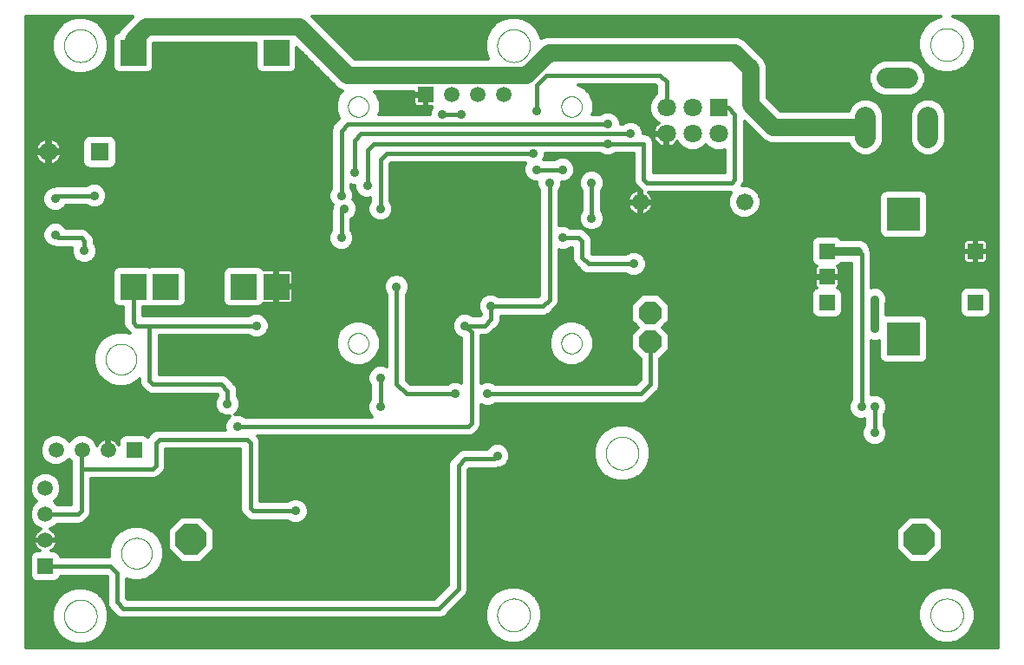
<source format=gbl>
G75*
%MOIN*%
%OFA0B0*%
%FSLAX25Y25*%
%IPPOS*%
%LPD*%
%AMOC8*
5,1,8,0,0,1.08239X$1,22.5*
%
%ADD10R,0.05937X0.05937*%
%ADD11C,0.05937*%
%ADD12C,0.00000*%
%ADD13R,0.09843X0.09843*%
%ADD14C,0.07087*%
%ADD15R,0.07087X0.07087*%
%ADD16R,0.12661X0.12661*%
%ADD17OC8,0.11811*%
%ADD18C,0.07874*%
%ADD19C,0.06600*%
%ADD20OC8,0.08500*%
%ADD21C,0.03569*%
%ADD22C,0.01600*%
%ADD23C,0.03200*%
%ADD24C,0.01200*%
%ADD25C,0.06600*%
D10*
X0033310Y0034537D03*
X0067375Y0079183D03*
X0179560Y0215787D03*
X0333782Y0155630D03*
X0333782Y0145787D03*
X0333782Y0135945D03*
X0390869Y0135945D03*
X0390869Y0155630D03*
D11*
X0209560Y0215787D03*
X0199560Y0215787D03*
X0189560Y0215787D03*
X0057375Y0079183D03*
X0047375Y0079183D03*
X0037375Y0079183D03*
X0033310Y0064537D03*
X0033310Y0054537D03*
X0033310Y0044537D03*
D12*
X0062404Y0039537D02*
X0062406Y0039690D01*
X0062412Y0039844D01*
X0062422Y0039997D01*
X0062436Y0040149D01*
X0062454Y0040302D01*
X0062476Y0040453D01*
X0062501Y0040604D01*
X0062531Y0040755D01*
X0062565Y0040905D01*
X0062602Y0041053D01*
X0062643Y0041201D01*
X0062688Y0041347D01*
X0062737Y0041493D01*
X0062790Y0041637D01*
X0062846Y0041779D01*
X0062906Y0041920D01*
X0062970Y0042060D01*
X0063037Y0042198D01*
X0063108Y0042334D01*
X0063183Y0042468D01*
X0063260Y0042600D01*
X0063342Y0042730D01*
X0063426Y0042858D01*
X0063514Y0042984D01*
X0063605Y0043107D01*
X0063699Y0043228D01*
X0063797Y0043346D01*
X0063897Y0043462D01*
X0064001Y0043575D01*
X0064107Y0043686D01*
X0064216Y0043794D01*
X0064328Y0043899D01*
X0064442Y0044000D01*
X0064560Y0044099D01*
X0064679Y0044195D01*
X0064801Y0044288D01*
X0064926Y0044377D01*
X0065053Y0044464D01*
X0065182Y0044546D01*
X0065313Y0044626D01*
X0065446Y0044702D01*
X0065581Y0044775D01*
X0065718Y0044844D01*
X0065857Y0044909D01*
X0065997Y0044971D01*
X0066139Y0045029D01*
X0066282Y0045084D01*
X0066427Y0045135D01*
X0066573Y0045182D01*
X0066720Y0045225D01*
X0066868Y0045264D01*
X0067017Y0045300D01*
X0067167Y0045331D01*
X0067318Y0045359D01*
X0067469Y0045383D01*
X0067622Y0045403D01*
X0067774Y0045419D01*
X0067927Y0045431D01*
X0068080Y0045439D01*
X0068233Y0045443D01*
X0068387Y0045443D01*
X0068540Y0045439D01*
X0068693Y0045431D01*
X0068846Y0045419D01*
X0068998Y0045403D01*
X0069151Y0045383D01*
X0069302Y0045359D01*
X0069453Y0045331D01*
X0069603Y0045300D01*
X0069752Y0045264D01*
X0069900Y0045225D01*
X0070047Y0045182D01*
X0070193Y0045135D01*
X0070338Y0045084D01*
X0070481Y0045029D01*
X0070623Y0044971D01*
X0070763Y0044909D01*
X0070902Y0044844D01*
X0071039Y0044775D01*
X0071174Y0044702D01*
X0071307Y0044626D01*
X0071438Y0044546D01*
X0071567Y0044464D01*
X0071694Y0044377D01*
X0071819Y0044288D01*
X0071941Y0044195D01*
X0072060Y0044099D01*
X0072178Y0044000D01*
X0072292Y0043899D01*
X0072404Y0043794D01*
X0072513Y0043686D01*
X0072619Y0043575D01*
X0072723Y0043462D01*
X0072823Y0043346D01*
X0072921Y0043228D01*
X0073015Y0043107D01*
X0073106Y0042984D01*
X0073194Y0042858D01*
X0073278Y0042730D01*
X0073360Y0042600D01*
X0073437Y0042468D01*
X0073512Y0042334D01*
X0073583Y0042198D01*
X0073650Y0042060D01*
X0073714Y0041920D01*
X0073774Y0041779D01*
X0073830Y0041637D01*
X0073883Y0041493D01*
X0073932Y0041347D01*
X0073977Y0041201D01*
X0074018Y0041053D01*
X0074055Y0040905D01*
X0074089Y0040755D01*
X0074119Y0040604D01*
X0074144Y0040453D01*
X0074166Y0040302D01*
X0074184Y0040149D01*
X0074198Y0039997D01*
X0074208Y0039844D01*
X0074214Y0039690D01*
X0074216Y0039537D01*
X0074214Y0039384D01*
X0074208Y0039230D01*
X0074198Y0039077D01*
X0074184Y0038925D01*
X0074166Y0038772D01*
X0074144Y0038621D01*
X0074119Y0038470D01*
X0074089Y0038319D01*
X0074055Y0038169D01*
X0074018Y0038021D01*
X0073977Y0037873D01*
X0073932Y0037727D01*
X0073883Y0037581D01*
X0073830Y0037437D01*
X0073774Y0037295D01*
X0073714Y0037154D01*
X0073650Y0037014D01*
X0073583Y0036876D01*
X0073512Y0036740D01*
X0073437Y0036606D01*
X0073360Y0036474D01*
X0073278Y0036344D01*
X0073194Y0036216D01*
X0073106Y0036090D01*
X0073015Y0035967D01*
X0072921Y0035846D01*
X0072823Y0035728D01*
X0072723Y0035612D01*
X0072619Y0035499D01*
X0072513Y0035388D01*
X0072404Y0035280D01*
X0072292Y0035175D01*
X0072178Y0035074D01*
X0072060Y0034975D01*
X0071941Y0034879D01*
X0071819Y0034786D01*
X0071694Y0034697D01*
X0071567Y0034610D01*
X0071438Y0034528D01*
X0071307Y0034448D01*
X0071174Y0034372D01*
X0071039Y0034299D01*
X0070902Y0034230D01*
X0070763Y0034165D01*
X0070623Y0034103D01*
X0070481Y0034045D01*
X0070338Y0033990D01*
X0070193Y0033939D01*
X0070047Y0033892D01*
X0069900Y0033849D01*
X0069752Y0033810D01*
X0069603Y0033774D01*
X0069453Y0033743D01*
X0069302Y0033715D01*
X0069151Y0033691D01*
X0068998Y0033671D01*
X0068846Y0033655D01*
X0068693Y0033643D01*
X0068540Y0033635D01*
X0068387Y0033631D01*
X0068233Y0033631D01*
X0068080Y0033635D01*
X0067927Y0033643D01*
X0067774Y0033655D01*
X0067622Y0033671D01*
X0067469Y0033691D01*
X0067318Y0033715D01*
X0067167Y0033743D01*
X0067017Y0033774D01*
X0066868Y0033810D01*
X0066720Y0033849D01*
X0066573Y0033892D01*
X0066427Y0033939D01*
X0066282Y0033990D01*
X0066139Y0034045D01*
X0065997Y0034103D01*
X0065857Y0034165D01*
X0065718Y0034230D01*
X0065581Y0034299D01*
X0065446Y0034372D01*
X0065313Y0034448D01*
X0065182Y0034528D01*
X0065053Y0034610D01*
X0064926Y0034697D01*
X0064801Y0034786D01*
X0064679Y0034879D01*
X0064560Y0034975D01*
X0064442Y0035074D01*
X0064328Y0035175D01*
X0064216Y0035280D01*
X0064107Y0035388D01*
X0064001Y0035499D01*
X0063897Y0035612D01*
X0063797Y0035728D01*
X0063699Y0035846D01*
X0063605Y0035967D01*
X0063514Y0036090D01*
X0063426Y0036216D01*
X0063342Y0036344D01*
X0063260Y0036474D01*
X0063183Y0036606D01*
X0063108Y0036740D01*
X0063037Y0036876D01*
X0062970Y0037014D01*
X0062906Y0037154D01*
X0062846Y0037295D01*
X0062790Y0037437D01*
X0062737Y0037581D01*
X0062688Y0037727D01*
X0062643Y0037873D01*
X0062602Y0038021D01*
X0062565Y0038169D01*
X0062531Y0038319D01*
X0062501Y0038470D01*
X0062476Y0038621D01*
X0062454Y0038772D01*
X0062436Y0038925D01*
X0062422Y0039077D01*
X0062412Y0039230D01*
X0062406Y0039384D01*
X0062404Y0039537D01*
X0040446Y0015423D02*
X0040448Y0015581D01*
X0040454Y0015739D01*
X0040464Y0015897D01*
X0040478Y0016055D01*
X0040496Y0016212D01*
X0040517Y0016369D01*
X0040543Y0016525D01*
X0040573Y0016681D01*
X0040606Y0016836D01*
X0040644Y0016989D01*
X0040685Y0017142D01*
X0040730Y0017294D01*
X0040779Y0017445D01*
X0040832Y0017594D01*
X0040888Y0017742D01*
X0040948Y0017888D01*
X0041012Y0018033D01*
X0041080Y0018176D01*
X0041151Y0018318D01*
X0041225Y0018458D01*
X0041303Y0018595D01*
X0041385Y0018731D01*
X0041469Y0018865D01*
X0041558Y0018996D01*
X0041649Y0019125D01*
X0041744Y0019252D01*
X0041841Y0019377D01*
X0041942Y0019499D01*
X0042046Y0019618D01*
X0042153Y0019735D01*
X0042263Y0019849D01*
X0042376Y0019960D01*
X0042491Y0020069D01*
X0042609Y0020174D01*
X0042730Y0020276D01*
X0042853Y0020376D01*
X0042979Y0020472D01*
X0043107Y0020565D01*
X0043237Y0020655D01*
X0043370Y0020741D01*
X0043505Y0020825D01*
X0043641Y0020904D01*
X0043780Y0020981D01*
X0043921Y0021053D01*
X0044063Y0021123D01*
X0044207Y0021188D01*
X0044353Y0021250D01*
X0044500Y0021308D01*
X0044649Y0021363D01*
X0044799Y0021414D01*
X0044950Y0021461D01*
X0045102Y0021504D01*
X0045255Y0021543D01*
X0045410Y0021579D01*
X0045565Y0021610D01*
X0045721Y0021638D01*
X0045877Y0021662D01*
X0046034Y0021682D01*
X0046192Y0021698D01*
X0046349Y0021710D01*
X0046508Y0021718D01*
X0046666Y0021722D01*
X0046824Y0021722D01*
X0046982Y0021718D01*
X0047141Y0021710D01*
X0047298Y0021698D01*
X0047456Y0021682D01*
X0047613Y0021662D01*
X0047769Y0021638D01*
X0047925Y0021610D01*
X0048080Y0021579D01*
X0048235Y0021543D01*
X0048388Y0021504D01*
X0048540Y0021461D01*
X0048691Y0021414D01*
X0048841Y0021363D01*
X0048990Y0021308D01*
X0049137Y0021250D01*
X0049283Y0021188D01*
X0049427Y0021123D01*
X0049569Y0021053D01*
X0049710Y0020981D01*
X0049849Y0020904D01*
X0049985Y0020825D01*
X0050120Y0020741D01*
X0050253Y0020655D01*
X0050383Y0020565D01*
X0050511Y0020472D01*
X0050637Y0020376D01*
X0050760Y0020276D01*
X0050881Y0020174D01*
X0050999Y0020069D01*
X0051114Y0019960D01*
X0051227Y0019849D01*
X0051337Y0019735D01*
X0051444Y0019618D01*
X0051548Y0019499D01*
X0051649Y0019377D01*
X0051746Y0019252D01*
X0051841Y0019125D01*
X0051932Y0018996D01*
X0052021Y0018865D01*
X0052105Y0018731D01*
X0052187Y0018595D01*
X0052265Y0018458D01*
X0052339Y0018318D01*
X0052410Y0018176D01*
X0052478Y0018033D01*
X0052542Y0017888D01*
X0052602Y0017742D01*
X0052658Y0017594D01*
X0052711Y0017445D01*
X0052760Y0017294D01*
X0052805Y0017142D01*
X0052846Y0016989D01*
X0052884Y0016836D01*
X0052917Y0016681D01*
X0052947Y0016525D01*
X0052973Y0016369D01*
X0052994Y0016212D01*
X0053012Y0016055D01*
X0053026Y0015897D01*
X0053036Y0015739D01*
X0053042Y0015581D01*
X0053044Y0015423D01*
X0053042Y0015265D01*
X0053036Y0015107D01*
X0053026Y0014949D01*
X0053012Y0014791D01*
X0052994Y0014634D01*
X0052973Y0014477D01*
X0052947Y0014321D01*
X0052917Y0014165D01*
X0052884Y0014010D01*
X0052846Y0013857D01*
X0052805Y0013704D01*
X0052760Y0013552D01*
X0052711Y0013401D01*
X0052658Y0013252D01*
X0052602Y0013104D01*
X0052542Y0012958D01*
X0052478Y0012813D01*
X0052410Y0012670D01*
X0052339Y0012528D01*
X0052265Y0012388D01*
X0052187Y0012251D01*
X0052105Y0012115D01*
X0052021Y0011981D01*
X0051932Y0011850D01*
X0051841Y0011721D01*
X0051746Y0011594D01*
X0051649Y0011469D01*
X0051548Y0011347D01*
X0051444Y0011228D01*
X0051337Y0011111D01*
X0051227Y0010997D01*
X0051114Y0010886D01*
X0050999Y0010777D01*
X0050881Y0010672D01*
X0050760Y0010570D01*
X0050637Y0010470D01*
X0050511Y0010374D01*
X0050383Y0010281D01*
X0050253Y0010191D01*
X0050120Y0010105D01*
X0049985Y0010021D01*
X0049849Y0009942D01*
X0049710Y0009865D01*
X0049569Y0009793D01*
X0049427Y0009723D01*
X0049283Y0009658D01*
X0049137Y0009596D01*
X0048990Y0009538D01*
X0048841Y0009483D01*
X0048691Y0009432D01*
X0048540Y0009385D01*
X0048388Y0009342D01*
X0048235Y0009303D01*
X0048080Y0009267D01*
X0047925Y0009236D01*
X0047769Y0009208D01*
X0047613Y0009184D01*
X0047456Y0009164D01*
X0047298Y0009148D01*
X0047141Y0009136D01*
X0046982Y0009128D01*
X0046824Y0009124D01*
X0046666Y0009124D01*
X0046508Y0009128D01*
X0046349Y0009136D01*
X0046192Y0009148D01*
X0046034Y0009164D01*
X0045877Y0009184D01*
X0045721Y0009208D01*
X0045565Y0009236D01*
X0045410Y0009267D01*
X0045255Y0009303D01*
X0045102Y0009342D01*
X0044950Y0009385D01*
X0044799Y0009432D01*
X0044649Y0009483D01*
X0044500Y0009538D01*
X0044353Y0009596D01*
X0044207Y0009658D01*
X0044063Y0009723D01*
X0043921Y0009793D01*
X0043780Y0009865D01*
X0043641Y0009942D01*
X0043505Y0010021D01*
X0043370Y0010105D01*
X0043237Y0010191D01*
X0043107Y0010281D01*
X0042979Y0010374D01*
X0042853Y0010470D01*
X0042730Y0010570D01*
X0042609Y0010672D01*
X0042491Y0010777D01*
X0042376Y0010886D01*
X0042263Y0010997D01*
X0042153Y0011111D01*
X0042046Y0011228D01*
X0041942Y0011347D01*
X0041841Y0011469D01*
X0041744Y0011594D01*
X0041649Y0011721D01*
X0041558Y0011850D01*
X0041469Y0011981D01*
X0041385Y0012115D01*
X0041303Y0012251D01*
X0041225Y0012388D01*
X0041151Y0012528D01*
X0041080Y0012670D01*
X0041012Y0012813D01*
X0040948Y0012958D01*
X0040888Y0013104D01*
X0040832Y0013252D01*
X0040779Y0013401D01*
X0040730Y0013552D01*
X0040685Y0013704D01*
X0040644Y0013857D01*
X0040606Y0014010D01*
X0040573Y0014165D01*
X0040543Y0014321D01*
X0040517Y0014477D01*
X0040496Y0014634D01*
X0040478Y0014791D01*
X0040464Y0014949D01*
X0040454Y0015107D01*
X0040448Y0015265D01*
X0040446Y0015423D01*
X0056469Y0114183D02*
X0056471Y0114336D01*
X0056477Y0114490D01*
X0056487Y0114643D01*
X0056501Y0114795D01*
X0056519Y0114948D01*
X0056541Y0115099D01*
X0056566Y0115250D01*
X0056596Y0115401D01*
X0056630Y0115551D01*
X0056667Y0115699D01*
X0056708Y0115847D01*
X0056753Y0115993D01*
X0056802Y0116139D01*
X0056855Y0116283D01*
X0056911Y0116425D01*
X0056971Y0116566D01*
X0057035Y0116706D01*
X0057102Y0116844D01*
X0057173Y0116980D01*
X0057248Y0117114D01*
X0057325Y0117246D01*
X0057407Y0117376D01*
X0057491Y0117504D01*
X0057579Y0117630D01*
X0057670Y0117753D01*
X0057764Y0117874D01*
X0057862Y0117992D01*
X0057962Y0118108D01*
X0058066Y0118221D01*
X0058172Y0118332D01*
X0058281Y0118440D01*
X0058393Y0118545D01*
X0058507Y0118646D01*
X0058625Y0118745D01*
X0058744Y0118841D01*
X0058866Y0118934D01*
X0058991Y0119023D01*
X0059118Y0119110D01*
X0059247Y0119192D01*
X0059378Y0119272D01*
X0059511Y0119348D01*
X0059646Y0119421D01*
X0059783Y0119490D01*
X0059922Y0119555D01*
X0060062Y0119617D01*
X0060204Y0119675D01*
X0060347Y0119730D01*
X0060492Y0119781D01*
X0060638Y0119828D01*
X0060785Y0119871D01*
X0060933Y0119910D01*
X0061082Y0119946D01*
X0061232Y0119977D01*
X0061383Y0120005D01*
X0061534Y0120029D01*
X0061687Y0120049D01*
X0061839Y0120065D01*
X0061992Y0120077D01*
X0062145Y0120085D01*
X0062298Y0120089D01*
X0062452Y0120089D01*
X0062605Y0120085D01*
X0062758Y0120077D01*
X0062911Y0120065D01*
X0063063Y0120049D01*
X0063216Y0120029D01*
X0063367Y0120005D01*
X0063518Y0119977D01*
X0063668Y0119946D01*
X0063817Y0119910D01*
X0063965Y0119871D01*
X0064112Y0119828D01*
X0064258Y0119781D01*
X0064403Y0119730D01*
X0064546Y0119675D01*
X0064688Y0119617D01*
X0064828Y0119555D01*
X0064967Y0119490D01*
X0065104Y0119421D01*
X0065239Y0119348D01*
X0065372Y0119272D01*
X0065503Y0119192D01*
X0065632Y0119110D01*
X0065759Y0119023D01*
X0065884Y0118934D01*
X0066006Y0118841D01*
X0066125Y0118745D01*
X0066243Y0118646D01*
X0066357Y0118545D01*
X0066469Y0118440D01*
X0066578Y0118332D01*
X0066684Y0118221D01*
X0066788Y0118108D01*
X0066888Y0117992D01*
X0066986Y0117874D01*
X0067080Y0117753D01*
X0067171Y0117630D01*
X0067259Y0117504D01*
X0067343Y0117376D01*
X0067425Y0117246D01*
X0067502Y0117114D01*
X0067577Y0116980D01*
X0067648Y0116844D01*
X0067715Y0116706D01*
X0067779Y0116566D01*
X0067839Y0116425D01*
X0067895Y0116283D01*
X0067948Y0116139D01*
X0067997Y0115993D01*
X0068042Y0115847D01*
X0068083Y0115699D01*
X0068120Y0115551D01*
X0068154Y0115401D01*
X0068184Y0115250D01*
X0068209Y0115099D01*
X0068231Y0114948D01*
X0068249Y0114795D01*
X0068263Y0114643D01*
X0068273Y0114490D01*
X0068279Y0114336D01*
X0068281Y0114183D01*
X0068279Y0114030D01*
X0068273Y0113876D01*
X0068263Y0113723D01*
X0068249Y0113571D01*
X0068231Y0113418D01*
X0068209Y0113267D01*
X0068184Y0113116D01*
X0068154Y0112965D01*
X0068120Y0112815D01*
X0068083Y0112667D01*
X0068042Y0112519D01*
X0067997Y0112373D01*
X0067948Y0112227D01*
X0067895Y0112083D01*
X0067839Y0111941D01*
X0067779Y0111800D01*
X0067715Y0111660D01*
X0067648Y0111522D01*
X0067577Y0111386D01*
X0067502Y0111252D01*
X0067425Y0111120D01*
X0067343Y0110990D01*
X0067259Y0110862D01*
X0067171Y0110736D01*
X0067080Y0110613D01*
X0066986Y0110492D01*
X0066888Y0110374D01*
X0066788Y0110258D01*
X0066684Y0110145D01*
X0066578Y0110034D01*
X0066469Y0109926D01*
X0066357Y0109821D01*
X0066243Y0109720D01*
X0066125Y0109621D01*
X0066006Y0109525D01*
X0065884Y0109432D01*
X0065759Y0109343D01*
X0065632Y0109256D01*
X0065503Y0109174D01*
X0065372Y0109094D01*
X0065239Y0109018D01*
X0065104Y0108945D01*
X0064967Y0108876D01*
X0064828Y0108811D01*
X0064688Y0108749D01*
X0064546Y0108691D01*
X0064403Y0108636D01*
X0064258Y0108585D01*
X0064112Y0108538D01*
X0063965Y0108495D01*
X0063817Y0108456D01*
X0063668Y0108420D01*
X0063518Y0108389D01*
X0063367Y0108361D01*
X0063216Y0108337D01*
X0063063Y0108317D01*
X0062911Y0108301D01*
X0062758Y0108289D01*
X0062605Y0108281D01*
X0062452Y0108277D01*
X0062298Y0108277D01*
X0062145Y0108281D01*
X0061992Y0108289D01*
X0061839Y0108301D01*
X0061687Y0108317D01*
X0061534Y0108337D01*
X0061383Y0108361D01*
X0061232Y0108389D01*
X0061082Y0108420D01*
X0060933Y0108456D01*
X0060785Y0108495D01*
X0060638Y0108538D01*
X0060492Y0108585D01*
X0060347Y0108636D01*
X0060204Y0108691D01*
X0060062Y0108749D01*
X0059922Y0108811D01*
X0059783Y0108876D01*
X0059646Y0108945D01*
X0059511Y0109018D01*
X0059378Y0109094D01*
X0059247Y0109174D01*
X0059118Y0109256D01*
X0058991Y0109343D01*
X0058866Y0109432D01*
X0058744Y0109525D01*
X0058625Y0109621D01*
X0058507Y0109720D01*
X0058393Y0109821D01*
X0058281Y0109926D01*
X0058172Y0110034D01*
X0058066Y0110145D01*
X0057962Y0110258D01*
X0057862Y0110374D01*
X0057764Y0110492D01*
X0057670Y0110613D01*
X0057579Y0110736D01*
X0057491Y0110862D01*
X0057407Y0110990D01*
X0057325Y0111120D01*
X0057248Y0111252D01*
X0057173Y0111386D01*
X0057102Y0111522D01*
X0057035Y0111660D01*
X0056971Y0111800D01*
X0056911Y0111941D01*
X0056855Y0112083D01*
X0056802Y0112227D01*
X0056753Y0112373D01*
X0056708Y0112519D01*
X0056667Y0112667D01*
X0056630Y0112815D01*
X0056596Y0112965D01*
X0056566Y0113116D01*
X0056541Y0113267D01*
X0056519Y0113418D01*
X0056501Y0113571D01*
X0056487Y0113723D01*
X0056477Y0113876D01*
X0056471Y0114030D01*
X0056469Y0114183D01*
X0149623Y0120287D02*
X0149625Y0120412D01*
X0149631Y0120537D01*
X0149641Y0120661D01*
X0149655Y0120785D01*
X0149672Y0120909D01*
X0149694Y0121032D01*
X0149720Y0121154D01*
X0149749Y0121276D01*
X0149782Y0121396D01*
X0149820Y0121515D01*
X0149860Y0121634D01*
X0149905Y0121750D01*
X0149953Y0121865D01*
X0150005Y0121979D01*
X0150061Y0122091D01*
X0150120Y0122201D01*
X0150182Y0122309D01*
X0150248Y0122416D01*
X0150317Y0122520D01*
X0150390Y0122621D01*
X0150465Y0122721D01*
X0150544Y0122818D01*
X0150626Y0122912D01*
X0150711Y0123004D01*
X0150798Y0123093D01*
X0150889Y0123179D01*
X0150982Y0123262D01*
X0151078Y0123343D01*
X0151176Y0123420D01*
X0151276Y0123494D01*
X0151379Y0123565D01*
X0151484Y0123632D01*
X0151592Y0123697D01*
X0151701Y0123757D01*
X0151812Y0123815D01*
X0151925Y0123868D01*
X0152039Y0123918D01*
X0152155Y0123965D01*
X0152272Y0124007D01*
X0152391Y0124046D01*
X0152511Y0124082D01*
X0152632Y0124113D01*
X0152754Y0124141D01*
X0152876Y0124164D01*
X0153000Y0124184D01*
X0153124Y0124200D01*
X0153248Y0124212D01*
X0153373Y0124220D01*
X0153498Y0124224D01*
X0153622Y0124224D01*
X0153747Y0124220D01*
X0153872Y0124212D01*
X0153996Y0124200D01*
X0154120Y0124184D01*
X0154244Y0124164D01*
X0154366Y0124141D01*
X0154488Y0124113D01*
X0154609Y0124082D01*
X0154729Y0124046D01*
X0154848Y0124007D01*
X0154965Y0123965D01*
X0155081Y0123918D01*
X0155195Y0123868D01*
X0155308Y0123815D01*
X0155419Y0123757D01*
X0155529Y0123697D01*
X0155636Y0123632D01*
X0155741Y0123565D01*
X0155844Y0123494D01*
X0155944Y0123420D01*
X0156042Y0123343D01*
X0156138Y0123262D01*
X0156231Y0123179D01*
X0156322Y0123093D01*
X0156409Y0123004D01*
X0156494Y0122912D01*
X0156576Y0122818D01*
X0156655Y0122721D01*
X0156730Y0122621D01*
X0156803Y0122520D01*
X0156872Y0122416D01*
X0156938Y0122309D01*
X0157000Y0122201D01*
X0157059Y0122091D01*
X0157115Y0121979D01*
X0157167Y0121865D01*
X0157215Y0121750D01*
X0157260Y0121634D01*
X0157300Y0121515D01*
X0157338Y0121396D01*
X0157371Y0121276D01*
X0157400Y0121154D01*
X0157426Y0121032D01*
X0157448Y0120909D01*
X0157465Y0120785D01*
X0157479Y0120661D01*
X0157489Y0120537D01*
X0157495Y0120412D01*
X0157497Y0120287D01*
X0157495Y0120162D01*
X0157489Y0120037D01*
X0157479Y0119913D01*
X0157465Y0119789D01*
X0157448Y0119665D01*
X0157426Y0119542D01*
X0157400Y0119420D01*
X0157371Y0119298D01*
X0157338Y0119178D01*
X0157300Y0119059D01*
X0157260Y0118940D01*
X0157215Y0118824D01*
X0157167Y0118709D01*
X0157115Y0118595D01*
X0157059Y0118483D01*
X0157000Y0118373D01*
X0156938Y0118265D01*
X0156872Y0118158D01*
X0156803Y0118054D01*
X0156730Y0117953D01*
X0156655Y0117853D01*
X0156576Y0117756D01*
X0156494Y0117662D01*
X0156409Y0117570D01*
X0156322Y0117481D01*
X0156231Y0117395D01*
X0156138Y0117312D01*
X0156042Y0117231D01*
X0155944Y0117154D01*
X0155844Y0117080D01*
X0155741Y0117009D01*
X0155636Y0116942D01*
X0155528Y0116877D01*
X0155419Y0116817D01*
X0155308Y0116759D01*
X0155195Y0116706D01*
X0155081Y0116656D01*
X0154965Y0116609D01*
X0154848Y0116567D01*
X0154729Y0116528D01*
X0154609Y0116492D01*
X0154488Y0116461D01*
X0154366Y0116433D01*
X0154244Y0116410D01*
X0154120Y0116390D01*
X0153996Y0116374D01*
X0153872Y0116362D01*
X0153747Y0116354D01*
X0153622Y0116350D01*
X0153498Y0116350D01*
X0153373Y0116354D01*
X0153248Y0116362D01*
X0153124Y0116374D01*
X0153000Y0116390D01*
X0152876Y0116410D01*
X0152754Y0116433D01*
X0152632Y0116461D01*
X0152511Y0116492D01*
X0152391Y0116528D01*
X0152272Y0116567D01*
X0152155Y0116609D01*
X0152039Y0116656D01*
X0151925Y0116706D01*
X0151812Y0116759D01*
X0151701Y0116817D01*
X0151591Y0116877D01*
X0151484Y0116942D01*
X0151379Y0117009D01*
X0151276Y0117080D01*
X0151176Y0117154D01*
X0151078Y0117231D01*
X0150982Y0117312D01*
X0150889Y0117395D01*
X0150798Y0117481D01*
X0150711Y0117570D01*
X0150626Y0117662D01*
X0150544Y0117756D01*
X0150465Y0117853D01*
X0150390Y0117953D01*
X0150317Y0118054D01*
X0150248Y0118158D01*
X0150182Y0118265D01*
X0150120Y0118373D01*
X0150061Y0118483D01*
X0150005Y0118595D01*
X0149953Y0118709D01*
X0149905Y0118824D01*
X0149860Y0118940D01*
X0149820Y0119059D01*
X0149782Y0119178D01*
X0149749Y0119298D01*
X0149720Y0119420D01*
X0149694Y0119542D01*
X0149672Y0119665D01*
X0149655Y0119789D01*
X0149641Y0119913D01*
X0149631Y0120037D01*
X0149625Y0120162D01*
X0149623Y0120287D01*
X0231623Y0120287D02*
X0231625Y0120412D01*
X0231631Y0120537D01*
X0231641Y0120661D01*
X0231655Y0120785D01*
X0231672Y0120909D01*
X0231694Y0121032D01*
X0231720Y0121154D01*
X0231749Y0121276D01*
X0231782Y0121396D01*
X0231820Y0121515D01*
X0231860Y0121634D01*
X0231905Y0121750D01*
X0231953Y0121865D01*
X0232005Y0121979D01*
X0232061Y0122091D01*
X0232120Y0122201D01*
X0232182Y0122309D01*
X0232248Y0122416D01*
X0232317Y0122520D01*
X0232390Y0122621D01*
X0232465Y0122721D01*
X0232544Y0122818D01*
X0232626Y0122912D01*
X0232711Y0123004D01*
X0232798Y0123093D01*
X0232889Y0123179D01*
X0232982Y0123262D01*
X0233078Y0123343D01*
X0233176Y0123420D01*
X0233276Y0123494D01*
X0233379Y0123565D01*
X0233484Y0123632D01*
X0233592Y0123697D01*
X0233701Y0123757D01*
X0233812Y0123815D01*
X0233925Y0123868D01*
X0234039Y0123918D01*
X0234155Y0123965D01*
X0234272Y0124007D01*
X0234391Y0124046D01*
X0234511Y0124082D01*
X0234632Y0124113D01*
X0234754Y0124141D01*
X0234876Y0124164D01*
X0235000Y0124184D01*
X0235124Y0124200D01*
X0235248Y0124212D01*
X0235373Y0124220D01*
X0235498Y0124224D01*
X0235622Y0124224D01*
X0235747Y0124220D01*
X0235872Y0124212D01*
X0235996Y0124200D01*
X0236120Y0124184D01*
X0236244Y0124164D01*
X0236366Y0124141D01*
X0236488Y0124113D01*
X0236609Y0124082D01*
X0236729Y0124046D01*
X0236848Y0124007D01*
X0236965Y0123965D01*
X0237081Y0123918D01*
X0237195Y0123868D01*
X0237308Y0123815D01*
X0237419Y0123757D01*
X0237529Y0123697D01*
X0237636Y0123632D01*
X0237741Y0123565D01*
X0237844Y0123494D01*
X0237944Y0123420D01*
X0238042Y0123343D01*
X0238138Y0123262D01*
X0238231Y0123179D01*
X0238322Y0123093D01*
X0238409Y0123004D01*
X0238494Y0122912D01*
X0238576Y0122818D01*
X0238655Y0122721D01*
X0238730Y0122621D01*
X0238803Y0122520D01*
X0238872Y0122416D01*
X0238938Y0122309D01*
X0239000Y0122201D01*
X0239059Y0122091D01*
X0239115Y0121979D01*
X0239167Y0121865D01*
X0239215Y0121750D01*
X0239260Y0121634D01*
X0239300Y0121515D01*
X0239338Y0121396D01*
X0239371Y0121276D01*
X0239400Y0121154D01*
X0239426Y0121032D01*
X0239448Y0120909D01*
X0239465Y0120785D01*
X0239479Y0120661D01*
X0239489Y0120537D01*
X0239495Y0120412D01*
X0239497Y0120287D01*
X0239495Y0120162D01*
X0239489Y0120037D01*
X0239479Y0119913D01*
X0239465Y0119789D01*
X0239448Y0119665D01*
X0239426Y0119542D01*
X0239400Y0119420D01*
X0239371Y0119298D01*
X0239338Y0119178D01*
X0239300Y0119059D01*
X0239260Y0118940D01*
X0239215Y0118824D01*
X0239167Y0118709D01*
X0239115Y0118595D01*
X0239059Y0118483D01*
X0239000Y0118373D01*
X0238938Y0118265D01*
X0238872Y0118158D01*
X0238803Y0118054D01*
X0238730Y0117953D01*
X0238655Y0117853D01*
X0238576Y0117756D01*
X0238494Y0117662D01*
X0238409Y0117570D01*
X0238322Y0117481D01*
X0238231Y0117395D01*
X0238138Y0117312D01*
X0238042Y0117231D01*
X0237944Y0117154D01*
X0237844Y0117080D01*
X0237741Y0117009D01*
X0237636Y0116942D01*
X0237528Y0116877D01*
X0237419Y0116817D01*
X0237308Y0116759D01*
X0237195Y0116706D01*
X0237081Y0116656D01*
X0236965Y0116609D01*
X0236848Y0116567D01*
X0236729Y0116528D01*
X0236609Y0116492D01*
X0236488Y0116461D01*
X0236366Y0116433D01*
X0236244Y0116410D01*
X0236120Y0116390D01*
X0235996Y0116374D01*
X0235872Y0116362D01*
X0235747Y0116354D01*
X0235622Y0116350D01*
X0235498Y0116350D01*
X0235373Y0116354D01*
X0235248Y0116362D01*
X0235124Y0116374D01*
X0235000Y0116390D01*
X0234876Y0116410D01*
X0234754Y0116433D01*
X0234632Y0116461D01*
X0234511Y0116492D01*
X0234391Y0116528D01*
X0234272Y0116567D01*
X0234155Y0116609D01*
X0234039Y0116656D01*
X0233925Y0116706D01*
X0233812Y0116759D01*
X0233701Y0116817D01*
X0233591Y0116877D01*
X0233484Y0116942D01*
X0233379Y0117009D01*
X0233276Y0117080D01*
X0233176Y0117154D01*
X0233078Y0117231D01*
X0232982Y0117312D01*
X0232889Y0117395D01*
X0232798Y0117481D01*
X0232711Y0117570D01*
X0232626Y0117662D01*
X0232544Y0117756D01*
X0232465Y0117853D01*
X0232390Y0117953D01*
X0232317Y0118054D01*
X0232248Y0118158D01*
X0232182Y0118265D01*
X0232120Y0118373D01*
X0232061Y0118483D01*
X0232005Y0118595D01*
X0231953Y0118709D01*
X0231905Y0118824D01*
X0231860Y0118940D01*
X0231820Y0119059D01*
X0231782Y0119178D01*
X0231749Y0119298D01*
X0231720Y0119420D01*
X0231694Y0119542D01*
X0231672Y0119665D01*
X0231655Y0119789D01*
X0231641Y0119913D01*
X0231631Y0120037D01*
X0231625Y0120162D01*
X0231623Y0120287D01*
X0248714Y0078022D02*
X0248716Y0078180D01*
X0248722Y0078338D01*
X0248732Y0078496D01*
X0248746Y0078654D01*
X0248764Y0078811D01*
X0248785Y0078968D01*
X0248811Y0079124D01*
X0248841Y0079280D01*
X0248874Y0079435D01*
X0248912Y0079588D01*
X0248953Y0079741D01*
X0248998Y0079893D01*
X0249047Y0080044D01*
X0249100Y0080193D01*
X0249156Y0080341D01*
X0249216Y0080487D01*
X0249280Y0080632D01*
X0249348Y0080775D01*
X0249419Y0080917D01*
X0249493Y0081057D01*
X0249571Y0081194D01*
X0249653Y0081330D01*
X0249737Y0081464D01*
X0249826Y0081595D01*
X0249917Y0081724D01*
X0250012Y0081851D01*
X0250109Y0081976D01*
X0250210Y0082098D01*
X0250314Y0082217D01*
X0250421Y0082334D01*
X0250531Y0082448D01*
X0250644Y0082559D01*
X0250759Y0082668D01*
X0250877Y0082773D01*
X0250998Y0082875D01*
X0251121Y0082975D01*
X0251247Y0083071D01*
X0251375Y0083164D01*
X0251505Y0083254D01*
X0251638Y0083340D01*
X0251773Y0083424D01*
X0251909Y0083503D01*
X0252048Y0083580D01*
X0252189Y0083652D01*
X0252331Y0083722D01*
X0252475Y0083787D01*
X0252621Y0083849D01*
X0252768Y0083907D01*
X0252917Y0083962D01*
X0253067Y0084013D01*
X0253218Y0084060D01*
X0253370Y0084103D01*
X0253523Y0084142D01*
X0253678Y0084178D01*
X0253833Y0084209D01*
X0253989Y0084237D01*
X0254145Y0084261D01*
X0254302Y0084281D01*
X0254460Y0084297D01*
X0254617Y0084309D01*
X0254776Y0084317D01*
X0254934Y0084321D01*
X0255092Y0084321D01*
X0255250Y0084317D01*
X0255409Y0084309D01*
X0255566Y0084297D01*
X0255724Y0084281D01*
X0255881Y0084261D01*
X0256037Y0084237D01*
X0256193Y0084209D01*
X0256348Y0084178D01*
X0256503Y0084142D01*
X0256656Y0084103D01*
X0256808Y0084060D01*
X0256959Y0084013D01*
X0257109Y0083962D01*
X0257258Y0083907D01*
X0257405Y0083849D01*
X0257551Y0083787D01*
X0257695Y0083722D01*
X0257837Y0083652D01*
X0257978Y0083580D01*
X0258117Y0083503D01*
X0258253Y0083424D01*
X0258388Y0083340D01*
X0258521Y0083254D01*
X0258651Y0083164D01*
X0258779Y0083071D01*
X0258905Y0082975D01*
X0259028Y0082875D01*
X0259149Y0082773D01*
X0259267Y0082668D01*
X0259382Y0082559D01*
X0259495Y0082448D01*
X0259605Y0082334D01*
X0259712Y0082217D01*
X0259816Y0082098D01*
X0259917Y0081976D01*
X0260014Y0081851D01*
X0260109Y0081724D01*
X0260200Y0081595D01*
X0260289Y0081464D01*
X0260373Y0081330D01*
X0260455Y0081194D01*
X0260533Y0081057D01*
X0260607Y0080917D01*
X0260678Y0080775D01*
X0260746Y0080632D01*
X0260810Y0080487D01*
X0260870Y0080341D01*
X0260926Y0080193D01*
X0260979Y0080044D01*
X0261028Y0079893D01*
X0261073Y0079741D01*
X0261114Y0079588D01*
X0261152Y0079435D01*
X0261185Y0079280D01*
X0261215Y0079124D01*
X0261241Y0078968D01*
X0261262Y0078811D01*
X0261280Y0078654D01*
X0261294Y0078496D01*
X0261304Y0078338D01*
X0261310Y0078180D01*
X0261312Y0078022D01*
X0261310Y0077864D01*
X0261304Y0077706D01*
X0261294Y0077548D01*
X0261280Y0077390D01*
X0261262Y0077233D01*
X0261241Y0077076D01*
X0261215Y0076920D01*
X0261185Y0076764D01*
X0261152Y0076609D01*
X0261114Y0076456D01*
X0261073Y0076303D01*
X0261028Y0076151D01*
X0260979Y0076000D01*
X0260926Y0075851D01*
X0260870Y0075703D01*
X0260810Y0075557D01*
X0260746Y0075412D01*
X0260678Y0075269D01*
X0260607Y0075127D01*
X0260533Y0074987D01*
X0260455Y0074850D01*
X0260373Y0074714D01*
X0260289Y0074580D01*
X0260200Y0074449D01*
X0260109Y0074320D01*
X0260014Y0074193D01*
X0259917Y0074068D01*
X0259816Y0073946D01*
X0259712Y0073827D01*
X0259605Y0073710D01*
X0259495Y0073596D01*
X0259382Y0073485D01*
X0259267Y0073376D01*
X0259149Y0073271D01*
X0259028Y0073169D01*
X0258905Y0073069D01*
X0258779Y0072973D01*
X0258651Y0072880D01*
X0258521Y0072790D01*
X0258388Y0072704D01*
X0258253Y0072620D01*
X0258117Y0072541D01*
X0257978Y0072464D01*
X0257837Y0072392D01*
X0257695Y0072322D01*
X0257551Y0072257D01*
X0257405Y0072195D01*
X0257258Y0072137D01*
X0257109Y0072082D01*
X0256959Y0072031D01*
X0256808Y0071984D01*
X0256656Y0071941D01*
X0256503Y0071902D01*
X0256348Y0071866D01*
X0256193Y0071835D01*
X0256037Y0071807D01*
X0255881Y0071783D01*
X0255724Y0071763D01*
X0255566Y0071747D01*
X0255409Y0071735D01*
X0255250Y0071727D01*
X0255092Y0071723D01*
X0254934Y0071723D01*
X0254776Y0071727D01*
X0254617Y0071735D01*
X0254460Y0071747D01*
X0254302Y0071763D01*
X0254145Y0071783D01*
X0253989Y0071807D01*
X0253833Y0071835D01*
X0253678Y0071866D01*
X0253523Y0071902D01*
X0253370Y0071941D01*
X0253218Y0071984D01*
X0253067Y0072031D01*
X0252917Y0072082D01*
X0252768Y0072137D01*
X0252621Y0072195D01*
X0252475Y0072257D01*
X0252331Y0072322D01*
X0252189Y0072392D01*
X0252048Y0072464D01*
X0251909Y0072541D01*
X0251773Y0072620D01*
X0251638Y0072704D01*
X0251505Y0072790D01*
X0251375Y0072880D01*
X0251247Y0072973D01*
X0251121Y0073069D01*
X0250998Y0073169D01*
X0250877Y0073271D01*
X0250759Y0073376D01*
X0250644Y0073485D01*
X0250531Y0073596D01*
X0250421Y0073710D01*
X0250314Y0073827D01*
X0250210Y0073946D01*
X0250109Y0074068D01*
X0250012Y0074193D01*
X0249917Y0074320D01*
X0249826Y0074449D01*
X0249737Y0074580D01*
X0249653Y0074714D01*
X0249571Y0074850D01*
X0249493Y0074987D01*
X0249419Y0075127D01*
X0249348Y0075269D01*
X0249280Y0075412D01*
X0249216Y0075557D01*
X0249156Y0075703D01*
X0249100Y0075851D01*
X0249047Y0076000D01*
X0248998Y0076151D01*
X0248953Y0076303D01*
X0248912Y0076456D01*
X0248874Y0076609D01*
X0248841Y0076764D01*
X0248811Y0076920D01*
X0248785Y0077076D01*
X0248764Y0077233D01*
X0248746Y0077390D01*
X0248732Y0077548D01*
X0248722Y0077706D01*
X0248716Y0077864D01*
X0248714Y0078022D01*
X0206981Y0015817D02*
X0206983Y0015975D01*
X0206989Y0016133D01*
X0206999Y0016291D01*
X0207013Y0016449D01*
X0207031Y0016606D01*
X0207052Y0016763D01*
X0207078Y0016919D01*
X0207108Y0017075D01*
X0207141Y0017230D01*
X0207179Y0017383D01*
X0207220Y0017536D01*
X0207265Y0017688D01*
X0207314Y0017839D01*
X0207367Y0017988D01*
X0207423Y0018136D01*
X0207483Y0018282D01*
X0207547Y0018427D01*
X0207615Y0018570D01*
X0207686Y0018712D01*
X0207760Y0018852D01*
X0207838Y0018989D01*
X0207920Y0019125D01*
X0208004Y0019259D01*
X0208093Y0019390D01*
X0208184Y0019519D01*
X0208279Y0019646D01*
X0208376Y0019771D01*
X0208477Y0019893D01*
X0208581Y0020012D01*
X0208688Y0020129D01*
X0208798Y0020243D01*
X0208911Y0020354D01*
X0209026Y0020463D01*
X0209144Y0020568D01*
X0209265Y0020670D01*
X0209388Y0020770D01*
X0209514Y0020866D01*
X0209642Y0020959D01*
X0209772Y0021049D01*
X0209905Y0021135D01*
X0210040Y0021219D01*
X0210176Y0021298D01*
X0210315Y0021375D01*
X0210456Y0021447D01*
X0210598Y0021517D01*
X0210742Y0021582D01*
X0210888Y0021644D01*
X0211035Y0021702D01*
X0211184Y0021757D01*
X0211334Y0021808D01*
X0211485Y0021855D01*
X0211637Y0021898D01*
X0211790Y0021937D01*
X0211945Y0021973D01*
X0212100Y0022004D01*
X0212256Y0022032D01*
X0212412Y0022056D01*
X0212569Y0022076D01*
X0212727Y0022092D01*
X0212884Y0022104D01*
X0213043Y0022112D01*
X0213201Y0022116D01*
X0213359Y0022116D01*
X0213517Y0022112D01*
X0213676Y0022104D01*
X0213833Y0022092D01*
X0213991Y0022076D01*
X0214148Y0022056D01*
X0214304Y0022032D01*
X0214460Y0022004D01*
X0214615Y0021973D01*
X0214770Y0021937D01*
X0214923Y0021898D01*
X0215075Y0021855D01*
X0215226Y0021808D01*
X0215376Y0021757D01*
X0215525Y0021702D01*
X0215672Y0021644D01*
X0215818Y0021582D01*
X0215962Y0021517D01*
X0216104Y0021447D01*
X0216245Y0021375D01*
X0216384Y0021298D01*
X0216520Y0021219D01*
X0216655Y0021135D01*
X0216788Y0021049D01*
X0216918Y0020959D01*
X0217046Y0020866D01*
X0217172Y0020770D01*
X0217295Y0020670D01*
X0217416Y0020568D01*
X0217534Y0020463D01*
X0217649Y0020354D01*
X0217762Y0020243D01*
X0217872Y0020129D01*
X0217979Y0020012D01*
X0218083Y0019893D01*
X0218184Y0019771D01*
X0218281Y0019646D01*
X0218376Y0019519D01*
X0218467Y0019390D01*
X0218556Y0019259D01*
X0218640Y0019125D01*
X0218722Y0018989D01*
X0218800Y0018852D01*
X0218874Y0018712D01*
X0218945Y0018570D01*
X0219013Y0018427D01*
X0219077Y0018282D01*
X0219137Y0018136D01*
X0219193Y0017988D01*
X0219246Y0017839D01*
X0219295Y0017688D01*
X0219340Y0017536D01*
X0219381Y0017383D01*
X0219419Y0017230D01*
X0219452Y0017075D01*
X0219482Y0016919D01*
X0219508Y0016763D01*
X0219529Y0016606D01*
X0219547Y0016449D01*
X0219561Y0016291D01*
X0219571Y0016133D01*
X0219577Y0015975D01*
X0219579Y0015817D01*
X0219577Y0015659D01*
X0219571Y0015501D01*
X0219561Y0015343D01*
X0219547Y0015185D01*
X0219529Y0015028D01*
X0219508Y0014871D01*
X0219482Y0014715D01*
X0219452Y0014559D01*
X0219419Y0014404D01*
X0219381Y0014251D01*
X0219340Y0014098D01*
X0219295Y0013946D01*
X0219246Y0013795D01*
X0219193Y0013646D01*
X0219137Y0013498D01*
X0219077Y0013352D01*
X0219013Y0013207D01*
X0218945Y0013064D01*
X0218874Y0012922D01*
X0218800Y0012782D01*
X0218722Y0012645D01*
X0218640Y0012509D01*
X0218556Y0012375D01*
X0218467Y0012244D01*
X0218376Y0012115D01*
X0218281Y0011988D01*
X0218184Y0011863D01*
X0218083Y0011741D01*
X0217979Y0011622D01*
X0217872Y0011505D01*
X0217762Y0011391D01*
X0217649Y0011280D01*
X0217534Y0011171D01*
X0217416Y0011066D01*
X0217295Y0010964D01*
X0217172Y0010864D01*
X0217046Y0010768D01*
X0216918Y0010675D01*
X0216788Y0010585D01*
X0216655Y0010499D01*
X0216520Y0010415D01*
X0216384Y0010336D01*
X0216245Y0010259D01*
X0216104Y0010187D01*
X0215962Y0010117D01*
X0215818Y0010052D01*
X0215672Y0009990D01*
X0215525Y0009932D01*
X0215376Y0009877D01*
X0215226Y0009826D01*
X0215075Y0009779D01*
X0214923Y0009736D01*
X0214770Y0009697D01*
X0214615Y0009661D01*
X0214460Y0009630D01*
X0214304Y0009602D01*
X0214148Y0009578D01*
X0213991Y0009558D01*
X0213833Y0009542D01*
X0213676Y0009530D01*
X0213517Y0009522D01*
X0213359Y0009518D01*
X0213201Y0009518D01*
X0213043Y0009522D01*
X0212884Y0009530D01*
X0212727Y0009542D01*
X0212569Y0009558D01*
X0212412Y0009578D01*
X0212256Y0009602D01*
X0212100Y0009630D01*
X0211945Y0009661D01*
X0211790Y0009697D01*
X0211637Y0009736D01*
X0211485Y0009779D01*
X0211334Y0009826D01*
X0211184Y0009877D01*
X0211035Y0009932D01*
X0210888Y0009990D01*
X0210742Y0010052D01*
X0210598Y0010117D01*
X0210456Y0010187D01*
X0210315Y0010259D01*
X0210176Y0010336D01*
X0210040Y0010415D01*
X0209905Y0010499D01*
X0209772Y0010585D01*
X0209642Y0010675D01*
X0209514Y0010768D01*
X0209388Y0010864D01*
X0209265Y0010964D01*
X0209144Y0011066D01*
X0209026Y0011171D01*
X0208911Y0011280D01*
X0208798Y0011391D01*
X0208688Y0011505D01*
X0208581Y0011622D01*
X0208477Y0011741D01*
X0208376Y0011863D01*
X0208279Y0011988D01*
X0208184Y0012115D01*
X0208093Y0012244D01*
X0208004Y0012375D01*
X0207920Y0012509D01*
X0207838Y0012645D01*
X0207760Y0012782D01*
X0207686Y0012922D01*
X0207615Y0013064D01*
X0207547Y0013207D01*
X0207483Y0013352D01*
X0207423Y0013498D01*
X0207367Y0013646D01*
X0207314Y0013795D01*
X0207265Y0013946D01*
X0207220Y0014098D01*
X0207179Y0014251D01*
X0207141Y0014404D01*
X0207108Y0014559D01*
X0207078Y0014715D01*
X0207052Y0014871D01*
X0207031Y0015028D01*
X0207013Y0015185D01*
X0206999Y0015343D01*
X0206989Y0015501D01*
X0206983Y0015659D01*
X0206981Y0015817D01*
X0373517Y0015817D02*
X0373519Y0015975D01*
X0373525Y0016133D01*
X0373535Y0016291D01*
X0373549Y0016449D01*
X0373567Y0016606D01*
X0373588Y0016763D01*
X0373614Y0016919D01*
X0373644Y0017075D01*
X0373677Y0017230D01*
X0373715Y0017383D01*
X0373756Y0017536D01*
X0373801Y0017688D01*
X0373850Y0017839D01*
X0373903Y0017988D01*
X0373959Y0018136D01*
X0374019Y0018282D01*
X0374083Y0018427D01*
X0374151Y0018570D01*
X0374222Y0018712D01*
X0374296Y0018852D01*
X0374374Y0018989D01*
X0374456Y0019125D01*
X0374540Y0019259D01*
X0374629Y0019390D01*
X0374720Y0019519D01*
X0374815Y0019646D01*
X0374912Y0019771D01*
X0375013Y0019893D01*
X0375117Y0020012D01*
X0375224Y0020129D01*
X0375334Y0020243D01*
X0375447Y0020354D01*
X0375562Y0020463D01*
X0375680Y0020568D01*
X0375801Y0020670D01*
X0375924Y0020770D01*
X0376050Y0020866D01*
X0376178Y0020959D01*
X0376308Y0021049D01*
X0376441Y0021135D01*
X0376576Y0021219D01*
X0376712Y0021298D01*
X0376851Y0021375D01*
X0376992Y0021447D01*
X0377134Y0021517D01*
X0377278Y0021582D01*
X0377424Y0021644D01*
X0377571Y0021702D01*
X0377720Y0021757D01*
X0377870Y0021808D01*
X0378021Y0021855D01*
X0378173Y0021898D01*
X0378326Y0021937D01*
X0378481Y0021973D01*
X0378636Y0022004D01*
X0378792Y0022032D01*
X0378948Y0022056D01*
X0379105Y0022076D01*
X0379263Y0022092D01*
X0379420Y0022104D01*
X0379579Y0022112D01*
X0379737Y0022116D01*
X0379895Y0022116D01*
X0380053Y0022112D01*
X0380212Y0022104D01*
X0380369Y0022092D01*
X0380527Y0022076D01*
X0380684Y0022056D01*
X0380840Y0022032D01*
X0380996Y0022004D01*
X0381151Y0021973D01*
X0381306Y0021937D01*
X0381459Y0021898D01*
X0381611Y0021855D01*
X0381762Y0021808D01*
X0381912Y0021757D01*
X0382061Y0021702D01*
X0382208Y0021644D01*
X0382354Y0021582D01*
X0382498Y0021517D01*
X0382640Y0021447D01*
X0382781Y0021375D01*
X0382920Y0021298D01*
X0383056Y0021219D01*
X0383191Y0021135D01*
X0383324Y0021049D01*
X0383454Y0020959D01*
X0383582Y0020866D01*
X0383708Y0020770D01*
X0383831Y0020670D01*
X0383952Y0020568D01*
X0384070Y0020463D01*
X0384185Y0020354D01*
X0384298Y0020243D01*
X0384408Y0020129D01*
X0384515Y0020012D01*
X0384619Y0019893D01*
X0384720Y0019771D01*
X0384817Y0019646D01*
X0384912Y0019519D01*
X0385003Y0019390D01*
X0385092Y0019259D01*
X0385176Y0019125D01*
X0385258Y0018989D01*
X0385336Y0018852D01*
X0385410Y0018712D01*
X0385481Y0018570D01*
X0385549Y0018427D01*
X0385613Y0018282D01*
X0385673Y0018136D01*
X0385729Y0017988D01*
X0385782Y0017839D01*
X0385831Y0017688D01*
X0385876Y0017536D01*
X0385917Y0017383D01*
X0385955Y0017230D01*
X0385988Y0017075D01*
X0386018Y0016919D01*
X0386044Y0016763D01*
X0386065Y0016606D01*
X0386083Y0016449D01*
X0386097Y0016291D01*
X0386107Y0016133D01*
X0386113Y0015975D01*
X0386115Y0015817D01*
X0386113Y0015659D01*
X0386107Y0015501D01*
X0386097Y0015343D01*
X0386083Y0015185D01*
X0386065Y0015028D01*
X0386044Y0014871D01*
X0386018Y0014715D01*
X0385988Y0014559D01*
X0385955Y0014404D01*
X0385917Y0014251D01*
X0385876Y0014098D01*
X0385831Y0013946D01*
X0385782Y0013795D01*
X0385729Y0013646D01*
X0385673Y0013498D01*
X0385613Y0013352D01*
X0385549Y0013207D01*
X0385481Y0013064D01*
X0385410Y0012922D01*
X0385336Y0012782D01*
X0385258Y0012645D01*
X0385176Y0012509D01*
X0385092Y0012375D01*
X0385003Y0012244D01*
X0384912Y0012115D01*
X0384817Y0011988D01*
X0384720Y0011863D01*
X0384619Y0011741D01*
X0384515Y0011622D01*
X0384408Y0011505D01*
X0384298Y0011391D01*
X0384185Y0011280D01*
X0384070Y0011171D01*
X0383952Y0011066D01*
X0383831Y0010964D01*
X0383708Y0010864D01*
X0383582Y0010768D01*
X0383454Y0010675D01*
X0383324Y0010585D01*
X0383191Y0010499D01*
X0383056Y0010415D01*
X0382920Y0010336D01*
X0382781Y0010259D01*
X0382640Y0010187D01*
X0382498Y0010117D01*
X0382354Y0010052D01*
X0382208Y0009990D01*
X0382061Y0009932D01*
X0381912Y0009877D01*
X0381762Y0009826D01*
X0381611Y0009779D01*
X0381459Y0009736D01*
X0381306Y0009697D01*
X0381151Y0009661D01*
X0380996Y0009630D01*
X0380840Y0009602D01*
X0380684Y0009578D01*
X0380527Y0009558D01*
X0380369Y0009542D01*
X0380212Y0009530D01*
X0380053Y0009522D01*
X0379895Y0009518D01*
X0379737Y0009518D01*
X0379579Y0009522D01*
X0379420Y0009530D01*
X0379263Y0009542D01*
X0379105Y0009558D01*
X0378948Y0009578D01*
X0378792Y0009602D01*
X0378636Y0009630D01*
X0378481Y0009661D01*
X0378326Y0009697D01*
X0378173Y0009736D01*
X0378021Y0009779D01*
X0377870Y0009826D01*
X0377720Y0009877D01*
X0377571Y0009932D01*
X0377424Y0009990D01*
X0377278Y0010052D01*
X0377134Y0010117D01*
X0376992Y0010187D01*
X0376851Y0010259D01*
X0376712Y0010336D01*
X0376576Y0010415D01*
X0376441Y0010499D01*
X0376308Y0010585D01*
X0376178Y0010675D01*
X0376050Y0010768D01*
X0375924Y0010864D01*
X0375801Y0010964D01*
X0375680Y0011066D01*
X0375562Y0011171D01*
X0375447Y0011280D01*
X0375334Y0011391D01*
X0375224Y0011505D01*
X0375117Y0011622D01*
X0375013Y0011741D01*
X0374912Y0011863D01*
X0374815Y0011988D01*
X0374720Y0012115D01*
X0374629Y0012244D01*
X0374540Y0012375D01*
X0374456Y0012509D01*
X0374374Y0012645D01*
X0374296Y0012782D01*
X0374222Y0012922D01*
X0374151Y0013064D01*
X0374083Y0013207D01*
X0374019Y0013352D01*
X0373959Y0013498D01*
X0373903Y0013646D01*
X0373850Y0013795D01*
X0373801Y0013946D01*
X0373756Y0014098D01*
X0373715Y0014251D01*
X0373677Y0014404D01*
X0373644Y0014559D01*
X0373614Y0014715D01*
X0373588Y0014871D01*
X0373567Y0015028D01*
X0373549Y0015185D01*
X0373535Y0015343D01*
X0373525Y0015501D01*
X0373519Y0015659D01*
X0373517Y0015817D01*
X0231623Y0211287D02*
X0231625Y0211412D01*
X0231631Y0211537D01*
X0231641Y0211661D01*
X0231655Y0211785D01*
X0231672Y0211909D01*
X0231694Y0212032D01*
X0231720Y0212154D01*
X0231749Y0212276D01*
X0231782Y0212396D01*
X0231820Y0212515D01*
X0231860Y0212634D01*
X0231905Y0212750D01*
X0231953Y0212865D01*
X0232005Y0212979D01*
X0232061Y0213091D01*
X0232120Y0213201D01*
X0232182Y0213309D01*
X0232248Y0213416D01*
X0232317Y0213520D01*
X0232390Y0213621D01*
X0232465Y0213721D01*
X0232544Y0213818D01*
X0232626Y0213912D01*
X0232711Y0214004D01*
X0232798Y0214093D01*
X0232889Y0214179D01*
X0232982Y0214262D01*
X0233078Y0214343D01*
X0233176Y0214420D01*
X0233276Y0214494D01*
X0233379Y0214565D01*
X0233484Y0214632D01*
X0233592Y0214697D01*
X0233701Y0214757D01*
X0233812Y0214815D01*
X0233925Y0214868D01*
X0234039Y0214918D01*
X0234155Y0214965D01*
X0234272Y0215007D01*
X0234391Y0215046D01*
X0234511Y0215082D01*
X0234632Y0215113D01*
X0234754Y0215141D01*
X0234876Y0215164D01*
X0235000Y0215184D01*
X0235124Y0215200D01*
X0235248Y0215212D01*
X0235373Y0215220D01*
X0235498Y0215224D01*
X0235622Y0215224D01*
X0235747Y0215220D01*
X0235872Y0215212D01*
X0235996Y0215200D01*
X0236120Y0215184D01*
X0236244Y0215164D01*
X0236366Y0215141D01*
X0236488Y0215113D01*
X0236609Y0215082D01*
X0236729Y0215046D01*
X0236848Y0215007D01*
X0236965Y0214965D01*
X0237081Y0214918D01*
X0237195Y0214868D01*
X0237308Y0214815D01*
X0237419Y0214757D01*
X0237529Y0214697D01*
X0237636Y0214632D01*
X0237741Y0214565D01*
X0237844Y0214494D01*
X0237944Y0214420D01*
X0238042Y0214343D01*
X0238138Y0214262D01*
X0238231Y0214179D01*
X0238322Y0214093D01*
X0238409Y0214004D01*
X0238494Y0213912D01*
X0238576Y0213818D01*
X0238655Y0213721D01*
X0238730Y0213621D01*
X0238803Y0213520D01*
X0238872Y0213416D01*
X0238938Y0213309D01*
X0239000Y0213201D01*
X0239059Y0213091D01*
X0239115Y0212979D01*
X0239167Y0212865D01*
X0239215Y0212750D01*
X0239260Y0212634D01*
X0239300Y0212515D01*
X0239338Y0212396D01*
X0239371Y0212276D01*
X0239400Y0212154D01*
X0239426Y0212032D01*
X0239448Y0211909D01*
X0239465Y0211785D01*
X0239479Y0211661D01*
X0239489Y0211537D01*
X0239495Y0211412D01*
X0239497Y0211287D01*
X0239495Y0211162D01*
X0239489Y0211037D01*
X0239479Y0210913D01*
X0239465Y0210789D01*
X0239448Y0210665D01*
X0239426Y0210542D01*
X0239400Y0210420D01*
X0239371Y0210298D01*
X0239338Y0210178D01*
X0239300Y0210059D01*
X0239260Y0209940D01*
X0239215Y0209824D01*
X0239167Y0209709D01*
X0239115Y0209595D01*
X0239059Y0209483D01*
X0239000Y0209373D01*
X0238938Y0209265D01*
X0238872Y0209158D01*
X0238803Y0209054D01*
X0238730Y0208953D01*
X0238655Y0208853D01*
X0238576Y0208756D01*
X0238494Y0208662D01*
X0238409Y0208570D01*
X0238322Y0208481D01*
X0238231Y0208395D01*
X0238138Y0208312D01*
X0238042Y0208231D01*
X0237944Y0208154D01*
X0237844Y0208080D01*
X0237741Y0208009D01*
X0237636Y0207942D01*
X0237528Y0207877D01*
X0237419Y0207817D01*
X0237308Y0207759D01*
X0237195Y0207706D01*
X0237081Y0207656D01*
X0236965Y0207609D01*
X0236848Y0207567D01*
X0236729Y0207528D01*
X0236609Y0207492D01*
X0236488Y0207461D01*
X0236366Y0207433D01*
X0236244Y0207410D01*
X0236120Y0207390D01*
X0235996Y0207374D01*
X0235872Y0207362D01*
X0235747Y0207354D01*
X0235622Y0207350D01*
X0235498Y0207350D01*
X0235373Y0207354D01*
X0235248Y0207362D01*
X0235124Y0207374D01*
X0235000Y0207390D01*
X0234876Y0207410D01*
X0234754Y0207433D01*
X0234632Y0207461D01*
X0234511Y0207492D01*
X0234391Y0207528D01*
X0234272Y0207567D01*
X0234155Y0207609D01*
X0234039Y0207656D01*
X0233925Y0207706D01*
X0233812Y0207759D01*
X0233701Y0207817D01*
X0233591Y0207877D01*
X0233484Y0207942D01*
X0233379Y0208009D01*
X0233276Y0208080D01*
X0233176Y0208154D01*
X0233078Y0208231D01*
X0232982Y0208312D01*
X0232889Y0208395D01*
X0232798Y0208481D01*
X0232711Y0208570D01*
X0232626Y0208662D01*
X0232544Y0208756D01*
X0232465Y0208853D01*
X0232390Y0208953D01*
X0232317Y0209054D01*
X0232248Y0209158D01*
X0232182Y0209265D01*
X0232120Y0209373D01*
X0232061Y0209483D01*
X0232005Y0209595D01*
X0231953Y0209709D01*
X0231905Y0209824D01*
X0231860Y0209940D01*
X0231820Y0210059D01*
X0231782Y0210178D01*
X0231749Y0210298D01*
X0231720Y0210420D01*
X0231694Y0210542D01*
X0231672Y0210665D01*
X0231655Y0210789D01*
X0231641Y0210913D01*
X0231631Y0211037D01*
X0231625Y0211162D01*
X0231623Y0211287D01*
X0206981Y0234715D02*
X0206983Y0234873D01*
X0206989Y0235031D01*
X0206999Y0235189D01*
X0207013Y0235347D01*
X0207031Y0235504D01*
X0207052Y0235661D01*
X0207078Y0235817D01*
X0207108Y0235973D01*
X0207141Y0236128D01*
X0207179Y0236281D01*
X0207220Y0236434D01*
X0207265Y0236586D01*
X0207314Y0236737D01*
X0207367Y0236886D01*
X0207423Y0237034D01*
X0207483Y0237180D01*
X0207547Y0237325D01*
X0207615Y0237468D01*
X0207686Y0237610D01*
X0207760Y0237750D01*
X0207838Y0237887D01*
X0207920Y0238023D01*
X0208004Y0238157D01*
X0208093Y0238288D01*
X0208184Y0238417D01*
X0208279Y0238544D01*
X0208376Y0238669D01*
X0208477Y0238791D01*
X0208581Y0238910D01*
X0208688Y0239027D01*
X0208798Y0239141D01*
X0208911Y0239252D01*
X0209026Y0239361D01*
X0209144Y0239466D01*
X0209265Y0239568D01*
X0209388Y0239668D01*
X0209514Y0239764D01*
X0209642Y0239857D01*
X0209772Y0239947D01*
X0209905Y0240033D01*
X0210040Y0240117D01*
X0210176Y0240196D01*
X0210315Y0240273D01*
X0210456Y0240345D01*
X0210598Y0240415D01*
X0210742Y0240480D01*
X0210888Y0240542D01*
X0211035Y0240600D01*
X0211184Y0240655D01*
X0211334Y0240706D01*
X0211485Y0240753D01*
X0211637Y0240796D01*
X0211790Y0240835D01*
X0211945Y0240871D01*
X0212100Y0240902D01*
X0212256Y0240930D01*
X0212412Y0240954D01*
X0212569Y0240974D01*
X0212727Y0240990D01*
X0212884Y0241002D01*
X0213043Y0241010D01*
X0213201Y0241014D01*
X0213359Y0241014D01*
X0213517Y0241010D01*
X0213676Y0241002D01*
X0213833Y0240990D01*
X0213991Y0240974D01*
X0214148Y0240954D01*
X0214304Y0240930D01*
X0214460Y0240902D01*
X0214615Y0240871D01*
X0214770Y0240835D01*
X0214923Y0240796D01*
X0215075Y0240753D01*
X0215226Y0240706D01*
X0215376Y0240655D01*
X0215525Y0240600D01*
X0215672Y0240542D01*
X0215818Y0240480D01*
X0215962Y0240415D01*
X0216104Y0240345D01*
X0216245Y0240273D01*
X0216384Y0240196D01*
X0216520Y0240117D01*
X0216655Y0240033D01*
X0216788Y0239947D01*
X0216918Y0239857D01*
X0217046Y0239764D01*
X0217172Y0239668D01*
X0217295Y0239568D01*
X0217416Y0239466D01*
X0217534Y0239361D01*
X0217649Y0239252D01*
X0217762Y0239141D01*
X0217872Y0239027D01*
X0217979Y0238910D01*
X0218083Y0238791D01*
X0218184Y0238669D01*
X0218281Y0238544D01*
X0218376Y0238417D01*
X0218467Y0238288D01*
X0218556Y0238157D01*
X0218640Y0238023D01*
X0218722Y0237887D01*
X0218800Y0237750D01*
X0218874Y0237610D01*
X0218945Y0237468D01*
X0219013Y0237325D01*
X0219077Y0237180D01*
X0219137Y0237034D01*
X0219193Y0236886D01*
X0219246Y0236737D01*
X0219295Y0236586D01*
X0219340Y0236434D01*
X0219381Y0236281D01*
X0219419Y0236128D01*
X0219452Y0235973D01*
X0219482Y0235817D01*
X0219508Y0235661D01*
X0219529Y0235504D01*
X0219547Y0235347D01*
X0219561Y0235189D01*
X0219571Y0235031D01*
X0219577Y0234873D01*
X0219579Y0234715D01*
X0219577Y0234557D01*
X0219571Y0234399D01*
X0219561Y0234241D01*
X0219547Y0234083D01*
X0219529Y0233926D01*
X0219508Y0233769D01*
X0219482Y0233613D01*
X0219452Y0233457D01*
X0219419Y0233302D01*
X0219381Y0233149D01*
X0219340Y0232996D01*
X0219295Y0232844D01*
X0219246Y0232693D01*
X0219193Y0232544D01*
X0219137Y0232396D01*
X0219077Y0232250D01*
X0219013Y0232105D01*
X0218945Y0231962D01*
X0218874Y0231820D01*
X0218800Y0231680D01*
X0218722Y0231543D01*
X0218640Y0231407D01*
X0218556Y0231273D01*
X0218467Y0231142D01*
X0218376Y0231013D01*
X0218281Y0230886D01*
X0218184Y0230761D01*
X0218083Y0230639D01*
X0217979Y0230520D01*
X0217872Y0230403D01*
X0217762Y0230289D01*
X0217649Y0230178D01*
X0217534Y0230069D01*
X0217416Y0229964D01*
X0217295Y0229862D01*
X0217172Y0229762D01*
X0217046Y0229666D01*
X0216918Y0229573D01*
X0216788Y0229483D01*
X0216655Y0229397D01*
X0216520Y0229313D01*
X0216384Y0229234D01*
X0216245Y0229157D01*
X0216104Y0229085D01*
X0215962Y0229015D01*
X0215818Y0228950D01*
X0215672Y0228888D01*
X0215525Y0228830D01*
X0215376Y0228775D01*
X0215226Y0228724D01*
X0215075Y0228677D01*
X0214923Y0228634D01*
X0214770Y0228595D01*
X0214615Y0228559D01*
X0214460Y0228528D01*
X0214304Y0228500D01*
X0214148Y0228476D01*
X0213991Y0228456D01*
X0213833Y0228440D01*
X0213676Y0228428D01*
X0213517Y0228420D01*
X0213359Y0228416D01*
X0213201Y0228416D01*
X0213043Y0228420D01*
X0212884Y0228428D01*
X0212727Y0228440D01*
X0212569Y0228456D01*
X0212412Y0228476D01*
X0212256Y0228500D01*
X0212100Y0228528D01*
X0211945Y0228559D01*
X0211790Y0228595D01*
X0211637Y0228634D01*
X0211485Y0228677D01*
X0211334Y0228724D01*
X0211184Y0228775D01*
X0211035Y0228830D01*
X0210888Y0228888D01*
X0210742Y0228950D01*
X0210598Y0229015D01*
X0210456Y0229085D01*
X0210315Y0229157D01*
X0210176Y0229234D01*
X0210040Y0229313D01*
X0209905Y0229397D01*
X0209772Y0229483D01*
X0209642Y0229573D01*
X0209514Y0229666D01*
X0209388Y0229762D01*
X0209265Y0229862D01*
X0209144Y0229964D01*
X0209026Y0230069D01*
X0208911Y0230178D01*
X0208798Y0230289D01*
X0208688Y0230403D01*
X0208581Y0230520D01*
X0208477Y0230639D01*
X0208376Y0230761D01*
X0208279Y0230886D01*
X0208184Y0231013D01*
X0208093Y0231142D01*
X0208004Y0231273D01*
X0207920Y0231407D01*
X0207838Y0231543D01*
X0207760Y0231680D01*
X0207686Y0231820D01*
X0207615Y0231962D01*
X0207547Y0232105D01*
X0207483Y0232250D01*
X0207423Y0232396D01*
X0207367Y0232544D01*
X0207314Y0232693D01*
X0207265Y0232844D01*
X0207220Y0232996D01*
X0207179Y0233149D01*
X0207141Y0233302D01*
X0207108Y0233457D01*
X0207078Y0233613D01*
X0207052Y0233769D01*
X0207031Y0233926D01*
X0207013Y0234083D01*
X0206999Y0234241D01*
X0206989Y0234399D01*
X0206983Y0234557D01*
X0206981Y0234715D01*
X0149623Y0211287D02*
X0149625Y0211412D01*
X0149631Y0211537D01*
X0149641Y0211661D01*
X0149655Y0211785D01*
X0149672Y0211909D01*
X0149694Y0212032D01*
X0149720Y0212154D01*
X0149749Y0212276D01*
X0149782Y0212396D01*
X0149820Y0212515D01*
X0149860Y0212634D01*
X0149905Y0212750D01*
X0149953Y0212865D01*
X0150005Y0212979D01*
X0150061Y0213091D01*
X0150120Y0213201D01*
X0150182Y0213309D01*
X0150248Y0213416D01*
X0150317Y0213520D01*
X0150390Y0213621D01*
X0150465Y0213721D01*
X0150544Y0213818D01*
X0150626Y0213912D01*
X0150711Y0214004D01*
X0150798Y0214093D01*
X0150889Y0214179D01*
X0150982Y0214262D01*
X0151078Y0214343D01*
X0151176Y0214420D01*
X0151276Y0214494D01*
X0151379Y0214565D01*
X0151484Y0214632D01*
X0151592Y0214697D01*
X0151701Y0214757D01*
X0151812Y0214815D01*
X0151925Y0214868D01*
X0152039Y0214918D01*
X0152155Y0214965D01*
X0152272Y0215007D01*
X0152391Y0215046D01*
X0152511Y0215082D01*
X0152632Y0215113D01*
X0152754Y0215141D01*
X0152876Y0215164D01*
X0153000Y0215184D01*
X0153124Y0215200D01*
X0153248Y0215212D01*
X0153373Y0215220D01*
X0153498Y0215224D01*
X0153622Y0215224D01*
X0153747Y0215220D01*
X0153872Y0215212D01*
X0153996Y0215200D01*
X0154120Y0215184D01*
X0154244Y0215164D01*
X0154366Y0215141D01*
X0154488Y0215113D01*
X0154609Y0215082D01*
X0154729Y0215046D01*
X0154848Y0215007D01*
X0154965Y0214965D01*
X0155081Y0214918D01*
X0155195Y0214868D01*
X0155308Y0214815D01*
X0155419Y0214757D01*
X0155529Y0214697D01*
X0155636Y0214632D01*
X0155741Y0214565D01*
X0155844Y0214494D01*
X0155944Y0214420D01*
X0156042Y0214343D01*
X0156138Y0214262D01*
X0156231Y0214179D01*
X0156322Y0214093D01*
X0156409Y0214004D01*
X0156494Y0213912D01*
X0156576Y0213818D01*
X0156655Y0213721D01*
X0156730Y0213621D01*
X0156803Y0213520D01*
X0156872Y0213416D01*
X0156938Y0213309D01*
X0157000Y0213201D01*
X0157059Y0213091D01*
X0157115Y0212979D01*
X0157167Y0212865D01*
X0157215Y0212750D01*
X0157260Y0212634D01*
X0157300Y0212515D01*
X0157338Y0212396D01*
X0157371Y0212276D01*
X0157400Y0212154D01*
X0157426Y0212032D01*
X0157448Y0211909D01*
X0157465Y0211785D01*
X0157479Y0211661D01*
X0157489Y0211537D01*
X0157495Y0211412D01*
X0157497Y0211287D01*
X0157495Y0211162D01*
X0157489Y0211037D01*
X0157479Y0210913D01*
X0157465Y0210789D01*
X0157448Y0210665D01*
X0157426Y0210542D01*
X0157400Y0210420D01*
X0157371Y0210298D01*
X0157338Y0210178D01*
X0157300Y0210059D01*
X0157260Y0209940D01*
X0157215Y0209824D01*
X0157167Y0209709D01*
X0157115Y0209595D01*
X0157059Y0209483D01*
X0157000Y0209373D01*
X0156938Y0209265D01*
X0156872Y0209158D01*
X0156803Y0209054D01*
X0156730Y0208953D01*
X0156655Y0208853D01*
X0156576Y0208756D01*
X0156494Y0208662D01*
X0156409Y0208570D01*
X0156322Y0208481D01*
X0156231Y0208395D01*
X0156138Y0208312D01*
X0156042Y0208231D01*
X0155944Y0208154D01*
X0155844Y0208080D01*
X0155741Y0208009D01*
X0155636Y0207942D01*
X0155528Y0207877D01*
X0155419Y0207817D01*
X0155308Y0207759D01*
X0155195Y0207706D01*
X0155081Y0207656D01*
X0154965Y0207609D01*
X0154848Y0207567D01*
X0154729Y0207528D01*
X0154609Y0207492D01*
X0154488Y0207461D01*
X0154366Y0207433D01*
X0154244Y0207410D01*
X0154120Y0207390D01*
X0153996Y0207374D01*
X0153872Y0207362D01*
X0153747Y0207354D01*
X0153622Y0207350D01*
X0153498Y0207350D01*
X0153373Y0207354D01*
X0153248Y0207362D01*
X0153124Y0207374D01*
X0153000Y0207390D01*
X0152876Y0207410D01*
X0152754Y0207433D01*
X0152632Y0207461D01*
X0152511Y0207492D01*
X0152391Y0207528D01*
X0152272Y0207567D01*
X0152155Y0207609D01*
X0152039Y0207656D01*
X0151925Y0207706D01*
X0151812Y0207759D01*
X0151701Y0207817D01*
X0151591Y0207877D01*
X0151484Y0207942D01*
X0151379Y0208009D01*
X0151276Y0208080D01*
X0151176Y0208154D01*
X0151078Y0208231D01*
X0150982Y0208312D01*
X0150889Y0208395D01*
X0150798Y0208481D01*
X0150711Y0208570D01*
X0150626Y0208662D01*
X0150544Y0208756D01*
X0150465Y0208853D01*
X0150390Y0208953D01*
X0150317Y0209054D01*
X0150248Y0209158D01*
X0150182Y0209265D01*
X0150120Y0209373D01*
X0150061Y0209483D01*
X0150005Y0209595D01*
X0149953Y0209709D01*
X0149905Y0209824D01*
X0149860Y0209940D01*
X0149820Y0210059D01*
X0149782Y0210178D01*
X0149749Y0210298D01*
X0149720Y0210420D01*
X0149694Y0210542D01*
X0149672Y0210665D01*
X0149655Y0210789D01*
X0149641Y0210913D01*
X0149631Y0211037D01*
X0149625Y0211162D01*
X0149623Y0211287D01*
X0040446Y0234715D02*
X0040448Y0234873D01*
X0040454Y0235031D01*
X0040464Y0235189D01*
X0040478Y0235347D01*
X0040496Y0235504D01*
X0040517Y0235661D01*
X0040543Y0235817D01*
X0040573Y0235973D01*
X0040606Y0236128D01*
X0040644Y0236281D01*
X0040685Y0236434D01*
X0040730Y0236586D01*
X0040779Y0236737D01*
X0040832Y0236886D01*
X0040888Y0237034D01*
X0040948Y0237180D01*
X0041012Y0237325D01*
X0041080Y0237468D01*
X0041151Y0237610D01*
X0041225Y0237750D01*
X0041303Y0237887D01*
X0041385Y0238023D01*
X0041469Y0238157D01*
X0041558Y0238288D01*
X0041649Y0238417D01*
X0041744Y0238544D01*
X0041841Y0238669D01*
X0041942Y0238791D01*
X0042046Y0238910D01*
X0042153Y0239027D01*
X0042263Y0239141D01*
X0042376Y0239252D01*
X0042491Y0239361D01*
X0042609Y0239466D01*
X0042730Y0239568D01*
X0042853Y0239668D01*
X0042979Y0239764D01*
X0043107Y0239857D01*
X0043237Y0239947D01*
X0043370Y0240033D01*
X0043505Y0240117D01*
X0043641Y0240196D01*
X0043780Y0240273D01*
X0043921Y0240345D01*
X0044063Y0240415D01*
X0044207Y0240480D01*
X0044353Y0240542D01*
X0044500Y0240600D01*
X0044649Y0240655D01*
X0044799Y0240706D01*
X0044950Y0240753D01*
X0045102Y0240796D01*
X0045255Y0240835D01*
X0045410Y0240871D01*
X0045565Y0240902D01*
X0045721Y0240930D01*
X0045877Y0240954D01*
X0046034Y0240974D01*
X0046192Y0240990D01*
X0046349Y0241002D01*
X0046508Y0241010D01*
X0046666Y0241014D01*
X0046824Y0241014D01*
X0046982Y0241010D01*
X0047141Y0241002D01*
X0047298Y0240990D01*
X0047456Y0240974D01*
X0047613Y0240954D01*
X0047769Y0240930D01*
X0047925Y0240902D01*
X0048080Y0240871D01*
X0048235Y0240835D01*
X0048388Y0240796D01*
X0048540Y0240753D01*
X0048691Y0240706D01*
X0048841Y0240655D01*
X0048990Y0240600D01*
X0049137Y0240542D01*
X0049283Y0240480D01*
X0049427Y0240415D01*
X0049569Y0240345D01*
X0049710Y0240273D01*
X0049849Y0240196D01*
X0049985Y0240117D01*
X0050120Y0240033D01*
X0050253Y0239947D01*
X0050383Y0239857D01*
X0050511Y0239764D01*
X0050637Y0239668D01*
X0050760Y0239568D01*
X0050881Y0239466D01*
X0050999Y0239361D01*
X0051114Y0239252D01*
X0051227Y0239141D01*
X0051337Y0239027D01*
X0051444Y0238910D01*
X0051548Y0238791D01*
X0051649Y0238669D01*
X0051746Y0238544D01*
X0051841Y0238417D01*
X0051932Y0238288D01*
X0052021Y0238157D01*
X0052105Y0238023D01*
X0052187Y0237887D01*
X0052265Y0237750D01*
X0052339Y0237610D01*
X0052410Y0237468D01*
X0052478Y0237325D01*
X0052542Y0237180D01*
X0052602Y0237034D01*
X0052658Y0236886D01*
X0052711Y0236737D01*
X0052760Y0236586D01*
X0052805Y0236434D01*
X0052846Y0236281D01*
X0052884Y0236128D01*
X0052917Y0235973D01*
X0052947Y0235817D01*
X0052973Y0235661D01*
X0052994Y0235504D01*
X0053012Y0235347D01*
X0053026Y0235189D01*
X0053036Y0235031D01*
X0053042Y0234873D01*
X0053044Y0234715D01*
X0053042Y0234557D01*
X0053036Y0234399D01*
X0053026Y0234241D01*
X0053012Y0234083D01*
X0052994Y0233926D01*
X0052973Y0233769D01*
X0052947Y0233613D01*
X0052917Y0233457D01*
X0052884Y0233302D01*
X0052846Y0233149D01*
X0052805Y0232996D01*
X0052760Y0232844D01*
X0052711Y0232693D01*
X0052658Y0232544D01*
X0052602Y0232396D01*
X0052542Y0232250D01*
X0052478Y0232105D01*
X0052410Y0231962D01*
X0052339Y0231820D01*
X0052265Y0231680D01*
X0052187Y0231543D01*
X0052105Y0231407D01*
X0052021Y0231273D01*
X0051932Y0231142D01*
X0051841Y0231013D01*
X0051746Y0230886D01*
X0051649Y0230761D01*
X0051548Y0230639D01*
X0051444Y0230520D01*
X0051337Y0230403D01*
X0051227Y0230289D01*
X0051114Y0230178D01*
X0050999Y0230069D01*
X0050881Y0229964D01*
X0050760Y0229862D01*
X0050637Y0229762D01*
X0050511Y0229666D01*
X0050383Y0229573D01*
X0050253Y0229483D01*
X0050120Y0229397D01*
X0049985Y0229313D01*
X0049849Y0229234D01*
X0049710Y0229157D01*
X0049569Y0229085D01*
X0049427Y0229015D01*
X0049283Y0228950D01*
X0049137Y0228888D01*
X0048990Y0228830D01*
X0048841Y0228775D01*
X0048691Y0228724D01*
X0048540Y0228677D01*
X0048388Y0228634D01*
X0048235Y0228595D01*
X0048080Y0228559D01*
X0047925Y0228528D01*
X0047769Y0228500D01*
X0047613Y0228476D01*
X0047456Y0228456D01*
X0047298Y0228440D01*
X0047141Y0228428D01*
X0046982Y0228420D01*
X0046824Y0228416D01*
X0046666Y0228416D01*
X0046508Y0228420D01*
X0046349Y0228428D01*
X0046192Y0228440D01*
X0046034Y0228456D01*
X0045877Y0228476D01*
X0045721Y0228500D01*
X0045565Y0228528D01*
X0045410Y0228559D01*
X0045255Y0228595D01*
X0045102Y0228634D01*
X0044950Y0228677D01*
X0044799Y0228724D01*
X0044649Y0228775D01*
X0044500Y0228830D01*
X0044353Y0228888D01*
X0044207Y0228950D01*
X0044063Y0229015D01*
X0043921Y0229085D01*
X0043780Y0229157D01*
X0043641Y0229234D01*
X0043505Y0229313D01*
X0043370Y0229397D01*
X0043237Y0229483D01*
X0043107Y0229573D01*
X0042979Y0229666D01*
X0042853Y0229762D01*
X0042730Y0229862D01*
X0042609Y0229964D01*
X0042491Y0230069D01*
X0042376Y0230178D01*
X0042263Y0230289D01*
X0042153Y0230403D01*
X0042046Y0230520D01*
X0041942Y0230639D01*
X0041841Y0230761D01*
X0041744Y0230886D01*
X0041649Y0231013D01*
X0041558Y0231142D01*
X0041469Y0231273D01*
X0041385Y0231407D01*
X0041303Y0231543D01*
X0041225Y0231680D01*
X0041151Y0231820D01*
X0041080Y0231962D01*
X0041012Y0232105D01*
X0040948Y0232250D01*
X0040888Y0232396D01*
X0040832Y0232544D01*
X0040779Y0232693D01*
X0040730Y0232844D01*
X0040685Y0232996D01*
X0040644Y0233149D01*
X0040606Y0233302D01*
X0040573Y0233457D01*
X0040543Y0233613D01*
X0040517Y0233769D01*
X0040496Y0233926D01*
X0040478Y0234083D01*
X0040464Y0234241D01*
X0040454Y0234399D01*
X0040448Y0234557D01*
X0040446Y0234715D01*
X0373517Y0235108D02*
X0373519Y0235266D01*
X0373525Y0235424D01*
X0373535Y0235582D01*
X0373549Y0235740D01*
X0373567Y0235897D01*
X0373588Y0236054D01*
X0373614Y0236210D01*
X0373644Y0236366D01*
X0373677Y0236521D01*
X0373715Y0236674D01*
X0373756Y0236827D01*
X0373801Y0236979D01*
X0373850Y0237130D01*
X0373903Y0237279D01*
X0373959Y0237427D01*
X0374019Y0237573D01*
X0374083Y0237718D01*
X0374151Y0237861D01*
X0374222Y0238003D01*
X0374296Y0238143D01*
X0374374Y0238280D01*
X0374456Y0238416D01*
X0374540Y0238550D01*
X0374629Y0238681D01*
X0374720Y0238810D01*
X0374815Y0238937D01*
X0374912Y0239062D01*
X0375013Y0239184D01*
X0375117Y0239303D01*
X0375224Y0239420D01*
X0375334Y0239534D01*
X0375447Y0239645D01*
X0375562Y0239754D01*
X0375680Y0239859D01*
X0375801Y0239961D01*
X0375924Y0240061D01*
X0376050Y0240157D01*
X0376178Y0240250D01*
X0376308Y0240340D01*
X0376441Y0240426D01*
X0376576Y0240510D01*
X0376712Y0240589D01*
X0376851Y0240666D01*
X0376992Y0240738D01*
X0377134Y0240808D01*
X0377278Y0240873D01*
X0377424Y0240935D01*
X0377571Y0240993D01*
X0377720Y0241048D01*
X0377870Y0241099D01*
X0378021Y0241146D01*
X0378173Y0241189D01*
X0378326Y0241228D01*
X0378481Y0241264D01*
X0378636Y0241295D01*
X0378792Y0241323D01*
X0378948Y0241347D01*
X0379105Y0241367D01*
X0379263Y0241383D01*
X0379420Y0241395D01*
X0379579Y0241403D01*
X0379737Y0241407D01*
X0379895Y0241407D01*
X0380053Y0241403D01*
X0380212Y0241395D01*
X0380369Y0241383D01*
X0380527Y0241367D01*
X0380684Y0241347D01*
X0380840Y0241323D01*
X0380996Y0241295D01*
X0381151Y0241264D01*
X0381306Y0241228D01*
X0381459Y0241189D01*
X0381611Y0241146D01*
X0381762Y0241099D01*
X0381912Y0241048D01*
X0382061Y0240993D01*
X0382208Y0240935D01*
X0382354Y0240873D01*
X0382498Y0240808D01*
X0382640Y0240738D01*
X0382781Y0240666D01*
X0382920Y0240589D01*
X0383056Y0240510D01*
X0383191Y0240426D01*
X0383324Y0240340D01*
X0383454Y0240250D01*
X0383582Y0240157D01*
X0383708Y0240061D01*
X0383831Y0239961D01*
X0383952Y0239859D01*
X0384070Y0239754D01*
X0384185Y0239645D01*
X0384298Y0239534D01*
X0384408Y0239420D01*
X0384515Y0239303D01*
X0384619Y0239184D01*
X0384720Y0239062D01*
X0384817Y0238937D01*
X0384912Y0238810D01*
X0385003Y0238681D01*
X0385092Y0238550D01*
X0385176Y0238416D01*
X0385258Y0238280D01*
X0385336Y0238143D01*
X0385410Y0238003D01*
X0385481Y0237861D01*
X0385549Y0237718D01*
X0385613Y0237573D01*
X0385673Y0237427D01*
X0385729Y0237279D01*
X0385782Y0237130D01*
X0385831Y0236979D01*
X0385876Y0236827D01*
X0385917Y0236674D01*
X0385955Y0236521D01*
X0385988Y0236366D01*
X0386018Y0236210D01*
X0386044Y0236054D01*
X0386065Y0235897D01*
X0386083Y0235740D01*
X0386097Y0235582D01*
X0386107Y0235424D01*
X0386113Y0235266D01*
X0386115Y0235108D01*
X0386113Y0234950D01*
X0386107Y0234792D01*
X0386097Y0234634D01*
X0386083Y0234476D01*
X0386065Y0234319D01*
X0386044Y0234162D01*
X0386018Y0234006D01*
X0385988Y0233850D01*
X0385955Y0233695D01*
X0385917Y0233542D01*
X0385876Y0233389D01*
X0385831Y0233237D01*
X0385782Y0233086D01*
X0385729Y0232937D01*
X0385673Y0232789D01*
X0385613Y0232643D01*
X0385549Y0232498D01*
X0385481Y0232355D01*
X0385410Y0232213D01*
X0385336Y0232073D01*
X0385258Y0231936D01*
X0385176Y0231800D01*
X0385092Y0231666D01*
X0385003Y0231535D01*
X0384912Y0231406D01*
X0384817Y0231279D01*
X0384720Y0231154D01*
X0384619Y0231032D01*
X0384515Y0230913D01*
X0384408Y0230796D01*
X0384298Y0230682D01*
X0384185Y0230571D01*
X0384070Y0230462D01*
X0383952Y0230357D01*
X0383831Y0230255D01*
X0383708Y0230155D01*
X0383582Y0230059D01*
X0383454Y0229966D01*
X0383324Y0229876D01*
X0383191Y0229790D01*
X0383056Y0229706D01*
X0382920Y0229627D01*
X0382781Y0229550D01*
X0382640Y0229478D01*
X0382498Y0229408D01*
X0382354Y0229343D01*
X0382208Y0229281D01*
X0382061Y0229223D01*
X0381912Y0229168D01*
X0381762Y0229117D01*
X0381611Y0229070D01*
X0381459Y0229027D01*
X0381306Y0228988D01*
X0381151Y0228952D01*
X0380996Y0228921D01*
X0380840Y0228893D01*
X0380684Y0228869D01*
X0380527Y0228849D01*
X0380369Y0228833D01*
X0380212Y0228821D01*
X0380053Y0228813D01*
X0379895Y0228809D01*
X0379737Y0228809D01*
X0379579Y0228813D01*
X0379420Y0228821D01*
X0379263Y0228833D01*
X0379105Y0228849D01*
X0378948Y0228869D01*
X0378792Y0228893D01*
X0378636Y0228921D01*
X0378481Y0228952D01*
X0378326Y0228988D01*
X0378173Y0229027D01*
X0378021Y0229070D01*
X0377870Y0229117D01*
X0377720Y0229168D01*
X0377571Y0229223D01*
X0377424Y0229281D01*
X0377278Y0229343D01*
X0377134Y0229408D01*
X0376992Y0229478D01*
X0376851Y0229550D01*
X0376712Y0229627D01*
X0376576Y0229706D01*
X0376441Y0229790D01*
X0376308Y0229876D01*
X0376178Y0229966D01*
X0376050Y0230059D01*
X0375924Y0230155D01*
X0375801Y0230255D01*
X0375680Y0230357D01*
X0375562Y0230462D01*
X0375447Y0230571D01*
X0375334Y0230682D01*
X0375224Y0230796D01*
X0375117Y0230913D01*
X0375013Y0231032D01*
X0374912Y0231154D01*
X0374815Y0231279D01*
X0374720Y0231406D01*
X0374629Y0231535D01*
X0374540Y0231666D01*
X0374456Y0231800D01*
X0374374Y0231936D01*
X0374296Y0232073D01*
X0374222Y0232213D01*
X0374151Y0232355D01*
X0374083Y0232498D01*
X0374019Y0232643D01*
X0373959Y0232789D01*
X0373903Y0232937D01*
X0373850Y0233086D01*
X0373801Y0233237D01*
X0373756Y0233389D01*
X0373715Y0233542D01*
X0373677Y0233695D01*
X0373644Y0233850D01*
X0373614Y0234006D01*
X0373588Y0234162D01*
X0373567Y0234319D01*
X0373549Y0234476D01*
X0373535Y0234634D01*
X0373525Y0234792D01*
X0373519Y0234950D01*
X0373517Y0235108D01*
D13*
X0122060Y0232037D03*
X0067060Y0232037D03*
X0067060Y0142037D03*
X0079560Y0142037D03*
X0109560Y0142037D03*
X0122060Y0142037D03*
D14*
X0034501Y0193848D03*
X0272060Y0200787D03*
X0282060Y0200787D03*
X0292060Y0200787D03*
X0282060Y0210787D03*
X0272060Y0210787D03*
D15*
X0292060Y0210787D03*
X0054186Y0193848D03*
D16*
X0363310Y0169803D03*
X0363310Y0121772D03*
D17*
X0369314Y0044803D03*
X0089314Y0044803D03*
D18*
X0348605Y0199350D02*
X0348605Y0207224D01*
X0372621Y0207224D02*
X0372621Y0199350D01*
X0364747Y0222185D02*
X0356873Y0222185D01*
D19*
X0302060Y0174537D03*
X0262060Y0174537D03*
D20*
X0265810Y0132037D03*
X0265810Y0120787D03*
D21*
X0285899Y0100325D03*
X0308399Y0077825D03*
X0347060Y0095787D03*
X0352060Y0095787D03*
X0352060Y0085787D03*
X0325899Y0102825D03*
X0352060Y0125787D03*
X0352060Y0137037D03*
X0341095Y0149498D03*
X0380465Y0157372D03*
X0329649Y0176575D03*
X0315899Y0176575D03*
X0282149Y0172825D03*
X0255899Y0184075D03*
X0243310Y0182037D03*
X0232060Y0187037D03*
X0227060Y0182037D03*
X0222060Y0187037D03*
X0220810Y0193287D03*
X0222060Y0209537D03*
X0249560Y0204537D03*
X0258310Y0200787D03*
X0249560Y0197037D03*
X0255899Y0215325D03*
X0228280Y0240305D03*
X0193310Y0208287D03*
X0185810Y0208287D03*
X0165229Y0215433D03*
X0135810Y0200787D03*
X0135603Y0192805D03*
X0152060Y0185787D03*
X0157060Y0180787D03*
X0147060Y0177037D03*
X0148310Y0172037D03*
X0147060Y0160787D03*
X0162060Y0172037D03*
X0182414Y0176250D03*
X0192060Y0178287D03*
X0188310Y0163287D03*
X0202060Y0163287D03*
X0182414Y0152628D03*
X0168310Y0142037D03*
X0194560Y0127037D03*
X0204560Y0134537D03*
X0233595Y0152628D03*
X0232060Y0160787D03*
X0243310Y0168287D03*
X0259560Y0150787D03*
X0203310Y0100787D03*
X0190810Y0100787D03*
X0162060Y0095787D03*
X0162060Y0107037D03*
X0135170Y0117195D03*
X0114560Y0127037D03*
X0103310Y0097037D03*
X0107060Y0088287D03*
X0144727Y0071949D03*
X0129560Y0055787D03*
X0139107Y0042392D03*
X0123359Y0030020D03*
X0178723Y0035886D03*
X0202227Y0067579D03*
X0207060Y0077037D03*
X0261154Y0042392D03*
X0276715Y0018819D03*
X0320210Y0042392D03*
X0377965Y0126063D03*
X0360269Y0203307D03*
X0379215Y0217185D03*
X0384462Y0205374D03*
X0339462Y0233996D03*
X0109668Y0208681D03*
X0052060Y0177037D03*
X0037060Y0175787D03*
X0037060Y0162037D03*
X0048310Y0155787D03*
X0047050Y0144695D03*
X0032050Y0129695D03*
D22*
X0067060Y0128287D02*
X0068310Y0127037D01*
X0073310Y0127037D01*
X0073310Y0105787D01*
X0074560Y0104537D01*
X0100810Y0104537D01*
X0103310Y0102037D01*
X0103310Y0097037D01*
X0107060Y0088287D02*
X0195810Y0088287D01*
X0197060Y0089537D01*
X0197060Y0124537D01*
X0194560Y0127037D01*
X0202060Y0127037D01*
X0204560Y0129537D01*
X0204560Y0134537D01*
X0224560Y0134537D01*
X0227060Y0137037D01*
X0227060Y0182037D01*
X0222060Y0187037D02*
X0232060Y0187037D01*
X0243310Y0182037D02*
X0243310Y0168287D01*
X0238310Y0160787D02*
X0232060Y0160787D01*
X0238310Y0160787D02*
X0239560Y0159537D01*
X0239560Y0153287D01*
X0242060Y0150787D01*
X0259560Y0150787D01*
X0265810Y0120787D02*
X0265810Y0104537D01*
X0262060Y0100787D01*
X0203310Y0100787D01*
X0190810Y0100787D02*
X0172060Y0100787D01*
X0168310Y0104537D01*
X0168310Y0142037D01*
X0147060Y0160787D02*
X0147060Y0170787D01*
X0148310Y0172037D01*
X0147060Y0177037D02*
X0147060Y0202037D01*
X0149560Y0204537D01*
X0249560Y0204537D01*
X0258310Y0200787D02*
X0154560Y0200787D01*
X0152060Y0198287D01*
X0152060Y0185787D01*
X0157060Y0180787D02*
X0157060Y0194537D01*
X0159560Y0197037D01*
X0249560Y0197037D01*
X0263310Y0197037D01*
X0263310Y0183287D01*
X0264560Y0182037D01*
X0297060Y0182037D01*
X0298310Y0183287D01*
X0298310Y0208287D01*
X0295810Y0210787D01*
X0292060Y0210787D01*
X0272060Y0210787D02*
X0272060Y0220787D01*
X0269560Y0223287D01*
X0225810Y0223287D01*
X0222060Y0219537D01*
X0222060Y0209537D01*
X0220810Y0193287D02*
X0164560Y0193287D01*
X0162060Y0190787D01*
X0162060Y0172037D01*
X0188310Y0163287D02*
X0202060Y0163287D01*
X0202060Y0172037D01*
X0199560Y0174537D01*
X0193310Y0174537D01*
X0192060Y0175787D01*
X0192060Y0178287D01*
X0193310Y0208287D02*
X0185810Y0208287D01*
X0067060Y0142037D02*
X0067060Y0128287D01*
X0073310Y0127037D02*
X0114560Y0127037D01*
X0162060Y0107037D02*
X0162060Y0095787D01*
X0192060Y0073287D02*
X0194560Y0075787D01*
X0205810Y0075787D01*
X0207060Y0077037D01*
X0192060Y0073287D02*
X0192060Y0025787D01*
X0184560Y0018287D01*
X0063310Y0018287D01*
X0060810Y0020787D01*
X0060810Y0032037D01*
X0058310Y0034537D01*
X0033310Y0034537D01*
X0033310Y0054537D02*
X0045810Y0054537D01*
X0047060Y0055787D01*
X0047060Y0072037D01*
X0048310Y0072037D01*
X0049560Y0072037D01*
X0074560Y0072037D01*
X0075810Y0073287D01*
X0075810Y0082037D01*
X0077060Y0083287D01*
X0110810Y0083287D01*
X0112060Y0082037D01*
X0112060Y0057037D01*
X0113310Y0055787D01*
X0129560Y0055787D01*
X0047060Y0072037D02*
X0047060Y0078868D01*
X0047375Y0079183D01*
X0048310Y0155787D02*
X0048310Y0159537D01*
X0047060Y0160787D01*
X0038310Y0160787D01*
X0037060Y0162037D01*
X0037060Y0175787D02*
X0038310Y0177037D01*
X0052060Y0177037D01*
X0345967Y0155630D02*
X0347060Y0154537D01*
X0347060Y0095787D01*
X0352060Y0095787D02*
X0352060Y0085787D01*
D23*
X0352060Y0125787D02*
X0352060Y0137037D01*
X0345967Y0155630D02*
X0333782Y0155630D01*
D24*
X0025810Y0245787D02*
X0025810Y0003287D01*
X0399560Y0003287D01*
X0399560Y0245787D01*
X0382072Y0245787D01*
X0384023Y0245265D01*
X0386508Y0243830D01*
X0388537Y0241801D01*
X0389972Y0239315D01*
X0390715Y0236543D01*
X0390715Y0233673D01*
X0389972Y0230901D01*
X0388537Y0228416D01*
X0386508Y0226387D01*
X0384023Y0224952D01*
X0381251Y0224209D01*
X0378381Y0224209D01*
X0375609Y0224952D01*
X0373124Y0226387D01*
X0371094Y0228416D01*
X0369659Y0230901D01*
X0368917Y0233673D01*
X0368917Y0236543D01*
X0369659Y0239315D01*
X0371094Y0241801D01*
X0373124Y0243830D01*
X0375609Y0245265D01*
X0377560Y0245787D01*
X0135969Y0245787D01*
X0152169Y0229587D01*
X0203655Y0229587D01*
X0203124Y0230508D01*
X0202381Y0233280D01*
X0202381Y0236149D01*
X0203124Y0238922D01*
X0204559Y0241407D01*
X0206588Y0243436D01*
X0209073Y0244871D01*
X0211845Y0245614D01*
X0214715Y0245614D01*
X0217487Y0244871D01*
X0219973Y0243436D01*
X0222002Y0241407D01*
X0223437Y0238922D01*
X0223814Y0237512D01*
X0225807Y0238337D01*
X0299563Y0238337D01*
X0301879Y0237378D01*
X0303651Y0235606D01*
X0309901Y0229356D01*
X0310860Y0227041D01*
X0310860Y0214647D01*
X0315919Y0209587D01*
X0342075Y0209587D01*
X0342724Y0211154D01*
X0344676Y0213105D01*
X0347225Y0214161D01*
X0349985Y0214161D01*
X0352535Y0213105D01*
X0354486Y0211154D01*
X0355542Y0208604D01*
X0355542Y0197971D01*
X0354486Y0195421D01*
X0352535Y0193469D01*
X0349985Y0192413D01*
X0347225Y0192413D01*
X0344676Y0193469D01*
X0342724Y0195421D01*
X0342075Y0196987D01*
X0312057Y0196987D01*
X0309741Y0197947D01*
X0302110Y0205578D01*
X0302110Y0182532D01*
X0301531Y0181135D01*
X0301234Y0180837D01*
X0303313Y0180837D01*
X0305629Y0179878D01*
X0307401Y0178106D01*
X0308360Y0175791D01*
X0308360Y0173284D01*
X0307401Y0170969D01*
X0305629Y0169197D01*
X0303313Y0168237D01*
X0300807Y0168237D01*
X0298491Y0169197D01*
X0296719Y0170969D01*
X0295760Y0173284D01*
X0295760Y0175791D01*
X0296719Y0178106D01*
X0296850Y0178237D01*
X0265290Y0178237D01*
X0265797Y0177730D01*
X0266251Y0177106D01*
X0266601Y0176418D01*
X0266839Y0175685D01*
X0266942Y0175037D01*
X0262560Y0175037D01*
X0262560Y0174037D01*
X0262560Y0169656D01*
X0263207Y0169758D01*
X0263941Y0169996D01*
X0264628Y0170347D01*
X0265252Y0170800D01*
X0265797Y0171345D01*
X0266251Y0171969D01*
X0266601Y0172656D01*
X0266839Y0173390D01*
X0266942Y0174037D01*
X0262560Y0174037D01*
X0261560Y0174037D01*
X0261560Y0169656D01*
X0260913Y0169758D01*
X0260179Y0169996D01*
X0259492Y0170347D01*
X0258868Y0170800D01*
X0258322Y0171345D01*
X0257869Y0171969D01*
X0257519Y0172656D01*
X0257281Y0173390D01*
X0257178Y0174037D01*
X0261560Y0174037D01*
X0261560Y0175037D01*
X0257178Y0175037D01*
X0257281Y0175685D01*
X0257519Y0176418D01*
X0257869Y0177106D01*
X0258322Y0177730D01*
X0258868Y0178275D01*
X0259492Y0178728D01*
X0260179Y0179078D01*
X0260913Y0179317D01*
X0261560Y0179419D01*
X0261560Y0175037D01*
X0262560Y0175037D01*
X0262560Y0178753D01*
X0262407Y0178816D01*
X0261338Y0179885D01*
X0261338Y0179885D01*
X0260088Y0181135D01*
X0259510Y0182532D01*
X0259510Y0193237D01*
X0252526Y0193237D01*
X0252270Y0192982D01*
X0250512Y0192253D01*
X0248608Y0192253D01*
X0246850Y0192982D01*
X0246594Y0193237D01*
X0225594Y0193237D01*
X0225594Y0192336D01*
X0224989Y0190874D01*
X0225026Y0190837D01*
X0229094Y0190837D01*
X0229350Y0191093D01*
X0231108Y0191822D01*
X0233012Y0191822D01*
X0234770Y0191093D01*
X0236116Y0189747D01*
X0236844Y0187989D01*
X0236844Y0186086D01*
X0236116Y0184327D01*
X0234770Y0182982D01*
X0233012Y0182253D01*
X0231844Y0182253D01*
X0231844Y0181086D01*
X0231116Y0179327D01*
X0230860Y0179071D01*
X0230860Y0165469D01*
X0231108Y0165572D01*
X0233012Y0165572D01*
X0234770Y0164843D01*
X0235026Y0164587D01*
X0239066Y0164587D01*
X0240462Y0164009D01*
X0241531Y0162940D01*
X0242781Y0161690D01*
X0243360Y0160293D01*
X0243360Y0154861D01*
X0243634Y0154587D01*
X0256594Y0154587D01*
X0256850Y0154843D01*
X0258608Y0155572D01*
X0260512Y0155572D01*
X0262270Y0154843D01*
X0263616Y0153497D01*
X0264344Y0151739D01*
X0264344Y0149836D01*
X0263616Y0148077D01*
X0262270Y0146732D01*
X0260512Y0146003D01*
X0258608Y0146003D01*
X0256850Y0146732D01*
X0256594Y0146987D01*
X0241304Y0146987D01*
X0239907Y0147566D01*
X0237407Y0150066D01*
X0236338Y0151135D01*
X0235760Y0152532D01*
X0235760Y0156987D01*
X0235026Y0156987D01*
X0234770Y0156732D01*
X0233012Y0156003D01*
X0231108Y0156003D01*
X0230860Y0156106D01*
X0230860Y0136282D01*
X0230281Y0134885D01*
X0227781Y0132385D01*
X0226712Y0131316D01*
X0225316Y0130737D01*
X0208360Y0130737D01*
X0208360Y0128782D01*
X0207781Y0127385D01*
X0206712Y0126316D01*
X0204212Y0123816D01*
X0202816Y0123237D01*
X0200860Y0123237D01*
X0200860Y0104951D01*
X0202358Y0105572D01*
X0204262Y0105572D01*
X0206020Y0104843D01*
X0206276Y0104587D01*
X0260486Y0104587D01*
X0262010Y0106111D01*
X0262010Y0114334D01*
X0258560Y0117784D01*
X0258560Y0123790D01*
X0261182Y0126412D01*
X0258560Y0129034D01*
X0258560Y0135040D01*
X0262807Y0139287D01*
X0268813Y0139287D01*
X0273060Y0135040D01*
X0273060Y0129034D01*
X0270438Y0126412D01*
X0273060Y0123790D01*
X0273060Y0117784D01*
X0269610Y0114334D01*
X0269610Y0103782D01*
X0269031Y0102385D01*
X0265281Y0098635D01*
X0264212Y0097566D01*
X0262816Y0096987D01*
X0206276Y0096987D01*
X0206020Y0096732D01*
X0204262Y0096003D01*
X0202358Y0096003D01*
X0200860Y0096624D01*
X0200860Y0088782D01*
X0200281Y0087385D01*
X0197962Y0085066D01*
X0196566Y0084487D01*
X0114984Y0084487D01*
X0115281Y0084190D01*
X0115860Y0082793D01*
X0115860Y0059587D01*
X0126594Y0059587D01*
X0126850Y0059843D01*
X0128608Y0060572D01*
X0130512Y0060572D01*
X0132270Y0059843D01*
X0133616Y0058497D01*
X0134344Y0056739D01*
X0134344Y0054836D01*
X0133616Y0053077D01*
X0132270Y0051732D01*
X0130512Y0051003D01*
X0128608Y0051003D01*
X0126850Y0051732D01*
X0126594Y0051987D01*
X0112554Y0051987D01*
X0111157Y0052566D01*
X0109907Y0053816D01*
X0108838Y0054885D01*
X0108260Y0056282D01*
X0108260Y0079487D01*
X0079610Y0079487D01*
X0079610Y0072532D01*
X0079031Y0071135D01*
X0077781Y0069885D01*
X0076712Y0068816D01*
X0075316Y0068237D01*
X0050860Y0068237D01*
X0050860Y0055032D01*
X0050281Y0053635D01*
X0047962Y0051316D01*
X0046566Y0050737D01*
X0037951Y0050737D01*
X0036691Y0049478D01*
X0035020Y0048785D01*
X0035064Y0048771D01*
X0035704Y0048445D01*
X0036286Y0048022D01*
X0036795Y0047514D01*
X0037217Y0046932D01*
X0037544Y0046291D01*
X0037766Y0045607D01*
X0037875Y0044922D01*
X0033694Y0044922D01*
X0033694Y0044153D01*
X0037875Y0044153D01*
X0037766Y0043468D01*
X0037544Y0042784D01*
X0037217Y0042143D01*
X0036795Y0041561D01*
X0036286Y0041053D01*
X0035704Y0040630D01*
X0035461Y0040506D01*
X0036875Y0040506D01*
X0037978Y0040049D01*
X0038822Y0039205D01*
X0039181Y0038337D01*
X0057804Y0038337D01*
X0057804Y0040920D01*
X0058520Y0043592D01*
X0059903Y0045988D01*
X0061859Y0047944D01*
X0064255Y0049327D01*
X0066927Y0050043D01*
X0069693Y0050043D01*
X0072365Y0049327D01*
X0074760Y0047944D01*
X0076716Y0045988D01*
X0078100Y0043592D01*
X0078815Y0040920D01*
X0078815Y0038154D01*
X0078100Y0035482D01*
X0076716Y0033087D01*
X0074760Y0031131D01*
X0072365Y0029748D01*
X0069693Y0029032D01*
X0066927Y0029032D01*
X0064610Y0029653D01*
X0064610Y0022361D01*
X0064884Y0022087D01*
X0182986Y0022087D01*
X0188260Y0027361D01*
X0188260Y0074043D01*
X0188838Y0075440D01*
X0191338Y0077940D01*
X0192407Y0079009D01*
X0193804Y0079587D01*
X0202938Y0079587D01*
X0203004Y0079747D01*
X0204350Y0081093D01*
X0206108Y0081822D01*
X0208012Y0081822D01*
X0209770Y0081093D01*
X0211116Y0079747D01*
X0211844Y0077989D01*
X0211844Y0076086D01*
X0211116Y0074327D01*
X0209770Y0072982D01*
X0208012Y0072253D01*
X0207207Y0072253D01*
X0206566Y0071987D01*
X0196134Y0071987D01*
X0195860Y0071713D01*
X0195860Y0025032D01*
X0195281Y0023635D01*
X0194212Y0022566D01*
X0186712Y0015066D01*
X0185316Y0014487D01*
X0062554Y0014487D01*
X0061157Y0015066D01*
X0057588Y0018635D01*
X0057010Y0020032D01*
X0057010Y0030463D01*
X0056736Y0030737D01*
X0039181Y0030737D01*
X0038822Y0029870D01*
X0037978Y0029026D01*
X0036875Y0028569D01*
X0029745Y0028569D01*
X0028642Y0029026D01*
X0027798Y0029870D01*
X0027341Y0030972D01*
X0027341Y0038103D01*
X0027798Y0039205D01*
X0028642Y0040049D01*
X0029745Y0040506D01*
X0031159Y0040506D01*
X0030916Y0040630D01*
X0030334Y0041053D01*
X0029825Y0041561D01*
X0029403Y0042143D01*
X0029076Y0042784D01*
X0028854Y0043468D01*
X0028745Y0044153D01*
X0032926Y0044153D01*
X0032926Y0044922D01*
X0028745Y0044922D01*
X0028854Y0045607D01*
X0029076Y0046291D01*
X0029403Y0046932D01*
X0029825Y0047514D01*
X0030334Y0048022D01*
X0030916Y0048445D01*
X0031556Y0048771D01*
X0031600Y0048785D01*
X0029929Y0049478D01*
X0028250Y0051157D01*
X0027341Y0053350D01*
X0027341Y0055725D01*
X0028250Y0057918D01*
X0029869Y0059537D01*
X0028250Y0061157D01*
X0027341Y0063350D01*
X0027341Y0065725D01*
X0028250Y0067918D01*
X0029929Y0069597D01*
X0032123Y0070506D01*
X0034497Y0070506D01*
X0036691Y0069597D01*
X0038370Y0067918D01*
X0039278Y0065725D01*
X0039278Y0063350D01*
X0038370Y0061157D01*
X0036751Y0059537D01*
X0037951Y0058337D01*
X0043260Y0058337D01*
X0043260Y0074857D01*
X0042375Y0075742D01*
X0040756Y0074123D01*
X0038562Y0073215D01*
X0036188Y0073215D01*
X0033994Y0074123D01*
X0032315Y0075802D01*
X0031406Y0077996D01*
X0031406Y0080370D01*
X0032315Y0082564D01*
X0033994Y0084243D01*
X0036188Y0085152D01*
X0038562Y0085152D01*
X0040756Y0084243D01*
X0042375Y0082624D01*
X0043994Y0084243D01*
X0046188Y0085152D01*
X0048562Y0085152D01*
X0050756Y0084243D01*
X0052435Y0082564D01*
X0053127Y0080893D01*
X0053141Y0080937D01*
X0053468Y0081577D01*
X0053890Y0082159D01*
X0054399Y0082668D01*
X0054980Y0083090D01*
X0055621Y0083417D01*
X0056305Y0083639D01*
X0056991Y0083748D01*
X0056991Y0079567D01*
X0057759Y0079567D01*
X0057759Y0083748D01*
X0058445Y0083639D01*
X0059129Y0083417D01*
X0059769Y0083090D01*
X0060351Y0082668D01*
X0060860Y0082159D01*
X0061282Y0081577D01*
X0061406Y0081334D01*
X0061406Y0082748D01*
X0061863Y0083851D01*
X0062707Y0084695D01*
X0063810Y0085152D01*
X0070940Y0085152D01*
X0072043Y0084695D01*
X0072577Y0084161D01*
X0072588Y0084190D01*
X0073657Y0085259D01*
X0074907Y0086509D01*
X0076304Y0087087D01*
X0102379Y0087087D01*
X0102276Y0087336D01*
X0102276Y0089239D01*
X0103004Y0090997D01*
X0104260Y0092253D01*
X0102358Y0092253D01*
X0100600Y0092982D01*
X0099254Y0094327D01*
X0098526Y0096086D01*
X0098526Y0097989D01*
X0099254Y0099747D01*
X0099510Y0100003D01*
X0099510Y0100463D01*
X0099236Y0100737D01*
X0073804Y0100737D01*
X0072407Y0101316D01*
X0071157Y0102566D01*
X0070088Y0103635D01*
X0069510Y0105032D01*
X0069510Y0106461D01*
X0068825Y0105777D01*
X0066430Y0104393D01*
X0063758Y0103678D01*
X0060992Y0103678D01*
X0058320Y0104393D01*
X0055924Y0105777D01*
X0053968Y0107733D01*
X0052585Y0110128D01*
X0051869Y0112800D01*
X0051869Y0115566D01*
X0052585Y0118238D01*
X0053968Y0120634D01*
X0055924Y0122590D01*
X0058320Y0123973D01*
X0060992Y0124689D01*
X0063758Y0124689D01*
X0065844Y0124130D01*
X0064907Y0125066D01*
X0063838Y0126135D01*
X0063260Y0127532D01*
X0063260Y0134116D01*
X0061542Y0134116D01*
X0060439Y0134573D01*
X0059595Y0135417D01*
X0059139Y0136519D01*
X0059139Y0147555D01*
X0059595Y0148658D01*
X0060439Y0149502D01*
X0061542Y0149959D01*
X0072578Y0149959D01*
X0073310Y0149655D01*
X0074042Y0149959D01*
X0085078Y0149959D01*
X0086181Y0149502D01*
X0087024Y0148658D01*
X0087481Y0147555D01*
X0087481Y0136519D01*
X0087024Y0135417D01*
X0086181Y0134573D01*
X0085078Y0134116D01*
X0074042Y0134116D01*
X0073310Y0134419D01*
X0072578Y0134116D01*
X0070860Y0134116D01*
X0070860Y0130837D01*
X0111594Y0130837D01*
X0111850Y0131093D01*
X0113608Y0131822D01*
X0115512Y0131822D01*
X0117270Y0131093D01*
X0118616Y0129747D01*
X0119344Y0127989D01*
X0119344Y0126086D01*
X0118616Y0124327D01*
X0117270Y0122982D01*
X0115512Y0122253D01*
X0113608Y0122253D01*
X0111850Y0122982D01*
X0111594Y0123237D01*
X0077110Y0123237D01*
X0077110Y0108337D01*
X0101566Y0108337D01*
X0102962Y0107759D01*
X0104031Y0106690D01*
X0106531Y0104190D01*
X0107110Y0102793D01*
X0107110Y0100003D01*
X0107366Y0099747D01*
X0108094Y0097989D01*
X0108094Y0096086D01*
X0107366Y0094327D01*
X0106110Y0093072D01*
X0108012Y0093072D01*
X0109770Y0092343D01*
X0110026Y0092087D01*
X0158994Y0092087D01*
X0158004Y0093077D01*
X0157276Y0094836D01*
X0157276Y0096739D01*
X0158004Y0098497D01*
X0158260Y0098753D01*
X0158260Y0104071D01*
X0158004Y0104327D01*
X0157276Y0106086D01*
X0157276Y0107989D01*
X0158004Y0109747D01*
X0159350Y0111093D01*
X0161108Y0111822D01*
X0163012Y0111822D01*
X0164510Y0111201D01*
X0164510Y0139071D01*
X0164254Y0139327D01*
X0163526Y0141086D01*
X0163526Y0142989D01*
X0164254Y0144747D01*
X0165600Y0146093D01*
X0167358Y0146822D01*
X0169262Y0146822D01*
X0171020Y0146093D01*
X0172366Y0144747D01*
X0173094Y0142989D01*
X0173094Y0141086D01*
X0172366Y0139327D01*
X0172110Y0139071D01*
X0172110Y0106111D01*
X0173634Y0104587D01*
X0187844Y0104587D01*
X0188100Y0104843D01*
X0189858Y0105572D01*
X0191762Y0105572D01*
X0193260Y0104951D01*
X0193260Y0122397D01*
X0191850Y0122982D01*
X0190504Y0124327D01*
X0189776Y0126086D01*
X0189776Y0127989D01*
X0190504Y0129747D01*
X0191850Y0131093D01*
X0193608Y0131822D01*
X0195512Y0131822D01*
X0197270Y0131093D01*
X0197526Y0130837D01*
X0200486Y0130837D01*
X0200760Y0131111D01*
X0200760Y0131571D01*
X0200504Y0131827D01*
X0199776Y0133586D01*
X0199776Y0135489D01*
X0200504Y0137247D01*
X0201850Y0138593D01*
X0203608Y0139322D01*
X0205512Y0139322D01*
X0207270Y0138593D01*
X0207526Y0138337D01*
X0222986Y0138337D01*
X0223260Y0138611D01*
X0223260Y0179071D01*
X0223004Y0179327D01*
X0222276Y0181086D01*
X0222276Y0182253D01*
X0221108Y0182253D01*
X0219350Y0182982D01*
X0218004Y0184327D01*
X0217276Y0186086D01*
X0217276Y0187989D01*
X0217881Y0189450D01*
X0217844Y0189487D01*
X0166134Y0189487D01*
X0165860Y0189213D01*
X0165860Y0175003D01*
X0166116Y0174747D01*
X0166844Y0172989D01*
X0166844Y0171086D01*
X0166116Y0169327D01*
X0164770Y0167982D01*
X0163012Y0167253D01*
X0161108Y0167253D01*
X0159350Y0167982D01*
X0158004Y0169327D01*
X0157276Y0171086D01*
X0157276Y0172989D01*
X0158004Y0174747D01*
X0158260Y0175003D01*
X0158260Y0176106D01*
X0158012Y0176003D01*
X0156108Y0176003D01*
X0154350Y0176732D01*
X0153004Y0178077D01*
X0152276Y0179836D01*
X0152276Y0181003D01*
X0151108Y0181003D01*
X0150860Y0181106D01*
X0150860Y0180003D01*
X0151116Y0179747D01*
X0151844Y0177989D01*
X0151844Y0176086D01*
X0151605Y0175508D01*
X0152366Y0174747D01*
X0153094Y0172989D01*
X0153094Y0171086D01*
X0152366Y0169327D01*
X0151020Y0167982D01*
X0150860Y0167915D01*
X0150860Y0163753D01*
X0151116Y0163497D01*
X0151844Y0161739D01*
X0151844Y0159836D01*
X0151116Y0158077D01*
X0149770Y0156732D01*
X0148012Y0156003D01*
X0146108Y0156003D01*
X0144350Y0156732D01*
X0143004Y0158077D01*
X0142276Y0159836D01*
X0142276Y0161739D01*
X0143004Y0163497D01*
X0143260Y0163753D01*
X0143260Y0171543D01*
X0143526Y0172185D01*
X0143526Y0172989D01*
X0143765Y0173567D01*
X0143004Y0174327D01*
X0142276Y0176086D01*
X0142276Y0177989D01*
X0143004Y0179747D01*
X0143260Y0180003D01*
X0143260Y0202793D01*
X0143838Y0204190D01*
X0144907Y0205259D01*
X0146257Y0206609D01*
X0145023Y0209589D01*
X0145023Y0212986D01*
X0146323Y0216123D01*
X0147515Y0217315D01*
X0145991Y0217947D01*
X0129981Y0233957D01*
X0129981Y0226519D01*
X0129524Y0225417D01*
X0128681Y0224573D01*
X0127578Y0224116D01*
X0116542Y0224116D01*
X0115439Y0224573D01*
X0114595Y0225417D01*
X0114139Y0226519D01*
X0114139Y0235737D01*
X0074981Y0235737D01*
X0074981Y0226519D01*
X0074524Y0225417D01*
X0073681Y0224573D01*
X0072578Y0224116D01*
X0061542Y0224116D01*
X0060439Y0224573D01*
X0059595Y0225417D01*
X0059139Y0226519D01*
X0059139Y0237555D01*
X0059595Y0238658D01*
X0060439Y0239502D01*
X0061432Y0239913D01*
X0061719Y0240606D01*
X0066719Y0245606D01*
X0066900Y0245787D01*
X0025810Y0245787D01*
X0025810Y0244980D02*
X0042946Y0244980D01*
X0042538Y0244871D02*
X0040053Y0243436D01*
X0038023Y0241407D01*
X0036589Y0238922D01*
X0035846Y0236149D01*
X0035846Y0233280D01*
X0036589Y0230508D01*
X0038023Y0228022D01*
X0040053Y0225993D01*
X0042538Y0224558D01*
X0045310Y0223815D01*
X0048180Y0223815D01*
X0050952Y0224558D01*
X0053437Y0225993D01*
X0055467Y0228022D01*
X0056901Y0230508D01*
X0057644Y0233280D01*
X0057644Y0236149D01*
X0056901Y0238922D01*
X0055467Y0241407D01*
X0053437Y0243436D01*
X0050952Y0244871D01*
X0048180Y0245614D01*
X0045310Y0245614D01*
X0042538Y0244871D01*
X0040652Y0243782D02*
X0025810Y0243782D01*
X0025810Y0242583D02*
X0039200Y0242583D01*
X0038011Y0241385D02*
X0025810Y0241385D01*
X0025810Y0240186D02*
X0037319Y0240186D01*
X0036627Y0238988D02*
X0025810Y0238988D01*
X0025810Y0237789D02*
X0036285Y0237789D01*
X0035964Y0236591D02*
X0025810Y0236591D01*
X0025810Y0235392D02*
X0035846Y0235392D01*
X0035846Y0234194D02*
X0025810Y0234194D01*
X0025810Y0232995D02*
X0035922Y0232995D01*
X0036243Y0231797D02*
X0025810Y0231797D01*
X0025810Y0230598D02*
X0036564Y0230598D01*
X0037228Y0229400D02*
X0025810Y0229400D01*
X0025810Y0228201D02*
X0037920Y0228201D01*
X0039043Y0227003D02*
X0025810Y0227003D01*
X0025810Y0225804D02*
X0040380Y0225804D01*
X0042456Y0224606D02*
X0025810Y0224606D01*
X0025810Y0223407D02*
X0140531Y0223407D01*
X0141729Y0222209D02*
X0025810Y0222209D01*
X0025810Y0221010D02*
X0142928Y0221010D01*
X0144126Y0219812D02*
X0025810Y0219812D01*
X0025810Y0218613D02*
X0145325Y0218613D01*
X0147275Y0217415D02*
X0025810Y0217415D01*
X0025810Y0216216D02*
X0146416Y0216216D01*
X0145865Y0215018D02*
X0025810Y0215018D01*
X0025810Y0213819D02*
X0145368Y0213819D01*
X0145023Y0212621D02*
X0025810Y0212621D01*
X0025810Y0211422D02*
X0145023Y0211422D01*
X0145023Y0210224D02*
X0025810Y0210224D01*
X0025810Y0209025D02*
X0145257Y0209025D01*
X0145753Y0207827D02*
X0025810Y0207827D01*
X0025810Y0206628D02*
X0146250Y0206628D01*
X0145078Y0205430D02*
X0025810Y0205430D01*
X0025810Y0204231D02*
X0143880Y0204231D01*
X0143359Y0203032D02*
X0025810Y0203032D01*
X0025810Y0201834D02*
X0143260Y0201834D01*
X0143260Y0200635D02*
X0025810Y0200635D01*
X0025810Y0199437D02*
X0048445Y0199437D01*
X0048099Y0199091D02*
X0047643Y0197988D01*
X0047643Y0189708D01*
X0048099Y0188606D01*
X0048943Y0187762D01*
X0050046Y0187305D01*
X0058326Y0187305D01*
X0059429Y0187762D01*
X0060273Y0188606D01*
X0060729Y0189708D01*
X0060729Y0197988D01*
X0060273Y0199091D01*
X0059429Y0199935D01*
X0058326Y0200392D01*
X0050046Y0200392D01*
X0048943Y0199935D01*
X0048099Y0199091D01*
X0047746Y0198238D02*
X0037209Y0198238D01*
X0037197Y0198247D02*
X0036475Y0198615D01*
X0035705Y0198865D01*
X0035082Y0198964D01*
X0035082Y0194430D01*
X0033920Y0194430D01*
X0033920Y0198964D01*
X0033296Y0198865D01*
X0032527Y0198615D01*
X0031805Y0198247D01*
X0031150Y0197772D01*
X0030578Y0197199D01*
X0030102Y0196544D01*
X0029734Y0195823D01*
X0029484Y0195053D01*
X0029386Y0194430D01*
X0033920Y0194430D01*
X0033920Y0193267D01*
X0035082Y0193267D01*
X0035082Y0188733D01*
X0035705Y0188832D01*
X0036475Y0189082D01*
X0037197Y0189449D01*
X0037852Y0189925D01*
X0038424Y0190498D01*
X0038900Y0191153D01*
X0039267Y0191874D01*
X0039518Y0192644D01*
X0039616Y0193267D01*
X0035082Y0193267D01*
X0035082Y0194430D01*
X0039616Y0194430D01*
X0039518Y0195053D01*
X0039267Y0195823D01*
X0038900Y0196544D01*
X0038424Y0197199D01*
X0037852Y0197772D01*
X0037197Y0198247D01*
X0038540Y0197040D02*
X0047643Y0197040D01*
X0047643Y0195841D02*
X0039258Y0195841D01*
X0039582Y0194643D02*
X0047643Y0194643D01*
X0047643Y0193444D02*
X0035082Y0193444D01*
X0033920Y0193444D02*
X0025810Y0193444D01*
X0025810Y0192246D02*
X0029614Y0192246D01*
X0029734Y0191874D02*
X0030102Y0191153D01*
X0030578Y0190498D01*
X0031150Y0189925D01*
X0031805Y0189449D01*
X0032527Y0189082D01*
X0033296Y0188832D01*
X0033920Y0188733D01*
X0033920Y0193267D01*
X0029386Y0193267D01*
X0029484Y0192644D01*
X0029734Y0191874D01*
X0030178Y0191047D02*
X0025810Y0191047D01*
X0025810Y0189849D02*
X0031255Y0189849D01*
X0033920Y0189849D02*
X0035082Y0189849D01*
X0035082Y0191047D02*
X0033920Y0191047D01*
X0033920Y0192246D02*
X0035082Y0192246D01*
X0035082Y0194643D02*
X0033920Y0194643D01*
X0033920Y0195841D02*
X0035082Y0195841D01*
X0035082Y0197040D02*
X0033920Y0197040D01*
X0033920Y0198238D02*
X0035082Y0198238D01*
X0031793Y0198238D02*
X0025810Y0198238D01*
X0025810Y0197040D02*
X0030462Y0197040D01*
X0029744Y0195841D02*
X0025810Y0195841D01*
X0025810Y0194643D02*
X0029419Y0194643D01*
X0025810Y0188650D02*
X0048081Y0188650D01*
X0047643Y0189849D02*
X0037746Y0189849D01*
X0038823Y0191047D02*
X0047643Y0191047D01*
X0047643Y0192246D02*
X0039388Y0192246D01*
X0049692Y0187452D02*
X0025810Y0187452D01*
X0025810Y0186253D02*
X0143260Y0186253D01*
X0143260Y0185055D02*
X0025810Y0185055D01*
X0025810Y0183856D02*
X0143260Y0183856D01*
X0143260Y0182658D02*
X0025810Y0182658D01*
X0025810Y0181459D02*
X0050233Y0181459D01*
X0051108Y0181822D02*
X0049350Y0181093D01*
X0049094Y0180837D01*
X0037554Y0180837D01*
X0036913Y0180572D01*
X0036108Y0180572D01*
X0034350Y0179843D01*
X0033004Y0178497D01*
X0032276Y0176739D01*
X0032276Y0174836D01*
X0033004Y0173077D01*
X0034350Y0171732D01*
X0036108Y0171003D01*
X0038012Y0171003D01*
X0039770Y0171732D01*
X0041116Y0173077D01*
X0041182Y0173237D01*
X0049094Y0173237D01*
X0049350Y0172982D01*
X0051108Y0172253D01*
X0053012Y0172253D01*
X0054770Y0172982D01*
X0056116Y0174327D01*
X0056844Y0176086D01*
X0056844Y0177989D01*
X0056116Y0179747D01*
X0054770Y0181093D01*
X0053012Y0181822D01*
X0051108Y0181822D01*
X0053886Y0181459D02*
X0143260Y0181459D01*
X0143260Y0180261D02*
X0055603Y0180261D01*
X0056400Y0179062D02*
X0142720Y0179062D01*
X0142276Y0177864D02*
X0056844Y0177864D01*
X0056844Y0176665D02*
X0142276Y0176665D01*
X0142532Y0175467D02*
X0056588Y0175467D01*
X0056057Y0174268D02*
X0143063Y0174268D01*
X0143559Y0173070D02*
X0054858Y0173070D01*
X0049262Y0173070D02*
X0041108Y0173070D01*
X0039910Y0171871D02*
X0143396Y0171871D01*
X0143260Y0170673D02*
X0025810Y0170673D01*
X0025810Y0171871D02*
X0034210Y0171871D01*
X0033012Y0173070D02*
X0025810Y0173070D01*
X0025810Y0174268D02*
X0032511Y0174268D01*
X0032276Y0175467D02*
X0025810Y0175467D01*
X0025810Y0176665D02*
X0032276Y0176665D01*
X0032742Y0177864D02*
X0025810Y0177864D01*
X0025810Y0179062D02*
X0033569Y0179062D01*
X0035358Y0180261D02*
X0025810Y0180261D01*
X0025810Y0169474D02*
X0143260Y0169474D01*
X0143260Y0168276D02*
X0025810Y0168276D01*
X0025810Y0167077D02*
X0143260Y0167077D01*
X0143260Y0165879D02*
X0039985Y0165879D01*
X0039770Y0166093D02*
X0038012Y0166822D01*
X0036108Y0166822D01*
X0034350Y0166093D01*
X0033004Y0164747D01*
X0032276Y0162989D01*
X0032276Y0161086D01*
X0033004Y0159327D01*
X0034350Y0157982D01*
X0036108Y0157253D01*
X0036912Y0157253D01*
X0037554Y0156987D01*
X0043629Y0156987D01*
X0043526Y0156739D01*
X0043526Y0154836D01*
X0044254Y0153077D01*
X0045600Y0151732D01*
X0047358Y0151003D01*
X0049262Y0151003D01*
X0051020Y0151732D01*
X0052366Y0153077D01*
X0053094Y0154836D01*
X0053094Y0156739D01*
X0052366Y0158497D01*
X0052110Y0158753D01*
X0052110Y0160293D01*
X0051531Y0161690D01*
X0050281Y0162940D01*
X0049212Y0164009D01*
X0047816Y0164587D01*
X0041182Y0164587D01*
X0041116Y0164747D01*
X0039770Y0166093D01*
X0041144Y0164680D02*
X0143260Y0164680D01*
X0142997Y0163482D02*
X0049740Y0163482D01*
X0050938Y0162283D02*
X0142501Y0162283D01*
X0142276Y0161085D02*
X0051782Y0161085D01*
X0052110Y0159886D02*
X0142276Y0159886D01*
X0142751Y0158688D02*
X0052176Y0158688D01*
X0052784Y0157489D02*
X0143592Y0157489D01*
X0145414Y0156291D02*
X0053094Y0156291D01*
X0053094Y0155092D02*
X0223260Y0155092D01*
X0223260Y0153894D02*
X0052704Y0153894D01*
X0051983Y0152695D02*
X0223260Y0152695D01*
X0223260Y0151496D02*
X0050453Y0151496D01*
X0046167Y0151496D02*
X0025810Y0151496D01*
X0025810Y0150298D02*
X0223260Y0150298D01*
X0223260Y0149099D02*
X0116583Y0149099D01*
X0116181Y0149502D02*
X0115078Y0149959D01*
X0104042Y0149959D01*
X0102939Y0149502D01*
X0102095Y0148658D01*
X0101639Y0147555D01*
X0101639Y0136519D01*
X0102095Y0135417D01*
X0102939Y0134573D01*
X0104042Y0134116D01*
X0115078Y0134116D01*
X0116181Y0134573D01*
X0117024Y0135417D01*
X0117066Y0135516D01*
X0121479Y0135516D01*
X0121479Y0141456D01*
X0122641Y0141456D01*
X0122641Y0135516D01*
X0127192Y0135516D01*
X0127599Y0135625D01*
X0127964Y0135836D01*
X0128262Y0136134D01*
X0128472Y0136499D01*
X0128581Y0136905D01*
X0128581Y0141456D01*
X0122641Y0141456D01*
X0122641Y0142619D01*
X0121479Y0142619D01*
X0121479Y0148559D01*
X0117066Y0148559D01*
X0117024Y0148658D01*
X0116181Y0149502D01*
X0121479Y0147901D02*
X0122641Y0147901D01*
X0122641Y0148559D02*
X0122641Y0142619D01*
X0128581Y0142619D01*
X0128581Y0147169D01*
X0128472Y0147576D01*
X0128262Y0147941D01*
X0127964Y0148239D01*
X0127599Y0148450D01*
X0127192Y0148559D01*
X0122641Y0148559D01*
X0122641Y0146702D02*
X0121479Y0146702D01*
X0121479Y0145504D02*
X0122641Y0145504D01*
X0122641Y0144305D02*
X0121479Y0144305D01*
X0121479Y0143107D02*
X0122641Y0143107D01*
X0122641Y0141908D02*
X0163526Y0141908D01*
X0163575Y0143107D02*
X0128581Y0143107D01*
X0128581Y0144305D02*
X0164071Y0144305D01*
X0165011Y0145504D02*
X0128581Y0145504D01*
X0128581Y0146702D02*
X0167071Y0146702D01*
X0169549Y0146702D02*
X0223260Y0146702D01*
X0223260Y0145504D02*
X0171609Y0145504D01*
X0172549Y0144305D02*
X0223260Y0144305D01*
X0223260Y0143107D02*
X0173045Y0143107D01*
X0173094Y0141908D02*
X0223260Y0141908D01*
X0223260Y0140710D02*
X0172938Y0140710D01*
X0172442Y0139511D02*
X0223260Y0139511D01*
X0230860Y0139511D02*
X0327814Y0139511D01*
X0327814Y0139510D02*
X0327814Y0132380D01*
X0328271Y0131277D01*
X0329115Y0130433D01*
X0330217Y0129976D01*
X0337348Y0129976D01*
X0338450Y0130433D01*
X0339294Y0131277D01*
X0339751Y0132380D01*
X0339751Y0139510D01*
X0339294Y0140613D01*
X0338450Y0141457D01*
X0337885Y0141691D01*
X0338031Y0141836D01*
X0338242Y0142201D01*
X0338351Y0142608D01*
X0338351Y0145403D01*
X0334167Y0145403D01*
X0334167Y0146172D01*
X0338351Y0146172D01*
X0338351Y0148967D01*
X0338242Y0149373D01*
X0338031Y0149738D01*
X0337885Y0149884D01*
X0338450Y0150118D01*
X0339294Y0150962D01*
X0339322Y0151030D01*
X0343260Y0151030D01*
X0343260Y0098753D01*
X0343004Y0098497D01*
X0342276Y0096739D01*
X0342276Y0094836D01*
X0343004Y0093077D01*
X0344350Y0091732D01*
X0346108Y0091003D01*
X0348012Y0091003D01*
X0348260Y0091106D01*
X0348260Y0088753D01*
X0348004Y0088497D01*
X0347276Y0086739D01*
X0347276Y0084836D01*
X0348004Y0083077D01*
X0349350Y0081732D01*
X0351108Y0081003D01*
X0353012Y0081003D01*
X0354770Y0081732D01*
X0356116Y0083077D01*
X0356844Y0084836D01*
X0356844Y0086739D01*
X0356116Y0088497D01*
X0355860Y0088753D01*
X0355860Y0092821D01*
X0356116Y0093077D01*
X0356844Y0094836D01*
X0356844Y0096739D01*
X0356116Y0098497D01*
X0354770Y0099843D01*
X0353012Y0100572D01*
X0351108Y0100572D01*
X0350860Y0100469D01*
X0350860Y0121106D01*
X0351108Y0121003D01*
X0353012Y0121003D01*
X0353979Y0121404D01*
X0353979Y0114844D01*
X0354436Y0113742D01*
X0355280Y0112898D01*
X0356382Y0112441D01*
X0370237Y0112441D01*
X0371340Y0112898D01*
X0372184Y0113742D01*
X0372641Y0114844D01*
X0372641Y0128699D01*
X0372184Y0129802D01*
X0371340Y0130646D01*
X0370237Y0131102D01*
X0356660Y0131102D01*
X0356660Y0135641D01*
X0356844Y0136086D01*
X0356844Y0137989D01*
X0356116Y0139747D01*
X0354770Y0141093D01*
X0353012Y0141822D01*
X0351108Y0141822D01*
X0350860Y0141719D01*
X0350860Y0155293D01*
X0350567Y0155999D01*
X0350567Y0156545D01*
X0349867Y0158236D01*
X0348573Y0159530D01*
X0346882Y0160230D01*
X0339322Y0160230D01*
X0339294Y0160298D01*
X0338450Y0161142D01*
X0337348Y0161598D01*
X0330217Y0161598D01*
X0329115Y0161142D01*
X0328271Y0160298D01*
X0327814Y0159195D01*
X0327814Y0152065D01*
X0328271Y0150962D01*
X0329115Y0150118D01*
X0329679Y0149884D01*
X0329534Y0149738D01*
X0329323Y0149373D01*
X0329214Y0148967D01*
X0329214Y0146172D01*
X0333398Y0146172D01*
X0333398Y0145403D01*
X0329214Y0145403D01*
X0329214Y0142608D01*
X0329323Y0142201D01*
X0329534Y0141836D01*
X0329679Y0141691D01*
X0329115Y0141457D01*
X0328271Y0140613D01*
X0327814Y0139510D01*
X0327814Y0138313D02*
X0269788Y0138313D01*
X0270986Y0137114D02*
X0327814Y0137114D01*
X0327814Y0135916D02*
X0272185Y0135916D01*
X0273060Y0134717D02*
X0327814Y0134717D01*
X0327814Y0133519D02*
X0273060Y0133519D01*
X0273060Y0132320D02*
X0327838Y0132320D01*
X0328426Y0131122D02*
X0273060Y0131122D01*
X0273060Y0129923D02*
X0343260Y0129923D01*
X0343260Y0128725D02*
X0272750Y0128725D01*
X0271552Y0127526D02*
X0343260Y0127526D01*
X0343260Y0126328D02*
X0270523Y0126328D01*
X0271721Y0125129D02*
X0343260Y0125129D01*
X0343260Y0123931D02*
X0272920Y0123931D01*
X0273060Y0122732D02*
X0343260Y0122732D01*
X0343260Y0121534D02*
X0273060Y0121534D01*
X0273060Y0120335D02*
X0343260Y0120335D01*
X0343260Y0119137D02*
X0273060Y0119137D01*
X0273060Y0117938D02*
X0343260Y0117938D01*
X0343260Y0116740D02*
X0272015Y0116740D01*
X0270817Y0115541D02*
X0343260Y0115541D01*
X0343260Y0114343D02*
X0269618Y0114343D01*
X0269610Y0113144D02*
X0343260Y0113144D01*
X0343260Y0111946D02*
X0269610Y0111946D01*
X0269610Y0110747D02*
X0343260Y0110747D01*
X0343260Y0109549D02*
X0269610Y0109549D01*
X0269610Y0108350D02*
X0343260Y0108350D01*
X0343260Y0107152D02*
X0269610Y0107152D01*
X0269610Y0105953D02*
X0343260Y0105953D01*
X0343260Y0104755D02*
X0269610Y0104755D01*
X0269517Y0103556D02*
X0343260Y0103556D01*
X0343260Y0102358D02*
X0269004Y0102358D01*
X0267806Y0101159D02*
X0343260Y0101159D01*
X0343260Y0099961D02*
X0266607Y0099961D01*
X0265409Y0098762D02*
X0343260Y0098762D01*
X0342617Y0097563D02*
X0264207Y0097563D01*
X0260653Y0104755D02*
X0206109Y0104755D01*
X0200860Y0105953D02*
X0261852Y0105953D01*
X0262010Y0107152D02*
X0200860Y0107152D01*
X0200860Y0108350D02*
X0262010Y0108350D01*
X0262010Y0109549D02*
X0200860Y0109549D01*
X0200860Y0110747D02*
X0262010Y0110747D01*
X0262010Y0111946D02*
X0237729Y0111946D01*
X0237258Y0111750D02*
X0240396Y0113050D01*
X0242797Y0115452D01*
X0244097Y0118589D01*
X0244097Y0121986D01*
X0242797Y0125123D01*
X0240396Y0127525D01*
X0237258Y0128824D01*
X0233862Y0128824D01*
X0230724Y0127525D01*
X0228323Y0125123D01*
X0227023Y0121986D01*
X0227023Y0118589D01*
X0228323Y0115452D01*
X0230724Y0113050D01*
X0233862Y0111750D01*
X0237258Y0111750D01*
X0240490Y0113144D02*
X0262010Y0113144D01*
X0262002Y0114343D02*
X0241688Y0114343D01*
X0242834Y0115541D02*
X0260803Y0115541D01*
X0259605Y0116740D02*
X0243331Y0116740D01*
X0243827Y0117938D02*
X0258560Y0117938D01*
X0258560Y0119137D02*
X0244097Y0119137D01*
X0244097Y0120335D02*
X0258560Y0120335D01*
X0258560Y0121534D02*
X0244097Y0121534D01*
X0243788Y0122732D02*
X0258560Y0122732D01*
X0258700Y0123931D02*
X0243291Y0123931D01*
X0242791Y0125129D02*
X0259899Y0125129D01*
X0261097Y0126328D02*
X0241593Y0126328D01*
X0240392Y0127526D02*
X0260068Y0127526D01*
X0258870Y0128725D02*
X0237499Y0128725D01*
X0233621Y0128725D02*
X0208336Y0128725D01*
X0208360Y0129923D02*
X0258560Y0129923D01*
X0258560Y0131122D02*
X0226244Y0131122D01*
X0227717Y0132320D02*
X0258560Y0132320D01*
X0258560Y0133519D02*
X0228915Y0133519D01*
X0230114Y0134717D02*
X0258560Y0134717D01*
X0259435Y0135916D02*
X0230708Y0135916D01*
X0230860Y0137114D02*
X0260634Y0137114D01*
X0261832Y0138313D02*
X0230860Y0138313D01*
X0230860Y0140710D02*
X0328368Y0140710D01*
X0329492Y0141908D02*
X0230860Y0141908D01*
X0230860Y0143107D02*
X0329214Y0143107D01*
X0329214Y0144305D02*
X0230860Y0144305D01*
X0230860Y0145504D02*
X0333398Y0145504D01*
X0334167Y0145504D02*
X0343260Y0145504D01*
X0343260Y0146702D02*
X0338351Y0146702D01*
X0338351Y0147901D02*
X0343260Y0147901D01*
X0343260Y0149099D02*
X0338315Y0149099D01*
X0338630Y0150298D02*
X0343260Y0150298D01*
X0350860Y0150298D02*
X0399560Y0150298D01*
X0399560Y0151496D02*
X0394935Y0151496D01*
X0394820Y0151381D02*
X0395118Y0151679D01*
X0395328Y0152044D01*
X0395437Y0152451D01*
X0395437Y0155246D01*
X0391253Y0155246D01*
X0391253Y0156014D01*
X0390485Y0156014D01*
X0390485Y0160198D01*
X0387690Y0160198D01*
X0387283Y0160089D01*
X0386918Y0159879D01*
X0386620Y0159581D01*
X0386410Y0159216D01*
X0386300Y0158809D01*
X0386300Y0156014D01*
X0390485Y0156014D01*
X0390485Y0155246D01*
X0386300Y0155246D01*
X0386300Y0152451D01*
X0386410Y0152044D01*
X0386620Y0151679D01*
X0386918Y0151381D01*
X0387283Y0151170D01*
X0387690Y0151061D01*
X0390485Y0151061D01*
X0390485Y0155246D01*
X0391253Y0155246D01*
X0391253Y0151061D01*
X0394048Y0151061D01*
X0394455Y0151170D01*
X0394820Y0151381D01*
X0395437Y0152695D02*
X0399560Y0152695D01*
X0399560Y0153894D02*
X0395437Y0153894D01*
X0395437Y0155092D02*
X0399560Y0155092D01*
X0399560Y0156291D02*
X0395437Y0156291D01*
X0395437Y0156014D02*
X0395437Y0158809D01*
X0395328Y0159216D01*
X0395118Y0159581D01*
X0394820Y0159879D01*
X0394455Y0160089D01*
X0394048Y0160198D01*
X0391253Y0160198D01*
X0391253Y0156014D01*
X0395437Y0156014D01*
X0395437Y0157489D02*
X0399560Y0157489D01*
X0399560Y0158688D02*
X0395437Y0158688D01*
X0394807Y0159886D02*
X0399560Y0159886D01*
X0399560Y0161085D02*
X0371495Y0161085D01*
X0371340Y0160929D02*
X0372184Y0161773D01*
X0372641Y0162876D01*
X0372641Y0176731D01*
X0372184Y0177833D01*
X0371340Y0178677D01*
X0370237Y0179134D01*
X0356382Y0179134D01*
X0355280Y0178677D01*
X0354436Y0177833D01*
X0353979Y0176731D01*
X0353979Y0162876D01*
X0354436Y0161773D01*
X0355280Y0160929D01*
X0356382Y0160472D01*
X0370237Y0160472D01*
X0371340Y0160929D01*
X0372395Y0162283D02*
X0399560Y0162283D01*
X0399560Y0163482D02*
X0372641Y0163482D01*
X0372641Y0164680D02*
X0399560Y0164680D01*
X0399560Y0165879D02*
X0372641Y0165879D01*
X0372641Y0167077D02*
X0399560Y0167077D01*
X0399560Y0168276D02*
X0372641Y0168276D01*
X0372641Y0169474D02*
X0399560Y0169474D01*
X0399560Y0170673D02*
X0372641Y0170673D01*
X0372641Y0171871D02*
X0399560Y0171871D01*
X0399560Y0173070D02*
X0372641Y0173070D01*
X0372641Y0174268D02*
X0399560Y0174268D01*
X0399560Y0175467D02*
X0372641Y0175467D01*
X0372641Y0176665D02*
X0399560Y0176665D01*
X0399560Y0177864D02*
X0372153Y0177864D01*
X0370410Y0179062D02*
X0399560Y0179062D01*
X0399560Y0180261D02*
X0304705Y0180261D01*
X0306445Y0179062D02*
X0356210Y0179062D01*
X0354466Y0177864D02*
X0307501Y0177864D01*
X0307998Y0176665D02*
X0353979Y0176665D01*
X0353979Y0175467D02*
X0308360Y0175467D01*
X0308360Y0174268D02*
X0353979Y0174268D01*
X0353979Y0173070D02*
X0308271Y0173070D01*
X0307775Y0171871D02*
X0353979Y0171871D01*
X0353979Y0170673D02*
X0307105Y0170673D01*
X0305906Y0169474D02*
X0353979Y0169474D01*
X0353979Y0168276D02*
X0303405Y0168276D01*
X0300714Y0168276D02*
X0248094Y0168276D01*
X0248094Y0167336D02*
X0248094Y0169239D01*
X0247366Y0170997D01*
X0247110Y0171253D01*
X0247110Y0179071D01*
X0247366Y0179327D01*
X0248094Y0181086D01*
X0248094Y0182989D01*
X0247366Y0184747D01*
X0246020Y0186093D01*
X0244262Y0186822D01*
X0242358Y0186822D01*
X0240600Y0186093D01*
X0239254Y0184747D01*
X0238526Y0182989D01*
X0238526Y0181086D01*
X0239254Y0179327D01*
X0239510Y0179071D01*
X0239510Y0171253D01*
X0239254Y0170997D01*
X0238526Y0169239D01*
X0238526Y0167336D01*
X0239254Y0165577D01*
X0240600Y0164232D01*
X0242358Y0163503D01*
X0244262Y0163503D01*
X0246020Y0164232D01*
X0247366Y0165577D01*
X0248094Y0167336D01*
X0247987Y0167077D02*
X0353979Y0167077D01*
X0353979Y0165879D02*
X0247491Y0165879D01*
X0246469Y0164680D02*
X0353979Y0164680D01*
X0353979Y0163482D02*
X0240990Y0163482D01*
X0240151Y0164680D02*
X0234933Y0164680D01*
X0230860Y0165879D02*
X0239129Y0165879D01*
X0238633Y0167077D02*
X0230860Y0167077D01*
X0230860Y0168276D02*
X0238526Y0168276D01*
X0238623Y0169474D02*
X0230860Y0169474D01*
X0230860Y0170673D02*
X0239120Y0170673D01*
X0239510Y0171871D02*
X0230860Y0171871D01*
X0230860Y0173070D02*
X0239510Y0173070D01*
X0239510Y0174268D02*
X0230860Y0174268D01*
X0230860Y0175467D02*
X0239510Y0175467D01*
X0239510Y0176665D02*
X0230860Y0176665D01*
X0230860Y0177864D02*
X0239510Y0177864D01*
X0239510Y0179062D02*
X0230860Y0179062D01*
X0231502Y0180261D02*
X0238867Y0180261D01*
X0238526Y0181459D02*
X0231844Y0181459D01*
X0233988Y0182658D02*
X0238526Y0182658D01*
X0238885Y0183856D02*
X0235645Y0183856D01*
X0236417Y0185055D02*
X0239561Y0185055D01*
X0240986Y0186253D02*
X0236844Y0186253D01*
X0236844Y0187452D02*
X0259510Y0187452D01*
X0259510Y0188650D02*
X0236570Y0188650D01*
X0236014Y0189849D02*
X0259510Y0189849D01*
X0259510Y0191047D02*
X0234816Y0191047D01*
X0229304Y0191047D02*
X0225061Y0191047D01*
X0225557Y0192246D02*
X0259510Y0192246D01*
X0267110Y0192246D02*
X0294510Y0192246D01*
X0294510Y0193444D02*
X0267110Y0193444D01*
X0267110Y0194643D02*
X0279796Y0194643D01*
X0280758Y0194244D02*
X0283361Y0194244D01*
X0285766Y0195240D01*
X0287060Y0196534D01*
X0288353Y0195240D01*
X0290758Y0194244D01*
X0293361Y0194244D01*
X0294510Y0194720D01*
X0294510Y0185837D01*
X0267110Y0185837D01*
X0267110Y0197793D01*
X0266531Y0199190D01*
X0265462Y0200259D01*
X0264066Y0200837D01*
X0263094Y0200837D01*
X0263094Y0201739D01*
X0262366Y0203497D01*
X0261020Y0204843D01*
X0259262Y0205572D01*
X0257358Y0205572D01*
X0255600Y0204843D01*
X0255344Y0204587D01*
X0254344Y0204587D01*
X0254344Y0205489D01*
X0253616Y0207247D01*
X0252270Y0208593D01*
X0250512Y0209322D01*
X0248608Y0209322D01*
X0246850Y0208593D01*
X0246594Y0208337D01*
X0243578Y0208337D01*
X0244097Y0209589D01*
X0244097Y0212986D01*
X0242797Y0216123D01*
X0240396Y0218525D01*
X0238072Y0219487D01*
X0267986Y0219487D01*
X0268260Y0219213D01*
X0268260Y0216241D01*
X0266513Y0214494D01*
X0265517Y0212089D01*
X0265517Y0209486D01*
X0266513Y0207081D01*
X0268353Y0205240D01*
X0269045Y0204954D01*
X0268709Y0204710D01*
X0268137Y0204138D01*
X0267661Y0203483D01*
X0267293Y0202762D01*
X0267043Y0201992D01*
X0266945Y0201369D01*
X0271479Y0201369D01*
X0271479Y0200206D01*
X0272641Y0200206D01*
X0272641Y0195672D01*
X0273264Y0195771D01*
X0274034Y0196021D01*
X0274756Y0196388D01*
X0275411Y0196864D01*
X0275983Y0197437D01*
X0276227Y0197772D01*
X0276513Y0197081D01*
X0278353Y0195240D01*
X0280758Y0194244D01*
X0277752Y0195841D02*
X0273482Y0195841D01*
X0272641Y0195841D02*
X0271479Y0195841D01*
X0271479Y0195672D02*
X0271479Y0200206D01*
X0266945Y0200206D01*
X0267043Y0199583D01*
X0267293Y0198813D01*
X0267661Y0198092D01*
X0268137Y0197437D01*
X0268709Y0196864D01*
X0269364Y0196388D01*
X0270086Y0196021D01*
X0270856Y0195771D01*
X0271479Y0195672D01*
X0270638Y0195841D02*
X0267110Y0195841D01*
X0267110Y0197040D02*
X0268534Y0197040D01*
X0267586Y0198238D02*
X0266926Y0198238D01*
X0267091Y0199437D02*
X0266284Y0199437D01*
X0264553Y0200635D02*
X0271479Y0200635D01*
X0271479Y0199437D02*
X0272641Y0199437D01*
X0272641Y0198238D02*
X0271479Y0198238D01*
X0271479Y0197040D02*
X0272641Y0197040D01*
X0275586Y0197040D02*
X0276554Y0197040D01*
X0284324Y0194643D02*
X0289796Y0194643D01*
X0287752Y0195841D02*
X0286368Y0195841D01*
X0294324Y0194643D02*
X0294510Y0194643D01*
X0294510Y0191047D02*
X0267110Y0191047D01*
X0267110Y0189849D02*
X0294510Y0189849D01*
X0294510Y0188650D02*
X0267110Y0188650D01*
X0267110Y0187452D02*
X0294510Y0187452D01*
X0294510Y0186253D02*
X0267110Y0186253D01*
X0259510Y0186253D02*
X0245634Y0186253D01*
X0247058Y0185055D02*
X0259510Y0185055D01*
X0259510Y0183856D02*
X0247735Y0183856D01*
X0248094Y0182658D02*
X0259510Y0182658D01*
X0259954Y0181459D02*
X0248094Y0181459D01*
X0247752Y0180261D02*
X0260963Y0180261D01*
X0261560Y0179062D02*
X0262161Y0179062D01*
X0262560Y0177864D02*
X0261560Y0177864D01*
X0261560Y0176665D02*
X0262560Y0176665D01*
X0262560Y0175467D02*
X0261560Y0175467D01*
X0261560Y0174268D02*
X0247110Y0174268D01*
X0247110Y0173070D02*
X0257385Y0173070D01*
X0257940Y0171871D02*
X0247110Y0171871D01*
X0247500Y0170673D02*
X0259043Y0170673D01*
X0261560Y0170673D02*
X0262560Y0170673D01*
X0262560Y0171871D02*
X0261560Y0171871D01*
X0261560Y0173070D02*
X0262560Y0173070D01*
X0262560Y0174268D02*
X0295760Y0174268D01*
X0295760Y0175467D02*
X0266874Y0175467D01*
X0266475Y0176665D02*
X0296122Y0176665D01*
X0296619Y0177864D02*
X0265663Y0177864D01*
X0260147Y0179062D02*
X0247110Y0179062D01*
X0247110Y0177864D02*
X0258457Y0177864D01*
X0257645Y0176665D02*
X0247110Y0176665D01*
X0247110Y0175467D02*
X0257246Y0175467D01*
X0265077Y0170673D02*
X0297015Y0170673D01*
X0296345Y0171871D02*
X0266180Y0171871D01*
X0266735Y0173070D02*
X0295849Y0173070D01*
X0298214Y0169474D02*
X0247997Y0169474D01*
X0242188Y0162283D02*
X0354225Y0162283D01*
X0355124Y0161085D02*
X0338507Y0161085D01*
X0347713Y0159886D02*
X0386931Y0159886D01*
X0386300Y0158688D02*
X0349415Y0158688D01*
X0350176Y0157489D02*
X0386300Y0157489D01*
X0386300Y0156291D02*
X0350567Y0156291D01*
X0350860Y0155092D02*
X0386300Y0155092D01*
X0386300Y0153894D02*
X0350860Y0153894D01*
X0350860Y0152695D02*
X0386300Y0152695D01*
X0386803Y0151496D02*
X0350860Y0151496D01*
X0350860Y0149099D02*
X0399560Y0149099D01*
X0399560Y0147901D02*
X0350860Y0147901D01*
X0350860Y0146702D02*
X0399560Y0146702D01*
X0399560Y0145504D02*
X0350860Y0145504D01*
X0350860Y0144305D02*
X0399560Y0144305D01*
X0399560Y0143107D02*
X0350860Y0143107D01*
X0350860Y0141908D02*
X0387292Y0141908D01*
X0387304Y0141913D02*
X0386201Y0141457D01*
X0385357Y0140613D01*
X0384900Y0139510D01*
X0384900Y0132380D01*
X0385357Y0131277D01*
X0386201Y0130433D01*
X0387304Y0129976D01*
X0394434Y0129976D01*
X0395537Y0130433D01*
X0396381Y0131277D01*
X0396837Y0132380D01*
X0396837Y0139510D01*
X0396381Y0140613D01*
X0395537Y0141457D01*
X0394434Y0141913D01*
X0387304Y0141913D01*
X0385454Y0140710D02*
X0355153Y0140710D01*
X0356214Y0139511D02*
X0384901Y0139511D01*
X0384900Y0138313D02*
X0356710Y0138313D01*
X0356844Y0137114D02*
X0384900Y0137114D01*
X0384900Y0135916D02*
X0356774Y0135916D01*
X0356660Y0134717D02*
X0384900Y0134717D01*
X0384900Y0133519D02*
X0356660Y0133519D01*
X0356660Y0132320D02*
X0384925Y0132320D01*
X0385512Y0131122D02*
X0356660Y0131122D01*
X0372062Y0129923D02*
X0399560Y0129923D01*
X0399560Y0128725D02*
X0372630Y0128725D01*
X0372641Y0127526D02*
X0399560Y0127526D01*
X0399560Y0126328D02*
X0372641Y0126328D01*
X0372641Y0125129D02*
X0399560Y0125129D01*
X0399560Y0123931D02*
X0372641Y0123931D01*
X0372641Y0122732D02*
X0399560Y0122732D01*
X0399560Y0121534D02*
X0372641Y0121534D01*
X0372641Y0120335D02*
X0399560Y0120335D01*
X0399560Y0119137D02*
X0372641Y0119137D01*
X0372641Y0117938D02*
X0399560Y0117938D01*
X0399560Y0116740D02*
X0372641Y0116740D01*
X0372641Y0115541D02*
X0399560Y0115541D01*
X0399560Y0114343D02*
X0372433Y0114343D01*
X0371586Y0113144D02*
X0399560Y0113144D01*
X0399560Y0111946D02*
X0350860Y0111946D01*
X0350860Y0113144D02*
X0355033Y0113144D01*
X0354187Y0114343D02*
X0350860Y0114343D01*
X0350860Y0115541D02*
X0353979Y0115541D01*
X0353979Y0116740D02*
X0350860Y0116740D01*
X0350860Y0117938D02*
X0353979Y0117938D01*
X0353979Y0119137D02*
X0350860Y0119137D01*
X0350860Y0120335D02*
X0353979Y0120335D01*
X0350860Y0110747D02*
X0399560Y0110747D01*
X0399560Y0109549D02*
X0350860Y0109549D01*
X0350860Y0108350D02*
X0399560Y0108350D01*
X0399560Y0107152D02*
X0350860Y0107152D01*
X0350860Y0105953D02*
X0399560Y0105953D01*
X0399560Y0104755D02*
X0350860Y0104755D01*
X0350860Y0103556D02*
X0399560Y0103556D01*
X0399560Y0102358D02*
X0350860Y0102358D01*
X0350860Y0101159D02*
X0399560Y0101159D01*
X0399560Y0099961D02*
X0354487Y0099961D01*
X0355851Y0098762D02*
X0399560Y0098762D01*
X0399560Y0097563D02*
X0356503Y0097563D01*
X0356844Y0096365D02*
X0399560Y0096365D01*
X0399560Y0095166D02*
X0356844Y0095166D01*
X0356485Y0093968D02*
X0399560Y0093968D01*
X0399560Y0092769D02*
X0355860Y0092769D01*
X0355860Y0091571D02*
X0399560Y0091571D01*
X0399560Y0090372D02*
X0355860Y0090372D01*
X0355860Y0089174D02*
X0399560Y0089174D01*
X0399560Y0087975D02*
X0356332Y0087975D01*
X0356829Y0086777D02*
X0399560Y0086777D01*
X0399560Y0085578D02*
X0356844Y0085578D01*
X0356655Y0084380D02*
X0399560Y0084380D01*
X0399560Y0083181D02*
X0356159Y0083181D01*
X0355021Y0081983D02*
X0399560Y0081983D01*
X0399560Y0080784D02*
X0265556Y0080784D01*
X0265877Y0079586D02*
X0399560Y0079586D01*
X0399560Y0078387D02*
X0265912Y0078387D01*
X0265912Y0079457D02*
X0265169Y0082229D01*
X0263734Y0084714D01*
X0261705Y0086743D01*
X0259220Y0088178D01*
X0256448Y0088921D01*
X0253578Y0088921D01*
X0250806Y0088178D01*
X0248320Y0086743D01*
X0246291Y0084714D01*
X0244856Y0082229D01*
X0244113Y0079457D01*
X0244113Y0076587D01*
X0244856Y0073815D01*
X0246291Y0071329D01*
X0248320Y0069300D01*
X0250806Y0067865D01*
X0253578Y0067122D01*
X0256448Y0067122D01*
X0259220Y0067865D01*
X0261705Y0069300D01*
X0263734Y0071329D01*
X0265169Y0073815D01*
X0265912Y0076587D01*
X0265912Y0079457D01*
X0265912Y0077189D02*
X0399560Y0077189D01*
X0399560Y0075990D02*
X0265752Y0075990D01*
X0265431Y0074792D02*
X0399560Y0074792D01*
X0399560Y0073593D02*
X0265041Y0073593D01*
X0264349Y0072395D02*
X0399560Y0072395D01*
X0399560Y0071196D02*
X0263601Y0071196D01*
X0262403Y0069998D02*
X0399560Y0069998D01*
X0399560Y0068799D02*
X0260837Y0068799D01*
X0258232Y0067601D02*
X0399560Y0067601D01*
X0399560Y0066402D02*
X0195860Y0066402D01*
X0195860Y0065204D02*
X0399560Y0065204D01*
X0399560Y0064005D02*
X0195860Y0064005D01*
X0195860Y0062807D02*
X0399560Y0062807D01*
X0399560Y0061608D02*
X0195860Y0061608D01*
X0195860Y0060410D02*
X0399560Y0060410D01*
X0399560Y0059211D02*
X0195860Y0059211D01*
X0195860Y0058013D02*
X0399560Y0058013D01*
X0399560Y0056814D02*
X0195860Y0056814D01*
X0195860Y0055616D02*
X0399560Y0055616D01*
X0399560Y0054417D02*
X0195860Y0054417D01*
X0195860Y0053219D02*
X0365135Y0053219D01*
X0365625Y0053709D02*
X0360408Y0048492D01*
X0360408Y0041114D01*
X0365625Y0035898D01*
X0373003Y0035898D01*
X0378219Y0041114D01*
X0378219Y0048492D01*
X0373003Y0053709D01*
X0365625Y0053709D01*
X0363937Y0052020D02*
X0195860Y0052020D01*
X0195860Y0050822D02*
X0362738Y0050822D01*
X0361539Y0049623D02*
X0195860Y0049623D01*
X0195860Y0048425D02*
X0360408Y0048425D01*
X0360408Y0047226D02*
X0195860Y0047226D01*
X0195860Y0046027D02*
X0360408Y0046027D01*
X0360408Y0044829D02*
X0195860Y0044829D01*
X0195860Y0043630D02*
X0360408Y0043630D01*
X0360408Y0042432D02*
X0195860Y0042432D01*
X0195860Y0041233D02*
X0360408Y0041233D01*
X0361488Y0040035D02*
X0195860Y0040035D01*
X0195860Y0038836D02*
X0362686Y0038836D01*
X0363885Y0037638D02*
X0195860Y0037638D01*
X0195860Y0036439D02*
X0365083Y0036439D01*
X0373544Y0036439D02*
X0399560Y0036439D01*
X0399560Y0035241D02*
X0195860Y0035241D01*
X0195860Y0034042D02*
X0399560Y0034042D01*
X0399560Y0032844D02*
X0195860Y0032844D01*
X0195860Y0031645D02*
X0399560Y0031645D01*
X0399560Y0030447D02*
X0195860Y0030447D01*
X0195860Y0029248D02*
X0399560Y0029248D01*
X0399560Y0028050D02*
X0195860Y0028050D01*
X0195860Y0026851D02*
X0399560Y0026851D01*
X0399560Y0025653D02*
X0384578Y0025653D01*
X0384023Y0025973D02*
X0381251Y0026716D01*
X0378381Y0026716D01*
X0375609Y0025973D01*
X0373124Y0024538D01*
X0371094Y0022509D01*
X0369659Y0020024D01*
X0368917Y0017252D01*
X0368917Y0014382D01*
X0369659Y0011610D01*
X0371094Y0009125D01*
X0373124Y0007095D01*
X0375609Y0005660D01*
X0378381Y0004918D01*
X0381251Y0004918D01*
X0384023Y0005660D01*
X0386508Y0007095D01*
X0388537Y0009125D01*
X0389972Y0011610D01*
X0390715Y0014382D01*
X0390715Y0017252D01*
X0389972Y0020024D01*
X0388537Y0022509D01*
X0386508Y0024538D01*
X0384023Y0025973D01*
X0386592Y0024454D02*
X0399560Y0024454D01*
X0399560Y0023256D02*
X0387791Y0023256D01*
X0388798Y0022057D02*
X0399560Y0022057D01*
X0399560Y0020859D02*
X0389490Y0020859D01*
X0390070Y0019660D02*
X0399560Y0019660D01*
X0399560Y0018462D02*
X0390391Y0018462D01*
X0390712Y0017263D02*
X0399560Y0017263D01*
X0399560Y0016065D02*
X0390715Y0016065D01*
X0390715Y0014866D02*
X0399560Y0014866D01*
X0399560Y0013668D02*
X0390524Y0013668D01*
X0390202Y0012469D02*
X0399560Y0012469D01*
X0399560Y0011271D02*
X0389776Y0011271D01*
X0389084Y0010072D02*
X0399560Y0010072D01*
X0399560Y0008874D02*
X0388286Y0008874D01*
X0387088Y0007675D02*
X0399560Y0007675D01*
X0399560Y0006477D02*
X0385436Y0006477D01*
X0382596Y0005278D02*
X0399560Y0005278D01*
X0399560Y0004080D02*
X0025810Y0004080D01*
X0025810Y0005278D02*
X0042518Y0005278D01*
X0042538Y0005267D02*
X0045310Y0004524D01*
X0048180Y0004524D01*
X0050952Y0005267D01*
X0053437Y0006702D01*
X0055467Y0008731D01*
X0056901Y0011216D01*
X0057644Y0013988D01*
X0057644Y0016858D01*
X0056901Y0019630D01*
X0055467Y0022115D01*
X0053437Y0024145D01*
X0050952Y0025580D01*
X0048180Y0026322D01*
X0045310Y0026322D01*
X0042538Y0025580D01*
X0040053Y0024145D01*
X0038023Y0022115D01*
X0036589Y0019630D01*
X0035846Y0016858D01*
X0035846Y0013988D01*
X0036589Y0011216D01*
X0038023Y0008731D01*
X0040053Y0006702D01*
X0042538Y0005267D01*
X0040443Y0006477D02*
X0025810Y0006477D01*
X0025810Y0007675D02*
X0039079Y0007675D01*
X0037941Y0008874D02*
X0025810Y0008874D01*
X0025810Y0010072D02*
X0037249Y0010072D01*
X0036574Y0011271D02*
X0025810Y0011271D01*
X0025810Y0012469D02*
X0036253Y0012469D01*
X0035932Y0013668D02*
X0025810Y0013668D01*
X0025810Y0014866D02*
X0035846Y0014866D01*
X0035846Y0016065D02*
X0025810Y0016065D01*
X0025810Y0017263D02*
X0035954Y0017263D01*
X0036275Y0018462D02*
X0025810Y0018462D01*
X0025810Y0019660D02*
X0036606Y0019660D01*
X0037298Y0020859D02*
X0025810Y0020859D01*
X0025810Y0022057D02*
X0037990Y0022057D01*
X0039164Y0023256D02*
X0025810Y0023256D01*
X0025810Y0024454D02*
X0040589Y0024454D01*
X0042811Y0025653D02*
X0025810Y0025653D01*
X0025810Y0026851D02*
X0057010Y0026851D01*
X0057010Y0025653D02*
X0050679Y0025653D01*
X0052901Y0024454D02*
X0057010Y0024454D01*
X0057010Y0023256D02*
X0054326Y0023256D01*
X0055500Y0022057D02*
X0057010Y0022057D01*
X0057010Y0020859D02*
X0056192Y0020859D01*
X0056884Y0019660D02*
X0057164Y0019660D01*
X0057215Y0018462D02*
X0057762Y0018462D01*
X0057536Y0017263D02*
X0058960Y0017263D01*
X0060159Y0016065D02*
X0057644Y0016065D01*
X0057644Y0014866D02*
X0061640Y0014866D01*
X0057558Y0013668D02*
X0202573Y0013668D01*
X0202381Y0014382D02*
X0202381Y0017252D01*
X0203124Y0020024D01*
X0204559Y0022509D01*
X0206588Y0024538D01*
X0209073Y0025973D01*
X0211845Y0026716D01*
X0214715Y0026716D01*
X0217487Y0025973D01*
X0219973Y0024538D01*
X0222002Y0022509D01*
X0223437Y0020024D01*
X0224180Y0017252D01*
X0224180Y0014382D01*
X0223437Y0011610D01*
X0222002Y0009125D01*
X0219973Y0007095D01*
X0217487Y0005660D01*
X0214715Y0004918D01*
X0211845Y0004918D01*
X0209073Y0005660D01*
X0206588Y0007095D01*
X0204559Y0009125D01*
X0203124Y0011610D01*
X0202381Y0014382D01*
X0202381Y0014866D02*
X0186230Y0014866D01*
X0187711Y0016065D02*
X0202381Y0016065D01*
X0202384Y0017263D02*
X0188910Y0017263D01*
X0190108Y0018462D02*
X0202705Y0018462D01*
X0203027Y0019660D02*
X0191307Y0019660D01*
X0192505Y0020859D02*
X0203606Y0020859D01*
X0204298Y0022057D02*
X0193704Y0022057D01*
X0194902Y0023256D02*
X0205305Y0023256D01*
X0206504Y0024454D02*
X0195621Y0024454D01*
X0195860Y0025653D02*
X0208518Y0025653D01*
X0218043Y0025653D02*
X0375054Y0025653D01*
X0373039Y0024454D02*
X0220057Y0024454D01*
X0221255Y0023256D02*
X0371841Y0023256D01*
X0370833Y0022057D02*
X0222263Y0022057D01*
X0222955Y0020859D02*
X0370141Y0020859D01*
X0369562Y0019660D02*
X0223534Y0019660D01*
X0223855Y0018462D02*
X0369241Y0018462D01*
X0368920Y0017263D02*
X0224177Y0017263D01*
X0224180Y0016065D02*
X0368917Y0016065D01*
X0368917Y0014866D02*
X0224180Y0014866D01*
X0223988Y0013668D02*
X0369108Y0013668D01*
X0369429Y0012469D02*
X0223667Y0012469D01*
X0223241Y0011271D02*
X0369855Y0011271D01*
X0370547Y0010072D02*
X0222549Y0010072D01*
X0221751Y0008874D02*
X0371345Y0008874D01*
X0372544Y0007675D02*
X0220552Y0007675D01*
X0218901Y0006477D02*
X0374195Y0006477D01*
X0377036Y0005278D02*
X0216060Y0005278D01*
X0210500Y0005278D02*
X0050972Y0005278D01*
X0053047Y0006477D02*
X0207660Y0006477D01*
X0206008Y0007675D02*
X0054411Y0007675D01*
X0055549Y0008874D02*
X0204810Y0008874D01*
X0204012Y0010072D02*
X0056241Y0010072D01*
X0056916Y0011271D02*
X0203320Y0011271D01*
X0202894Y0012469D02*
X0057237Y0012469D01*
X0064610Y0023256D02*
X0184154Y0023256D01*
X0185353Y0024454D02*
X0064610Y0024454D01*
X0064610Y0025653D02*
X0186551Y0025653D01*
X0187750Y0026851D02*
X0064610Y0026851D01*
X0064610Y0028050D02*
X0188260Y0028050D01*
X0188260Y0029248D02*
X0070501Y0029248D01*
X0073576Y0030447D02*
X0188260Y0030447D01*
X0188260Y0031645D02*
X0075275Y0031645D01*
X0076473Y0032844D02*
X0188260Y0032844D01*
X0188260Y0034042D02*
X0077268Y0034042D01*
X0077960Y0035241D02*
X0188260Y0035241D01*
X0188260Y0036439D02*
X0093544Y0036439D01*
X0093003Y0035898D02*
X0098219Y0041114D01*
X0098219Y0048492D01*
X0093003Y0053709D01*
X0085625Y0053709D01*
X0080408Y0048492D01*
X0080408Y0041114D01*
X0085625Y0035898D01*
X0093003Y0035898D01*
X0094743Y0037638D02*
X0188260Y0037638D01*
X0188260Y0038836D02*
X0095941Y0038836D01*
X0097140Y0040035D02*
X0188260Y0040035D01*
X0188260Y0041233D02*
X0098219Y0041233D01*
X0098219Y0042432D02*
X0188260Y0042432D01*
X0188260Y0043630D02*
X0098219Y0043630D01*
X0098219Y0044829D02*
X0188260Y0044829D01*
X0188260Y0046027D02*
X0098219Y0046027D01*
X0098219Y0047226D02*
X0188260Y0047226D01*
X0188260Y0048425D02*
X0098219Y0048425D01*
X0097088Y0049623D02*
X0188260Y0049623D01*
X0188260Y0050822D02*
X0095890Y0050822D01*
X0094691Y0052020D02*
X0112475Y0052020D01*
X0110505Y0053219D02*
X0093493Y0053219D01*
X0085135Y0053219D02*
X0049865Y0053219D01*
X0050605Y0054417D02*
X0109306Y0054417D01*
X0108536Y0055616D02*
X0050860Y0055616D01*
X0050860Y0056814D02*
X0108260Y0056814D01*
X0108260Y0058013D02*
X0050860Y0058013D01*
X0050860Y0059211D02*
X0108260Y0059211D01*
X0108260Y0060410D02*
X0050860Y0060410D01*
X0050860Y0061608D02*
X0108260Y0061608D01*
X0108260Y0062807D02*
X0050860Y0062807D01*
X0050860Y0064005D02*
X0108260Y0064005D01*
X0108260Y0065204D02*
X0050860Y0065204D01*
X0050860Y0066402D02*
X0108260Y0066402D01*
X0108260Y0067601D02*
X0050860Y0067601D01*
X0043260Y0067601D02*
X0038501Y0067601D01*
X0038998Y0066402D02*
X0043260Y0066402D01*
X0043260Y0065204D02*
X0039278Y0065204D01*
X0039278Y0064005D02*
X0043260Y0064005D01*
X0043260Y0062807D02*
X0039053Y0062807D01*
X0038557Y0061608D02*
X0043260Y0061608D01*
X0043260Y0060410D02*
X0037623Y0060410D01*
X0037077Y0059211D02*
X0043260Y0059211D01*
X0048667Y0052020D02*
X0083937Y0052020D01*
X0082738Y0050822D02*
X0046769Y0050822D01*
X0036836Y0049623D02*
X0065360Y0049623D01*
X0062692Y0048425D02*
X0035732Y0048425D01*
X0037004Y0047226D02*
X0061142Y0047226D01*
X0059943Y0046027D02*
X0037629Y0046027D01*
X0037792Y0043630D02*
X0058542Y0043630D01*
X0058209Y0042432D02*
X0037365Y0042432D01*
X0036467Y0041233D02*
X0057888Y0041233D01*
X0057804Y0040035D02*
X0037992Y0040035D01*
X0038974Y0038836D02*
X0057804Y0038836D01*
X0059234Y0044829D02*
X0033694Y0044829D01*
X0032926Y0044829D02*
X0025810Y0044829D01*
X0025810Y0046027D02*
X0028991Y0046027D01*
X0029616Y0047226D02*
X0025810Y0047226D01*
X0025810Y0048425D02*
X0030888Y0048425D01*
X0029784Y0049623D02*
X0025810Y0049623D01*
X0025810Y0050822D02*
X0028585Y0050822D01*
X0027892Y0052020D02*
X0025810Y0052020D01*
X0025810Y0053219D02*
X0027396Y0053219D01*
X0027341Y0054417D02*
X0025810Y0054417D01*
X0025810Y0055616D02*
X0027341Y0055616D01*
X0027793Y0056814D02*
X0025810Y0056814D01*
X0025810Y0058013D02*
X0028344Y0058013D01*
X0029543Y0059211D02*
X0025810Y0059211D01*
X0025810Y0060410D02*
X0028997Y0060410D01*
X0028063Y0061608D02*
X0025810Y0061608D01*
X0025810Y0062807D02*
X0027567Y0062807D01*
X0027341Y0064005D02*
X0025810Y0064005D01*
X0025810Y0065204D02*
X0027341Y0065204D01*
X0027622Y0066402D02*
X0025810Y0066402D01*
X0025810Y0067601D02*
X0028119Y0067601D01*
X0029131Y0068799D02*
X0025810Y0068799D01*
X0025810Y0069998D02*
X0030896Y0069998D01*
X0035724Y0069998D02*
X0043260Y0069998D01*
X0043260Y0071196D02*
X0025810Y0071196D01*
X0025810Y0072395D02*
X0043260Y0072395D01*
X0043260Y0073593D02*
X0039476Y0073593D01*
X0041424Y0074792D02*
X0043260Y0074792D01*
X0043260Y0068799D02*
X0037489Y0068799D01*
X0035273Y0073593D02*
X0025810Y0073593D01*
X0025810Y0074792D02*
X0033325Y0074792D01*
X0032237Y0075990D02*
X0025810Y0075990D01*
X0025810Y0077189D02*
X0031741Y0077189D01*
X0031406Y0078387D02*
X0025810Y0078387D01*
X0025810Y0079586D02*
X0031406Y0079586D01*
X0031578Y0080784D02*
X0025810Y0080784D01*
X0025810Y0081983D02*
X0032074Y0081983D01*
X0032932Y0083181D02*
X0025810Y0083181D01*
X0025810Y0084380D02*
X0034325Y0084380D01*
X0040425Y0084380D02*
X0044325Y0084380D01*
X0042932Y0083181D02*
X0041817Y0083181D01*
X0050425Y0084380D02*
X0062392Y0084380D01*
X0061586Y0083181D02*
X0059591Y0083181D01*
X0057759Y0083181D02*
X0056991Y0083181D01*
X0056991Y0081983D02*
X0057759Y0081983D01*
X0057759Y0080784D02*
X0056991Y0080784D01*
X0056991Y0079586D02*
X0057759Y0079586D01*
X0060988Y0081983D02*
X0061406Y0081983D01*
X0055159Y0083181D02*
X0051817Y0083181D01*
X0052675Y0081983D02*
X0053762Y0081983D01*
X0072358Y0084380D02*
X0072778Y0084380D01*
X0073977Y0085578D02*
X0025810Y0085578D01*
X0025810Y0086777D02*
X0075554Y0086777D01*
X0079610Y0078387D02*
X0108260Y0078387D01*
X0108260Y0077189D02*
X0079610Y0077189D01*
X0079610Y0075990D02*
X0108260Y0075990D01*
X0108260Y0074792D02*
X0079610Y0074792D01*
X0079610Y0073593D02*
X0108260Y0073593D01*
X0108260Y0072395D02*
X0079553Y0072395D01*
X0079057Y0071196D02*
X0108260Y0071196D01*
X0108260Y0069998D02*
X0077894Y0069998D01*
X0076672Y0068799D02*
X0108260Y0068799D01*
X0115860Y0068799D02*
X0188260Y0068799D01*
X0188260Y0067601D02*
X0115860Y0067601D01*
X0115860Y0066402D02*
X0188260Y0066402D01*
X0188260Y0065204D02*
X0115860Y0065204D01*
X0115860Y0064005D02*
X0188260Y0064005D01*
X0188260Y0062807D02*
X0115860Y0062807D01*
X0115860Y0061608D02*
X0188260Y0061608D01*
X0188260Y0060410D02*
X0130903Y0060410D01*
X0132902Y0059211D02*
X0188260Y0059211D01*
X0188260Y0058013D02*
X0133817Y0058013D01*
X0134313Y0056814D02*
X0188260Y0056814D01*
X0188260Y0055616D02*
X0134344Y0055616D01*
X0134171Y0054417D02*
X0188260Y0054417D01*
X0188260Y0053219D02*
X0133674Y0053219D01*
X0132559Y0052020D02*
X0188260Y0052020D01*
X0195860Y0067601D02*
X0251793Y0067601D01*
X0249188Y0068799D02*
X0195860Y0068799D01*
X0195860Y0069998D02*
X0247623Y0069998D01*
X0246424Y0071196D02*
X0195860Y0071196D01*
X0188260Y0071196D02*
X0115860Y0071196D01*
X0115860Y0069998D02*
X0188260Y0069998D01*
X0188260Y0072395D02*
X0115860Y0072395D01*
X0115860Y0073593D02*
X0188260Y0073593D01*
X0188570Y0074792D02*
X0115860Y0074792D01*
X0115860Y0075990D02*
X0189389Y0075990D01*
X0190587Y0077189D02*
X0115860Y0077189D01*
X0115860Y0078387D02*
X0191786Y0078387D01*
X0193800Y0079586D02*
X0115860Y0079586D01*
X0115860Y0080784D02*
X0204041Y0080784D01*
X0210079Y0080784D02*
X0244469Y0080784D01*
X0244148Y0079586D02*
X0211183Y0079586D01*
X0211679Y0078387D02*
X0244113Y0078387D01*
X0244113Y0077189D02*
X0211844Y0077189D01*
X0211805Y0075990D02*
X0244273Y0075990D01*
X0244594Y0074792D02*
X0211308Y0074792D01*
X0210382Y0073593D02*
X0244984Y0073593D01*
X0245676Y0072395D02*
X0208353Y0072395D01*
X0198475Y0085578D02*
X0247156Y0085578D01*
X0246098Y0084380D02*
X0115091Y0084380D01*
X0115699Y0083181D02*
X0245406Y0083181D01*
X0244790Y0081983D02*
X0115860Y0081983D01*
X0102276Y0087975D02*
X0025810Y0087975D01*
X0025810Y0089174D02*
X0102276Y0089174D01*
X0102745Y0090372D02*
X0025810Y0090372D01*
X0025810Y0091571D02*
X0103578Y0091571D01*
X0101112Y0092769D02*
X0025810Y0092769D01*
X0025810Y0093968D02*
X0099613Y0093968D01*
X0098906Y0095166D02*
X0025810Y0095166D01*
X0025810Y0096365D02*
X0098526Y0096365D01*
X0098526Y0097563D02*
X0025810Y0097563D01*
X0025810Y0098762D02*
X0098846Y0098762D01*
X0099467Y0099961D02*
X0025810Y0099961D01*
X0025810Y0101159D02*
X0072786Y0101159D01*
X0071366Y0102358D02*
X0025810Y0102358D01*
X0025810Y0103556D02*
X0070167Y0103556D01*
X0069625Y0104755D02*
X0067055Y0104755D01*
X0069002Y0105953D02*
X0069510Y0105953D01*
X0077110Y0108350D02*
X0157425Y0108350D01*
X0157276Y0107152D02*
X0103570Y0107152D01*
X0104768Y0105953D02*
X0157331Y0105953D01*
X0157827Y0104755D02*
X0105967Y0104755D01*
X0106794Y0103556D02*
X0158260Y0103556D01*
X0158260Y0102358D02*
X0107110Y0102358D01*
X0107110Y0101159D02*
X0158260Y0101159D01*
X0158260Y0099961D02*
X0107153Y0099961D01*
X0107774Y0098762D02*
X0158260Y0098762D01*
X0157617Y0097563D02*
X0108094Y0097563D01*
X0108094Y0096365D02*
X0157276Y0096365D01*
X0157276Y0095166D02*
X0107713Y0095166D01*
X0107006Y0093968D02*
X0157635Y0093968D01*
X0158312Y0092769D02*
X0108741Y0092769D01*
X0077110Y0109549D02*
X0157922Y0109549D01*
X0159004Y0110747D02*
X0077110Y0110747D01*
X0077110Y0111946D02*
X0151390Y0111946D01*
X0151862Y0111750D02*
X0155258Y0111750D01*
X0158396Y0113050D01*
X0160797Y0115452D01*
X0162097Y0118589D01*
X0162097Y0121986D01*
X0160797Y0125123D01*
X0158396Y0127525D01*
X0155258Y0128824D01*
X0151862Y0128824D01*
X0148724Y0127525D01*
X0146323Y0125123D01*
X0145023Y0121986D01*
X0145023Y0118589D01*
X0146323Y0115452D01*
X0148724Y0113050D01*
X0151862Y0111750D01*
X0148630Y0113144D02*
X0077110Y0113144D01*
X0077110Y0114343D02*
X0147432Y0114343D01*
X0146286Y0115541D02*
X0077110Y0115541D01*
X0077110Y0116740D02*
X0145789Y0116740D01*
X0145293Y0117938D02*
X0077110Y0117938D01*
X0077110Y0119137D02*
X0145023Y0119137D01*
X0145023Y0120335D02*
X0077110Y0120335D01*
X0077110Y0121534D02*
X0145023Y0121534D01*
X0145332Y0122732D02*
X0116668Y0122732D01*
X0118219Y0123931D02*
X0145829Y0123931D01*
X0146329Y0125129D02*
X0118948Y0125129D01*
X0119344Y0126328D02*
X0147527Y0126328D01*
X0148728Y0127526D02*
X0119344Y0127526D01*
X0119039Y0128725D02*
X0151621Y0128725D01*
X0155499Y0128725D02*
X0164510Y0128725D01*
X0164510Y0129923D02*
X0118440Y0129923D01*
X0117201Y0131122D02*
X0164510Y0131122D01*
X0164510Y0132320D02*
X0070860Y0132320D01*
X0070860Y0131122D02*
X0111919Y0131122D01*
X0116325Y0134717D02*
X0164510Y0134717D01*
X0164510Y0133519D02*
X0070860Y0133519D01*
X0063260Y0133519D02*
X0025810Y0133519D01*
X0025810Y0134717D02*
X0060295Y0134717D01*
X0059389Y0135916D02*
X0025810Y0135916D01*
X0025810Y0137114D02*
X0059139Y0137114D01*
X0059139Y0138313D02*
X0025810Y0138313D01*
X0025810Y0139511D02*
X0059139Y0139511D01*
X0059139Y0140710D02*
X0025810Y0140710D01*
X0025810Y0141908D02*
X0059139Y0141908D01*
X0059139Y0143107D02*
X0025810Y0143107D01*
X0025810Y0144305D02*
X0059139Y0144305D01*
X0059139Y0145504D02*
X0025810Y0145504D01*
X0025810Y0146702D02*
X0059139Y0146702D01*
X0059282Y0147901D02*
X0025810Y0147901D01*
X0025810Y0149099D02*
X0060037Y0149099D01*
X0044636Y0152695D02*
X0025810Y0152695D01*
X0025810Y0153894D02*
X0043916Y0153894D01*
X0043526Y0155092D02*
X0025810Y0155092D01*
X0025810Y0156291D02*
X0043526Y0156291D01*
X0035539Y0157489D02*
X0025810Y0157489D01*
X0025810Y0158688D02*
X0033644Y0158688D01*
X0032773Y0159886D02*
X0025810Y0159886D01*
X0025810Y0161085D02*
X0032276Y0161085D01*
X0032276Y0162283D02*
X0025810Y0162283D01*
X0025810Y0163482D02*
X0032480Y0163482D01*
X0032976Y0164680D02*
X0025810Y0164680D01*
X0025810Y0165879D02*
X0034135Y0165879D01*
X0058680Y0187452D02*
X0143260Y0187452D01*
X0143260Y0188650D02*
X0060291Y0188650D01*
X0060729Y0189849D02*
X0143260Y0189849D01*
X0143260Y0191047D02*
X0060729Y0191047D01*
X0060729Y0192246D02*
X0143260Y0192246D01*
X0143260Y0193444D02*
X0060729Y0193444D01*
X0060729Y0194643D02*
X0143260Y0194643D01*
X0143260Y0195841D02*
X0060729Y0195841D01*
X0060729Y0197040D02*
X0143260Y0197040D01*
X0143260Y0198238D02*
X0060626Y0198238D01*
X0059927Y0199437D02*
X0143260Y0199437D01*
X0135810Y0200787D02*
X0135603Y0199331D01*
X0135603Y0192805D01*
X0150860Y0180261D02*
X0152276Y0180261D01*
X0152596Y0179062D02*
X0151400Y0179062D01*
X0151844Y0177864D02*
X0153218Y0177864D01*
X0154510Y0176665D02*
X0151844Y0176665D01*
X0151647Y0175467D02*
X0158260Y0175467D01*
X0157806Y0174268D02*
X0152564Y0174268D01*
X0153061Y0173070D02*
X0157309Y0173070D01*
X0157276Y0171871D02*
X0153094Y0171871D01*
X0152923Y0170673D02*
X0157447Y0170673D01*
X0157943Y0169474D02*
X0152427Y0169474D01*
X0151314Y0168276D02*
X0159056Y0168276D01*
X0165064Y0168276D02*
X0223260Y0168276D01*
X0223260Y0169474D02*
X0166177Y0169474D01*
X0166673Y0170673D02*
X0223260Y0170673D01*
X0223260Y0171871D02*
X0166844Y0171871D01*
X0166811Y0173070D02*
X0223260Y0173070D01*
X0223260Y0174268D02*
X0166314Y0174268D01*
X0165860Y0175467D02*
X0223260Y0175467D01*
X0223260Y0176665D02*
X0165860Y0176665D01*
X0165860Y0177864D02*
X0223260Y0177864D01*
X0223260Y0179062D02*
X0165860Y0179062D01*
X0165860Y0180261D02*
X0222617Y0180261D01*
X0222276Y0181459D02*
X0165860Y0181459D01*
X0165860Y0182658D02*
X0220131Y0182658D01*
X0218475Y0183856D02*
X0165860Y0183856D01*
X0165860Y0185055D02*
X0217703Y0185055D01*
X0217276Y0186253D02*
X0165860Y0186253D01*
X0165860Y0187452D02*
X0217276Y0187452D01*
X0217550Y0188650D02*
X0165860Y0188650D01*
X0161578Y0208337D02*
X0181026Y0208337D01*
X0181026Y0209239D01*
X0181754Y0210997D01*
X0181976Y0211219D01*
X0179944Y0211219D01*
X0179944Y0215403D01*
X0179176Y0215403D01*
X0179176Y0211219D01*
X0176381Y0211219D01*
X0175974Y0211328D01*
X0175609Y0211539D01*
X0175311Y0211836D01*
X0175100Y0212201D01*
X0174991Y0212608D01*
X0174991Y0215403D01*
X0179176Y0215403D01*
X0179176Y0216172D01*
X0174991Y0216172D01*
X0174991Y0216987D01*
X0159933Y0216987D01*
X0160797Y0216123D01*
X0162097Y0212986D01*
X0162097Y0209589D01*
X0161578Y0208337D01*
X0161863Y0209025D02*
X0181026Y0209025D01*
X0181433Y0210224D02*
X0162097Y0210224D01*
X0162097Y0211422D02*
X0175811Y0211422D01*
X0174991Y0212621D02*
X0162097Y0212621D01*
X0161752Y0213819D02*
X0174991Y0213819D01*
X0174991Y0215018D02*
X0161255Y0215018D01*
X0160704Y0216216D02*
X0174991Y0216216D01*
X0179176Y0215018D02*
X0179944Y0215018D01*
X0179944Y0213819D02*
X0179176Y0213819D01*
X0179176Y0212621D02*
X0179944Y0212621D01*
X0179944Y0211422D02*
X0179176Y0211422D01*
X0203100Y0230598D02*
X0151159Y0230598D01*
X0149960Y0231797D02*
X0202779Y0231797D01*
X0202457Y0232995D02*
X0148762Y0232995D01*
X0147563Y0234194D02*
X0202381Y0234194D01*
X0202381Y0235392D02*
X0146365Y0235392D01*
X0145166Y0236591D02*
X0202499Y0236591D01*
X0202821Y0237789D02*
X0143968Y0237789D01*
X0142769Y0238988D02*
X0203162Y0238988D01*
X0203854Y0240186D02*
X0141571Y0240186D01*
X0140372Y0241385D02*
X0204546Y0241385D01*
X0205735Y0242583D02*
X0139174Y0242583D01*
X0137975Y0243782D02*
X0207187Y0243782D01*
X0209482Y0244980D02*
X0136776Y0244980D01*
X0130943Y0232995D02*
X0129981Y0232995D01*
X0129981Y0231797D02*
X0132141Y0231797D01*
X0133340Y0230598D02*
X0129981Y0230598D01*
X0129981Y0229400D02*
X0134538Y0229400D01*
X0135737Y0228201D02*
X0129981Y0228201D01*
X0129981Y0227003D02*
X0136935Y0227003D01*
X0138134Y0225804D02*
X0129685Y0225804D01*
X0128713Y0224606D02*
X0139332Y0224606D01*
X0115406Y0224606D02*
X0073713Y0224606D01*
X0074685Y0225804D02*
X0114435Y0225804D01*
X0114139Y0227003D02*
X0074981Y0227003D01*
X0074981Y0228201D02*
X0114139Y0228201D01*
X0114139Y0229400D02*
X0074981Y0229400D01*
X0074981Y0230598D02*
X0114139Y0230598D01*
X0114139Y0231797D02*
X0074981Y0231797D01*
X0074981Y0232995D02*
X0114139Y0232995D01*
X0114139Y0234194D02*
X0074981Y0234194D01*
X0074981Y0235392D02*
X0114139Y0235392D01*
X0066093Y0244980D02*
X0050544Y0244980D01*
X0052838Y0243782D02*
X0064895Y0243782D01*
X0063696Y0242583D02*
X0054290Y0242583D01*
X0055479Y0241385D02*
X0062498Y0241385D01*
X0061545Y0240186D02*
X0056171Y0240186D01*
X0056863Y0238988D02*
X0059925Y0238988D01*
X0059236Y0237789D02*
X0057205Y0237789D01*
X0057526Y0236591D02*
X0059139Y0236591D01*
X0059139Y0235392D02*
X0057644Y0235392D01*
X0057644Y0234194D02*
X0059139Y0234194D01*
X0059139Y0232995D02*
X0057568Y0232995D01*
X0057247Y0231797D02*
X0059139Y0231797D01*
X0059139Y0230598D02*
X0056926Y0230598D01*
X0056262Y0229400D02*
X0059139Y0229400D01*
X0059139Y0228201D02*
X0055570Y0228201D01*
X0054447Y0227003D02*
X0059139Y0227003D01*
X0059435Y0225804D02*
X0053110Y0225804D01*
X0051034Y0224606D02*
X0060406Y0224606D01*
X0150860Y0167077D02*
X0223260Y0167077D01*
X0223260Y0165879D02*
X0150860Y0165879D01*
X0150860Y0164680D02*
X0223260Y0164680D01*
X0223260Y0163482D02*
X0151122Y0163482D01*
X0151619Y0162283D02*
X0223260Y0162283D01*
X0223260Y0161085D02*
X0151844Y0161085D01*
X0151844Y0159886D02*
X0223260Y0159886D01*
X0223260Y0158688D02*
X0151369Y0158688D01*
X0150528Y0157489D02*
X0223260Y0157489D01*
X0223260Y0156291D02*
X0148705Y0156291D01*
X0128285Y0147901D02*
X0223260Y0147901D01*
X0230860Y0147901D02*
X0239572Y0147901D01*
X0238374Y0149099D02*
X0230860Y0149099D01*
X0230860Y0150298D02*
X0237175Y0150298D01*
X0236189Y0151496D02*
X0230860Y0151496D01*
X0230860Y0152695D02*
X0235760Y0152695D01*
X0235760Y0153894D02*
X0230860Y0153894D01*
X0230860Y0155092D02*
X0235760Y0155092D01*
X0235760Y0156291D02*
X0233705Y0156291D01*
X0243032Y0161085D02*
X0329057Y0161085D01*
X0328100Y0159886D02*
X0243360Y0159886D01*
X0243360Y0158688D02*
X0327814Y0158688D01*
X0327814Y0157489D02*
X0243360Y0157489D01*
X0243360Y0156291D02*
X0327814Y0156291D01*
X0327814Y0155092D02*
X0261669Y0155092D01*
X0263220Y0153894D02*
X0327814Y0153894D01*
X0327814Y0152695D02*
X0263948Y0152695D01*
X0264344Y0151496D02*
X0328049Y0151496D01*
X0328935Y0150298D02*
X0264344Y0150298D01*
X0264039Y0149099D02*
X0329249Y0149099D01*
X0329214Y0147901D02*
X0263439Y0147901D01*
X0262200Y0146702D02*
X0329214Y0146702D01*
X0338351Y0144305D02*
X0343260Y0144305D01*
X0343260Y0143107D02*
X0338351Y0143107D01*
X0338073Y0141908D02*
X0343260Y0141908D01*
X0343260Y0140710D02*
X0339197Y0140710D01*
X0339750Y0139511D02*
X0343260Y0139511D01*
X0343260Y0138313D02*
X0339751Y0138313D01*
X0339751Y0137114D02*
X0343260Y0137114D01*
X0343260Y0135916D02*
X0339751Y0135916D01*
X0339751Y0134717D02*
X0343260Y0134717D01*
X0343260Y0133519D02*
X0339751Y0133519D01*
X0339726Y0132320D02*
X0343260Y0132320D01*
X0343260Y0131122D02*
X0339139Y0131122D01*
X0390485Y0151496D02*
X0391253Y0151496D01*
X0391253Y0152695D02*
X0390485Y0152695D01*
X0390485Y0153894D02*
X0391253Y0153894D01*
X0391253Y0155092D02*
X0390485Y0155092D01*
X0390485Y0156291D02*
X0391253Y0156291D01*
X0391253Y0157489D02*
X0390485Y0157489D01*
X0390485Y0158688D02*
X0391253Y0158688D01*
X0391253Y0159886D02*
X0390485Y0159886D01*
X0394446Y0141908D02*
X0399560Y0141908D01*
X0399560Y0140710D02*
X0396284Y0140710D01*
X0396837Y0139511D02*
X0399560Y0139511D01*
X0399560Y0138313D02*
X0396837Y0138313D01*
X0396837Y0137114D02*
X0399560Y0137114D01*
X0399560Y0135916D02*
X0396837Y0135916D01*
X0396837Y0134717D02*
X0399560Y0134717D01*
X0399560Y0133519D02*
X0396837Y0133519D01*
X0396813Y0132320D02*
X0399560Y0132320D01*
X0399560Y0131122D02*
X0396226Y0131122D01*
X0342276Y0096365D02*
X0205135Y0096365D01*
X0201485Y0096365D02*
X0200860Y0096365D01*
X0200860Y0095166D02*
X0342276Y0095166D01*
X0342635Y0093968D02*
X0200860Y0093968D01*
X0200860Y0092769D02*
X0343312Y0092769D01*
X0344738Y0091571D02*
X0200860Y0091571D01*
X0200860Y0090372D02*
X0348260Y0090372D01*
X0348260Y0089174D02*
X0200860Y0089174D01*
X0200526Y0087975D02*
X0250455Y0087975D01*
X0248379Y0086777D02*
X0199673Y0086777D01*
X0188011Y0104755D02*
X0173467Y0104755D01*
X0172268Y0105953D02*
X0193260Y0105953D01*
X0193260Y0107152D02*
X0172110Y0107152D01*
X0172110Y0108350D02*
X0193260Y0108350D01*
X0193260Y0109549D02*
X0172110Y0109549D01*
X0172110Y0110747D02*
X0193260Y0110747D01*
X0193260Y0111946D02*
X0172110Y0111946D01*
X0172110Y0113144D02*
X0193260Y0113144D01*
X0193260Y0114343D02*
X0172110Y0114343D01*
X0172110Y0115541D02*
X0193260Y0115541D01*
X0193260Y0116740D02*
X0172110Y0116740D01*
X0172110Y0117938D02*
X0193260Y0117938D01*
X0193260Y0119137D02*
X0172110Y0119137D01*
X0172110Y0120335D02*
X0193260Y0120335D01*
X0193260Y0121534D02*
X0172110Y0121534D01*
X0172110Y0122732D02*
X0192452Y0122732D01*
X0190901Y0123931D02*
X0172110Y0123931D01*
X0172110Y0125129D02*
X0190172Y0125129D01*
X0189776Y0126328D02*
X0172110Y0126328D01*
X0172110Y0127526D02*
X0189776Y0127526D01*
X0190080Y0128725D02*
X0172110Y0128725D01*
X0172110Y0129923D02*
X0190680Y0129923D01*
X0191919Y0131122D02*
X0172110Y0131122D01*
X0172110Y0132320D02*
X0200300Y0132320D01*
X0200760Y0131122D02*
X0197201Y0131122D01*
X0199803Y0133519D02*
X0172110Y0133519D01*
X0172110Y0134717D02*
X0199776Y0134717D01*
X0199952Y0135916D02*
X0172110Y0135916D01*
X0172110Y0137114D02*
X0200449Y0137114D01*
X0201569Y0138313D02*
X0172110Y0138313D01*
X0164510Y0138313D02*
X0128581Y0138313D01*
X0128581Y0139511D02*
X0164178Y0139511D01*
X0163681Y0140710D02*
X0128581Y0140710D01*
X0122641Y0140710D02*
X0121479Y0140710D01*
X0121479Y0139511D02*
X0122641Y0139511D01*
X0122641Y0138313D02*
X0121479Y0138313D01*
X0121479Y0137114D02*
X0122641Y0137114D01*
X0122641Y0135916D02*
X0121479Y0135916D01*
X0128044Y0135916D02*
X0164510Y0135916D01*
X0164510Y0137114D02*
X0128581Y0137114D01*
X0112452Y0122732D02*
X0077110Y0122732D01*
X0064844Y0125129D02*
X0025810Y0125129D01*
X0025810Y0123931D02*
X0058247Y0123931D01*
X0056171Y0122732D02*
X0025810Y0122732D01*
X0025810Y0121534D02*
X0054869Y0121534D01*
X0053796Y0120335D02*
X0025810Y0120335D01*
X0025810Y0119137D02*
X0053104Y0119137D01*
X0052505Y0117938D02*
X0025810Y0117938D01*
X0025810Y0116740D02*
X0052184Y0116740D01*
X0051869Y0115541D02*
X0025810Y0115541D01*
X0025810Y0114343D02*
X0051869Y0114343D01*
X0051869Y0113144D02*
X0025810Y0113144D01*
X0025810Y0111946D02*
X0052098Y0111946D01*
X0052419Y0110747D02*
X0025810Y0110747D01*
X0025810Y0109549D02*
X0052920Y0109549D01*
X0053612Y0108350D02*
X0025810Y0108350D01*
X0025810Y0107152D02*
X0054549Y0107152D01*
X0055748Y0105953D02*
X0025810Y0105953D01*
X0025810Y0104755D02*
X0057695Y0104755D01*
X0063759Y0126328D02*
X0025810Y0126328D01*
X0025810Y0127526D02*
X0063262Y0127526D01*
X0063260Y0128725D02*
X0025810Y0128725D01*
X0025810Y0129923D02*
X0063260Y0129923D01*
X0063260Y0131122D02*
X0025810Y0131122D01*
X0025810Y0132320D02*
X0063260Y0132320D01*
X0086325Y0134717D02*
X0102795Y0134717D01*
X0101889Y0135916D02*
X0087231Y0135916D01*
X0087481Y0137114D02*
X0101639Y0137114D01*
X0101639Y0138313D02*
X0087481Y0138313D01*
X0087481Y0139511D02*
X0101639Y0139511D01*
X0101639Y0140710D02*
X0087481Y0140710D01*
X0087481Y0141908D02*
X0101639Y0141908D01*
X0101639Y0143107D02*
X0087481Y0143107D01*
X0087481Y0144305D02*
X0101639Y0144305D01*
X0101639Y0145504D02*
X0087481Y0145504D01*
X0087481Y0146702D02*
X0101639Y0146702D01*
X0101782Y0147901D02*
X0087338Y0147901D01*
X0086583Y0149099D02*
X0102537Y0149099D01*
X0158392Y0127526D02*
X0164510Y0127526D01*
X0164510Y0126328D02*
X0159593Y0126328D01*
X0160791Y0125129D02*
X0164510Y0125129D01*
X0164510Y0123931D02*
X0161291Y0123931D01*
X0161788Y0122732D02*
X0164510Y0122732D01*
X0164510Y0121534D02*
X0162097Y0121534D01*
X0162097Y0120335D02*
X0164510Y0120335D01*
X0164510Y0119137D02*
X0162097Y0119137D01*
X0161827Y0117938D02*
X0164510Y0117938D01*
X0164510Y0116740D02*
X0161331Y0116740D01*
X0160834Y0115541D02*
X0164510Y0115541D01*
X0164510Y0114343D02*
X0159688Y0114343D01*
X0158490Y0113144D02*
X0164510Y0113144D01*
X0164510Y0111946D02*
X0155729Y0111946D01*
X0200860Y0111946D02*
X0233390Y0111946D01*
X0230630Y0113144D02*
X0200860Y0113144D01*
X0200860Y0114343D02*
X0229432Y0114343D01*
X0228286Y0115541D02*
X0200860Y0115541D01*
X0200860Y0116740D02*
X0227789Y0116740D01*
X0227293Y0117938D02*
X0200860Y0117938D01*
X0200860Y0119137D02*
X0227023Y0119137D01*
X0227023Y0120335D02*
X0200860Y0120335D01*
X0200860Y0121534D02*
X0227023Y0121534D01*
X0227332Y0122732D02*
X0200860Y0122732D01*
X0204327Y0123931D02*
X0227829Y0123931D01*
X0228329Y0125129D02*
X0205526Y0125129D01*
X0206724Y0126328D02*
X0229527Y0126328D01*
X0230728Y0127526D02*
X0207840Y0127526D01*
X0230860Y0146702D02*
X0256920Y0146702D01*
X0257450Y0155092D02*
X0243360Y0155092D01*
X0301666Y0181459D02*
X0399560Y0181459D01*
X0399560Y0182658D02*
X0302110Y0182658D01*
X0302110Y0183856D02*
X0399560Y0183856D01*
X0399560Y0185055D02*
X0302110Y0185055D01*
X0302110Y0186253D02*
X0399560Y0186253D01*
X0399560Y0187452D02*
X0302110Y0187452D01*
X0302110Y0188650D02*
X0399560Y0188650D01*
X0399560Y0189849D02*
X0302110Y0189849D01*
X0302110Y0191047D02*
X0399560Y0191047D01*
X0399560Y0192246D02*
X0302110Y0192246D01*
X0302110Y0193444D02*
X0344736Y0193444D01*
X0343502Y0194643D02*
X0302110Y0194643D01*
X0302110Y0195841D02*
X0342550Y0195841D01*
X0352474Y0193444D02*
X0368752Y0193444D01*
X0368691Y0193469D02*
X0371241Y0192413D01*
X0374001Y0192413D01*
X0376550Y0193469D01*
X0378502Y0195421D01*
X0379558Y0197971D01*
X0379558Y0208604D01*
X0378502Y0211154D01*
X0376550Y0213105D01*
X0374001Y0214161D01*
X0371241Y0214161D01*
X0368691Y0213105D01*
X0366740Y0211154D01*
X0365684Y0208604D01*
X0365684Y0197971D01*
X0366740Y0195421D01*
X0368691Y0193469D01*
X0367518Y0194643D02*
X0353708Y0194643D01*
X0354660Y0195841D02*
X0366566Y0195841D01*
X0366069Y0197040D02*
X0355157Y0197040D01*
X0355542Y0198238D02*
X0365684Y0198238D01*
X0365684Y0199437D02*
X0355542Y0199437D01*
X0355542Y0200635D02*
X0365684Y0200635D01*
X0365684Y0201834D02*
X0355542Y0201834D01*
X0355542Y0203032D02*
X0365684Y0203032D01*
X0365684Y0204231D02*
X0355542Y0204231D01*
X0355542Y0205430D02*
X0365684Y0205430D01*
X0365684Y0206628D02*
X0355542Y0206628D01*
X0355542Y0207827D02*
X0365684Y0207827D01*
X0365858Y0209025D02*
X0355368Y0209025D01*
X0354871Y0210224D02*
X0366355Y0210224D01*
X0367008Y0211422D02*
X0354218Y0211422D01*
X0353019Y0212621D02*
X0368207Y0212621D01*
X0370415Y0213819D02*
X0350812Y0213819D01*
X0352943Y0216304D02*
X0355493Y0215248D01*
X0366127Y0215248D01*
X0368676Y0216304D01*
X0370628Y0218256D01*
X0371684Y0220805D01*
X0371684Y0223565D01*
X0370628Y0226115D01*
X0368676Y0228066D01*
X0366127Y0229122D01*
X0355493Y0229122D01*
X0352943Y0228066D01*
X0350992Y0226115D01*
X0349936Y0223565D01*
X0349936Y0220805D01*
X0350992Y0218256D01*
X0352943Y0216304D01*
X0353156Y0216216D02*
X0310860Y0216216D01*
X0310860Y0215018D02*
X0399560Y0215018D01*
X0399560Y0216216D02*
X0368464Y0216216D01*
X0369787Y0217415D02*
X0399560Y0217415D01*
X0399560Y0218613D02*
X0370776Y0218613D01*
X0371272Y0219812D02*
X0399560Y0219812D01*
X0399560Y0221010D02*
X0371684Y0221010D01*
X0371684Y0222209D02*
X0399560Y0222209D01*
X0399560Y0223407D02*
X0371684Y0223407D01*
X0371253Y0224606D02*
X0376901Y0224606D01*
X0374133Y0225804D02*
X0370756Y0225804D01*
X0369740Y0227003D02*
X0372508Y0227003D01*
X0371309Y0228201D02*
X0368350Y0228201D01*
X0370526Y0229400D02*
X0309857Y0229400D01*
X0310379Y0228201D02*
X0353270Y0228201D01*
X0351880Y0227003D02*
X0310860Y0227003D01*
X0310860Y0225804D02*
X0350863Y0225804D01*
X0350367Y0224606D02*
X0310860Y0224606D01*
X0310860Y0223407D02*
X0349936Y0223407D01*
X0349936Y0222209D02*
X0310860Y0222209D01*
X0310860Y0221010D02*
X0349936Y0221010D01*
X0350347Y0219812D02*
X0310860Y0219812D01*
X0310860Y0218613D02*
X0350844Y0218613D01*
X0351833Y0217415D02*
X0310860Y0217415D01*
X0311688Y0213819D02*
X0346399Y0213819D01*
X0344191Y0212621D02*
X0312886Y0212621D01*
X0314085Y0211422D02*
X0342992Y0211422D01*
X0342339Y0210224D02*
X0315283Y0210224D01*
X0304655Y0203032D02*
X0302110Y0203032D01*
X0302110Y0201834D02*
X0305854Y0201834D01*
X0307052Y0200635D02*
X0302110Y0200635D01*
X0302110Y0199437D02*
X0308251Y0199437D01*
X0309449Y0198238D02*
X0302110Y0198238D01*
X0302110Y0197040D02*
X0311930Y0197040D01*
X0303457Y0204231D02*
X0302110Y0204231D01*
X0302110Y0205430D02*
X0302258Y0205430D01*
X0268230Y0204231D02*
X0261632Y0204231D01*
X0262558Y0203032D02*
X0267431Y0203032D01*
X0267018Y0201834D02*
X0263055Y0201834D01*
X0259605Y0205430D02*
X0268164Y0205430D01*
X0266966Y0206628D02*
X0253872Y0206628D01*
X0254344Y0205430D02*
X0257015Y0205430D01*
X0253037Y0207827D02*
X0266204Y0207827D01*
X0265708Y0209025D02*
X0251228Y0209025D01*
X0247892Y0209025D02*
X0243863Y0209025D01*
X0244097Y0210224D02*
X0265517Y0210224D01*
X0265517Y0211422D02*
X0244097Y0211422D01*
X0244097Y0212621D02*
X0265737Y0212621D01*
X0266233Y0213819D02*
X0243752Y0213819D01*
X0243255Y0215018D02*
X0267037Y0215018D01*
X0268235Y0216216D02*
X0242704Y0216216D01*
X0241506Y0217415D02*
X0268260Y0217415D01*
X0268260Y0218613D02*
X0240182Y0218613D01*
X0224484Y0237789D02*
X0223740Y0237789D01*
X0223399Y0238988D02*
X0369572Y0238988D01*
X0369251Y0237789D02*
X0300886Y0237789D01*
X0302666Y0236591D02*
X0368929Y0236591D01*
X0368917Y0235392D02*
X0303865Y0235392D01*
X0305063Y0234194D02*
X0368917Y0234194D01*
X0369098Y0232995D02*
X0306262Y0232995D01*
X0307460Y0231797D02*
X0369419Y0231797D01*
X0369834Y0230598D02*
X0308659Y0230598D01*
X0370162Y0240186D02*
X0222707Y0240186D01*
X0222015Y0241385D02*
X0370854Y0241385D01*
X0371877Y0242583D02*
X0220825Y0242583D01*
X0219374Y0243782D02*
X0373076Y0243782D01*
X0375116Y0244980D02*
X0217079Y0244980D01*
X0374827Y0213819D02*
X0399560Y0213819D01*
X0399560Y0212621D02*
X0377035Y0212621D01*
X0378234Y0211422D02*
X0399560Y0211422D01*
X0399560Y0210224D02*
X0378887Y0210224D01*
X0379384Y0209025D02*
X0399560Y0209025D01*
X0399560Y0207827D02*
X0379558Y0207827D01*
X0379558Y0206628D02*
X0399560Y0206628D01*
X0399560Y0205430D02*
X0379558Y0205430D01*
X0379558Y0204231D02*
X0399560Y0204231D01*
X0399560Y0203032D02*
X0379558Y0203032D01*
X0379558Y0201834D02*
X0399560Y0201834D01*
X0399560Y0200635D02*
X0379558Y0200635D01*
X0379558Y0199437D02*
X0399560Y0199437D01*
X0399560Y0198238D02*
X0379558Y0198238D01*
X0379172Y0197040D02*
X0399560Y0197040D01*
X0399560Y0195841D02*
X0378676Y0195841D01*
X0377724Y0194643D02*
X0399560Y0194643D01*
X0399560Y0193444D02*
X0376490Y0193444D01*
X0382731Y0224606D02*
X0399560Y0224606D01*
X0399560Y0225804D02*
X0385499Y0225804D01*
X0387124Y0227003D02*
X0399560Y0227003D01*
X0399560Y0228201D02*
X0388323Y0228201D01*
X0389105Y0229400D02*
X0399560Y0229400D01*
X0399560Y0230598D02*
X0389797Y0230598D01*
X0390212Y0231797D02*
X0399560Y0231797D01*
X0399560Y0232995D02*
X0390533Y0232995D01*
X0390715Y0234194D02*
X0399560Y0234194D01*
X0399560Y0235392D02*
X0390715Y0235392D01*
X0390702Y0236591D02*
X0399560Y0236591D01*
X0399560Y0237789D02*
X0390381Y0237789D01*
X0390060Y0238988D02*
X0399560Y0238988D01*
X0399560Y0240186D02*
X0389469Y0240186D01*
X0388777Y0241385D02*
X0399560Y0241385D01*
X0399560Y0242583D02*
X0387755Y0242583D01*
X0386556Y0243782D02*
X0399560Y0243782D01*
X0399560Y0244980D02*
X0384515Y0244980D01*
X0347788Y0087975D02*
X0259571Y0087975D01*
X0261647Y0086777D02*
X0347291Y0086777D01*
X0347276Y0085578D02*
X0262870Y0085578D01*
X0263927Y0084380D02*
X0347465Y0084380D01*
X0347961Y0083181D02*
X0264619Y0083181D01*
X0265235Y0081983D02*
X0349099Y0081983D01*
X0373493Y0053219D02*
X0399560Y0053219D01*
X0399560Y0052020D02*
X0374691Y0052020D01*
X0375890Y0050822D02*
X0399560Y0050822D01*
X0399560Y0049623D02*
X0377088Y0049623D01*
X0378219Y0048425D02*
X0399560Y0048425D01*
X0399560Y0047226D02*
X0378219Y0047226D01*
X0378219Y0046027D02*
X0399560Y0046027D01*
X0399560Y0044829D02*
X0378219Y0044829D01*
X0378219Y0043630D02*
X0399560Y0043630D01*
X0399560Y0042432D02*
X0378219Y0042432D01*
X0378219Y0041233D02*
X0399560Y0041233D01*
X0399560Y0040035D02*
X0377140Y0040035D01*
X0375941Y0038836D02*
X0399560Y0038836D01*
X0399560Y0037638D02*
X0374743Y0037638D01*
X0128217Y0060410D02*
X0115860Y0060410D01*
X0081539Y0049623D02*
X0071260Y0049623D01*
X0073928Y0048425D02*
X0080408Y0048425D01*
X0080408Y0047226D02*
X0075478Y0047226D01*
X0076677Y0046027D02*
X0080408Y0046027D01*
X0080408Y0044829D02*
X0077386Y0044829D01*
X0078078Y0043630D02*
X0080408Y0043630D01*
X0080408Y0042432D02*
X0078410Y0042432D01*
X0078732Y0041233D02*
X0080408Y0041233D01*
X0081488Y0040035D02*
X0078815Y0040035D01*
X0078815Y0038836D02*
X0082686Y0038836D01*
X0083885Y0037638D02*
X0078677Y0037638D01*
X0078356Y0036439D02*
X0085083Y0036439D01*
X0066119Y0029248D02*
X0064610Y0029248D01*
X0057010Y0029248D02*
X0038201Y0029248D01*
X0039061Y0030447D02*
X0057010Y0030447D01*
X0057010Y0028050D02*
X0025810Y0028050D01*
X0025810Y0029248D02*
X0028419Y0029248D01*
X0027559Y0030447D02*
X0025810Y0030447D01*
X0025810Y0031645D02*
X0027341Y0031645D01*
X0027341Y0032844D02*
X0025810Y0032844D01*
X0025810Y0034042D02*
X0027341Y0034042D01*
X0027341Y0035241D02*
X0025810Y0035241D01*
X0025810Y0036439D02*
X0027341Y0036439D01*
X0027341Y0037638D02*
X0025810Y0037638D01*
X0025810Y0038836D02*
X0027645Y0038836D01*
X0028628Y0040035D02*
X0025810Y0040035D01*
X0025810Y0041233D02*
X0030153Y0041233D01*
X0029255Y0042432D02*
X0025810Y0042432D01*
X0025810Y0043630D02*
X0028828Y0043630D01*
D25*
X0304560Y0212037D02*
X0304560Y0225787D01*
X0298310Y0232037D01*
X0227060Y0232037D01*
X0218310Y0223287D01*
X0149560Y0223287D01*
X0130810Y0242037D01*
X0072060Y0242037D01*
X0067060Y0237037D01*
X0067060Y0232037D01*
X0304560Y0212037D02*
X0313310Y0203287D01*
X0348605Y0203287D01*
M02*

</source>
